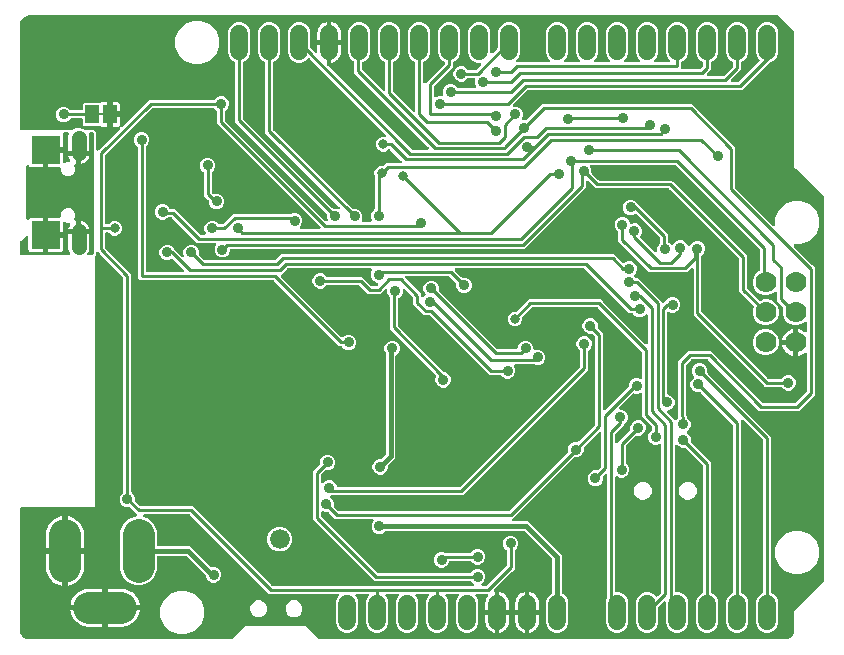
<source format=gbr>
G04 EAGLE Gerber RS-274X export*
G75*
%MOMM*%
%FSLAX34Y34*%
%LPD*%
%INBottom Copper*%
%IPPOS*%
%AMOC8*
5,1,8,0,0,1.08239X$1,22.5*%
G01*
%ADD10C,1.778000*%
%ADD11C,1.500000*%
%ADD12R,2.413000X2.413000*%
%ADD13C,1.308000*%
%ADD14R,1.168400X1.600200*%
%ADD15R,0.635000X0.203200*%
%ADD16C,1.676400*%
%ADD17C,2.700000*%
%ADD18C,0.906400*%
%ADD19C,0.254000*%
%ADD20C,0.406400*%
%ADD21C,0.800100*%

G36*
X181400Y2553D02*
X181400Y2553D01*
X181499Y2556D01*
X181557Y2573D01*
X181617Y2581D01*
X181709Y2617D01*
X181805Y2645D01*
X181857Y2675D01*
X181913Y2698D01*
X181993Y2756D01*
X182078Y2806D01*
X182154Y2872D01*
X182170Y2884D01*
X182178Y2894D01*
X182199Y2912D01*
X193258Y13971D01*
X244892Y13971D01*
X255951Y2912D01*
X256029Y2852D01*
X256101Y2784D01*
X256154Y2755D01*
X256202Y2718D01*
X256293Y2678D01*
X256380Y2630D01*
X256438Y2615D01*
X256494Y2591D01*
X256592Y2576D01*
X256687Y2551D01*
X256788Y2545D01*
X256808Y2541D01*
X256820Y2543D01*
X256848Y2541D01*
X650400Y2541D01*
X650420Y2543D01*
X650524Y2547D01*
X651732Y2666D01*
X651836Y2689D01*
X651941Y2704D01*
X652021Y2732D01*
X652042Y2736D01*
X652056Y2744D01*
X652093Y2756D01*
X654325Y3681D01*
X654333Y3685D01*
X654342Y3688D01*
X654472Y3764D01*
X654601Y3838D01*
X654608Y3845D01*
X654616Y3849D01*
X654736Y3956D01*
X656444Y5664D01*
X656450Y5671D01*
X656457Y5677D01*
X656547Y5796D01*
X656639Y5915D01*
X656643Y5923D01*
X656649Y5931D01*
X656719Y6075D01*
X657644Y8307D01*
X657672Y8409D01*
X657708Y8509D01*
X657722Y8592D01*
X657728Y8613D01*
X657728Y8629D01*
X657734Y8668D01*
X657853Y9876D01*
X657853Y9895D01*
X657859Y10000D01*
X657859Y26452D01*
X682888Y51481D01*
X682948Y51559D01*
X683016Y51631D01*
X683045Y51684D01*
X683082Y51732D01*
X683122Y51823D01*
X683170Y51910D01*
X683185Y51968D01*
X683209Y52024D01*
X683224Y52122D01*
X683249Y52217D01*
X683255Y52318D01*
X683259Y52338D01*
X683257Y52350D01*
X683259Y52378D01*
X683259Y376882D01*
X683247Y376980D01*
X683244Y377079D01*
X683227Y377137D01*
X683219Y377197D01*
X683183Y377289D01*
X683155Y377385D01*
X683125Y377437D01*
X683102Y377493D01*
X683044Y377573D01*
X682994Y377659D01*
X682928Y377734D01*
X682916Y377750D01*
X682906Y377758D01*
X682888Y377779D01*
X659719Y400948D01*
X657859Y402808D01*
X657859Y516582D01*
X657847Y516680D01*
X657844Y516779D01*
X657832Y516820D01*
X657832Y516824D01*
X657827Y516840D01*
X657819Y516897D01*
X657783Y516989D01*
X657755Y517085D01*
X657737Y517115D01*
X657734Y517126D01*
X657720Y517148D01*
X657702Y517193D01*
X657644Y517273D01*
X657594Y517359D01*
X657569Y517387D01*
X657564Y517395D01*
X657552Y517406D01*
X657528Y517434D01*
X657516Y517450D01*
X657506Y517458D01*
X657488Y517479D01*
X644479Y530488D01*
X644401Y530548D01*
X644329Y530616D01*
X644276Y530645D01*
X644228Y530682D01*
X644137Y530722D01*
X644050Y530770D01*
X643992Y530785D01*
X643936Y530809D01*
X643838Y530824D01*
X643743Y530849D01*
X643643Y530855D01*
X643622Y530859D01*
X643610Y530857D01*
X643582Y530859D01*
X10000Y530859D01*
X9980Y530857D01*
X9876Y530853D01*
X8668Y530734D01*
X8564Y530711D01*
X8459Y530696D01*
X8379Y530668D01*
X8358Y530664D01*
X8344Y530656D01*
X8307Y530644D01*
X6075Y529719D01*
X6067Y529715D01*
X6058Y529712D01*
X5928Y529636D01*
X5799Y529562D01*
X5792Y529555D01*
X5784Y529551D01*
X5664Y529444D01*
X3956Y527736D01*
X3950Y527729D01*
X3943Y527723D01*
X3865Y527620D01*
X3782Y527520D01*
X3773Y527501D01*
X3761Y527485D01*
X3757Y527477D01*
X3751Y527469D01*
X3681Y527325D01*
X2756Y525093D01*
X2728Y524991D01*
X2692Y524891D01*
X2678Y524808D01*
X2672Y524787D01*
X2672Y524771D01*
X2666Y524732D01*
X2547Y523525D01*
X2547Y523505D01*
X2541Y523400D01*
X2541Y435102D01*
X2556Y434984D01*
X2563Y434865D01*
X2576Y434827D01*
X2581Y434786D01*
X2624Y434676D01*
X2661Y434563D01*
X2683Y434528D01*
X2698Y434491D01*
X2767Y434395D01*
X2831Y434294D01*
X2861Y434266D01*
X2884Y434233D01*
X2976Y434157D01*
X3063Y434076D01*
X3098Y434056D01*
X3129Y434031D01*
X3237Y433980D01*
X3341Y433922D01*
X3381Y433912D01*
X3417Y433895D01*
X3534Y433873D01*
X3649Y433843D01*
X3709Y433839D01*
X3729Y433835D01*
X3750Y433837D01*
X3810Y433833D01*
X46283Y433833D01*
X46381Y433845D01*
X46481Y433848D01*
X46539Y433865D01*
X46599Y433873D01*
X46691Y433909D01*
X46786Y433937D01*
X46838Y433967D01*
X46895Y433990D01*
X46975Y434048D01*
X47060Y434098D01*
X47135Y434164D01*
X47152Y434176D01*
X47160Y434186D01*
X47181Y434204D01*
X47324Y434348D01*
X50475Y435653D01*
X53885Y435653D01*
X55304Y435065D01*
X55371Y435047D01*
X55435Y435019D01*
X55524Y435005D01*
X55611Y434981D01*
X55680Y434980D01*
X55749Y434969D01*
X55839Y434978D01*
X55929Y434976D01*
X55982Y434989D01*
X56020Y434929D01*
X56071Y434881D01*
X56114Y434827D01*
X56186Y434772D01*
X56251Y434711D01*
X56312Y434677D01*
X56368Y434635D01*
X56513Y434564D01*
X57036Y434348D01*
X57179Y434204D01*
X57257Y434144D01*
X57330Y434076D01*
X57383Y434047D01*
X57430Y434010D01*
X57521Y433970D01*
X57608Y433922D01*
X57667Y433907D01*
X57722Y433883D01*
X57820Y433868D01*
X57916Y433843D01*
X58016Y433837D01*
X58036Y433833D01*
X58049Y433835D01*
X58077Y433833D01*
X64868Y433833D01*
X66803Y431898D01*
X66803Y417438D01*
X66820Y417300D01*
X66833Y417161D01*
X66840Y417142D01*
X66843Y417122D01*
X66894Y416993D01*
X66941Y416862D01*
X66952Y416845D01*
X66960Y416827D01*
X67041Y416714D01*
X67119Y416599D01*
X67135Y416586D01*
X67146Y416569D01*
X67254Y416481D01*
X67358Y416388D01*
X67376Y416379D01*
X67391Y416366D01*
X67517Y416307D01*
X67641Y416244D01*
X67661Y416239D01*
X67679Y416231D01*
X67815Y416205D01*
X67951Y416174D01*
X67972Y416175D01*
X67991Y416171D01*
X68130Y416180D01*
X68269Y416184D01*
X68289Y416190D01*
X68309Y416191D01*
X68441Y416234D01*
X68575Y416272D01*
X68592Y416283D01*
X68611Y416289D01*
X68729Y416363D01*
X68849Y416434D01*
X68870Y416452D01*
X68880Y416459D01*
X68894Y416474D01*
X68969Y416540D01*
X87116Y434687D01*
X87210Y434808D01*
X87305Y434927D01*
X87307Y434933D01*
X87311Y434939D01*
X87372Y435078D01*
X87434Y435218D01*
X87435Y435224D01*
X87438Y435230D01*
X87462Y435381D01*
X87487Y435531D01*
X87487Y435538D01*
X87488Y435544D01*
X87473Y435698D01*
X87461Y435848D01*
X87458Y435854D01*
X87458Y435861D01*
X87406Y436005D01*
X87356Y436149D01*
X87352Y436154D01*
X87350Y436160D01*
X87264Y436287D01*
X87180Y436414D01*
X87175Y436418D01*
X87172Y436424D01*
X87057Y436525D01*
X86944Y436627D01*
X86938Y436630D01*
X86933Y436634D01*
X86798Y436703D01*
X86662Y436774D01*
X86656Y436776D01*
X86650Y436779D01*
X86503Y436812D01*
X86353Y436847D01*
X86346Y436847D01*
X86340Y436848D01*
X86187Y436844D01*
X86035Y436841D01*
X86028Y436839D01*
X86022Y436839D01*
X85875Y436796D01*
X85728Y436755D01*
X85720Y436751D01*
X85716Y436750D01*
X85707Y436745D01*
X85584Y436684D01*
X85563Y436671D01*
X84916Y436498D01*
X81279Y436498D01*
X81279Y444501D01*
X87123Y444501D01*
X87123Y438705D01*
X86950Y438058D01*
X86937Y438037D01*
X86878Y437897D01*
X86817Y437756D01*
X86816Y437750D01*
X86814Y437744D01*
X86792Y437593D01*
X86768Y437442D01*
X86768Y437436D01*
X86767Y437429D01*
X86783Y437279D01*
X86797Y437126D01*
X86800Y437119D01*
X86800Y437113D01*
X86854Y436969D01*
X86905Y436826D01*
X86909Y436821D01*
X86911Y436815D01*
X86997Y436690D01*
X87084Y436563D01*
X87089Y436559D01*
X87092Y436553D01*
X87208Y436454D01*
X87322Y436353D01*
X87328Y436350D01*
X87333Y436345D01*
X87470Y436277D01*
X87605Y436208D01*
X87612Y436207D01*
X87618Y436204D01*
X87767Y436172D01*
X87916Y436139D01*
X87922Y436139D01*
X87929Y436137D01*
X88081Y436144D01*
X88233Y436148D01*
X88240Y436150D01*
X88247Y436150D01*
X88394Y436195D01*
X88539Y436237D01*
X88545Y436240D01*
X88551Y436242D01*
X88682Y436321D01*
X88813Y436398D01*
X88820Y436404D01*
X88823Y436406D01*
X88831Y436414D01*
X88934Y436505D01*
X111662Y459233D01*
X166213Y459233D01*
X166311Y459245D01*
X166410Y459248D01*
X166468Y459265D01*
X166529Y459273D01*
X166621Y459309D01*
X166716Y459337D01*
X166768Y459367D01*
X166824Y459390D01*
X166904Y459448D01*
X166990Y459498D01*
X167065Y459564D01*
X167082Y459576D01*
X167089Y459586D01*
X167111Y459604D01*
X169001Y461495D01*
X171414Y462495D01*
X174026Y462495D01*
X176439Y461495D01*
X178285Y459649D01*
X179285Y457236D01*
X179285Y454624D01*
X178285Y452211D01*
X176394Y450321D01*
X176334Y450242D01*
X176266Y450170D01*
X176237Y450117D01*
X176200Y450069D01*
X176160Y449978D01*
X176112Y449892D01*
X176097Y449833D01*
X176073Y449777D01*
X176058Y449679D01*
X176033Y449584D01*
X176027Y449484D01*
X176023Y449463D01*
X176025Y449451D01*
X176023Y449423D01*
X176023Y442584D01*
X176035Y442486D01*
X176038Y442387D01*
X176055Y442328D01*
X176063Y442268D01*
X176099Y442176D01*
X176127Y442081D01*
X176157Y442029D01*
X176180Y441973D01*
X176238Y441893D01*
X176288Y441807D01*
X176354Y441732D01*
X176366Y441715D01*
X176376Y441707D01*
X176394Y441686D01*
X260970Y357111D01*
X261025Y357068D01*
X261073Y357018D01*
X261150Y356971D01*
X261221Y356916D01*
X261285Y356888D01*
X261344Y356852D01*
X261430Y356826D01*
X261513Y356790D01*
X261582Y356779D01*
X261648Y356758D01*
X261738Y356754D01*
X261827Y356740D01*
X261896Y356747D01*
X261966Y356743D01*
X262054Y356761D01*
X262143Y356770D01*
X262209Y356794D01*
X262277Y356808D01*
X262358Y356847D01*
X262443Y356877D01*
X262501Y356917D01*
X262563Y356947D01*
X262631Y357006D01*
X262706Y357056D01*
X262752Y357108D01*
X262805Y357154D01*
X262857Y357227D01*
X262916Y357295D01*
X262948Y357357D01*
X262988Y357414D01*
X263020Y357498D01*
X263061Y357578D01*
X263076Y357646D01*
X263101Y357711D01*
X263111Y357800D01*
X263131Y357888D01*
X263128Y357958D01*
X263136Y358027D01*
X263124Y358116D01*
X263121Y358206D01*
X263101Y358273D01*
X263092Y358342D01*
X263040Y358494D01*
X262675Y359374D01*
X262675Y362048D01*
X262663Y362146D01*
X262660Y362245D01*
X262643Y362304D01*
X262635Y362364D01*
X262599Y362456D01*
X262571Y362551D01*
X262541Y362603D01*
X262518Y362659D01*
X262460Y362739D01*
X262410Y362825D01*
X262344Y362900D01*
X262332Y362917D01*
X262322Y362925D01*
X262304Y362946D01*
X184657Y440592D01*
X184657Y490702D01*
X184654Y490731D01*
X184656Y490761D01*
X184634Y490888D01*
X184617Y491017D01*
X184607Y491045D01*
X184602Y491074D01*
X184548Y491192D01*
X184500Y491313D01*
X184483Y491337D01*
X184471Y491364D01*
X184390Y491465D01*
X184314Y491570D01*
X184291Y491589D01*
X184272Y491612D01*
X184169Y491690D01*
X184069Y491773D01*
X184042Y491786D01*
X184018Y491804D01*
X183874Y491874D01*
X182560Y492419D01*
X179879Y495100D01*
X178427Y498604D01*
X178427Y517396D01*
X179879Y520900D01*
X182560Y523581D01*
X186064Y525033D01*
X189856Y525033D01*
X193360Y523581D01*
X196041Y520900D01*
X197493Y517396D01*
X197493Y498604D01*
X196041Y495100D01*
X193360Y492419D01*
X192046Y491874D01*
X192021Y491860D01*
X191993Y491851D01*
X191883Y491781D01*
X191770Y491717D01*
X191749Y491696D01*
X191724Y491681D01*
X191635Y491586D01*
X191542Y491496D01*
X191526Y491470D01*
X191506Y491449D01*
X191443Y491335D01*
X191375Y491224D01*
X191367Y491196D01*
X191352Y491170D01*
X191320Y491045D01*
X191282Y490921D01*
X191280Y490891D01*
X191273Y490862D01*
X191263Y490702D01*
X191263Y443854D01*
X191275Y443756D01*
X191278Y443657D01*
X191295Y443598D01*
X191303Y443538D01*
X191339Y443446D01*
X191367Y443351D01*
X191397Y443299D01*
X191420Y443243D01*
X191478Y443163D01*
X191528Y443077D01*
X191594Y443002D01*
X191606Y442985D01*
X191616Y442977D01*
X191634Y442956D01*
X266974Y367616D01*
X267053Y367556D01*
X267125Y367488D01*
X267178Y367459D01*
X267226Y367422D01*
X267317Y367382D01*
X267403Y367334D01*
X267462Y367319D01*
X267517Y367295D01*
X267615Y367280D01*
X267711Y367255D01*
X267811Y367249D01*
X267832Y367245D01*
X267844Y367247D01*
X267872Y367245D01*
X270546Y367245D01*
X271426Y366880D01*
X271493Y366862D01*
X271557Y366834D01*
X271646Y366820D01*
X271732Y366796D01*
X271802Y366795D01*
X271871Y366784D01*
X271961Y366793D01*
X272050Y366791D01*
X272118Y366808D01*
X272188Y366814D01*
X272272Y366845D01*
X272360Y366865D01*
X272421Y366898D01*
X272487Y366922D01*
X272561Y366972D01*
X272641Y367014D01*
X272692Y367061D01*
X272750Y367100D01*
X272810Y367168D01*
X272876Y367228D01*
X272914Y367286D01*
X272961Y367339D01*
X273001Y367419D01*
X273051Y367494D01*
X273073Y367560D01*
X273105Y367622D01*
X273125Y367710D01*
X273154Y367795D01*
X273160Y367864D01*
X273175Y367932D01*
X273172Y368022D01*
X273179Y368112D01*
X273167Y368180D01*
X273165Y368250D01*
X273140Y368336D01*
X273125Y368425D01*
X273096Y368489D01*
X273077Y368556D01*
X273031Y368633D01*
X272994Y368715D01*
X272951Y368769D01*
X272915Y368830D01*
X272809Y368950D01*
X210057Y431702D01*
X210057Y490702D01*
X210054Y490731D01*
X210056Y490761D01*
X210034Y490888D01*
X210017Y491017D01*
X210007Y491045D01*
X210002Y491074D01*
X209948Y491192D01*
X209900Y491313D01*
X209883Y491337D01*
X209871Y491364D01*
X209790Y491465D01*
X209714Y491570D01*
X209691Y491589D01*
X209672Y491612D01*
X209569Y491690D01*
X209469Y491773D01*
X209442Y491786D01*
X209418Y491804D01*
X209274Y491874D01*
X207960Y492419D01*
X205279Y495100D01*
X203827Y498604D01*
X203827Y517396D01*
X205279Y520900D01*
X207960Y523581D01*
X211464Y525033D01*
X215256Y525033D01*
X218760Y523581D01*
X221441Y520900D01*
X222893Y517396D01*
X222893Y498604D01*
X221441Y495100D01*
X218760Y492419D01*
X217446Y491874D01*
X217421Y491860D01*
X217393Y491851D01*
X217283Y491781D01*
X217170Y491717D01*
X217149Y491696D01*
X217124Y491681D01*
X217035Y491586D01*
X216942Y491496D01*
X216926Y491470D01*
X216906Y491449D01*
X216843Y491335D01*
X216775Y491224D01*
X216767Y491196D01*
X216752Y491170D01*
X216720Y491045D01*
X216682Y490921D01*
X216680Y490891D01*
X216673Y490862D01*
X216663Y490702D01*
X216663Y434964D01*
X216675Y434866D01*
X216678Y434767D01*
X216695Y434708D01*
X216703Y434648D01*
X216739Y434556D01*
X216767Y434461D01*
X216797Y434409D01*
X216820Y434353D01*
X216878Y434273D01*
X216928Y434187D01*
X216994Y434112D01*
X217006Y434095D01*
X217016Y434087D01*
X217034Y434066D01*
X283484Y367616D01*
X283563Y367556D01*
X283635Y367488D01*
X283688Y367459D01*
X283736Y367422D01*
X283827Y367382D01*
X283913Y367334D01*
X283972Y367319D01*
X284027Y367295D01*
X284125Y367280D01*
X284221Y367255D01*
X284321Y367249D01*
X284342Y367245D01*
X284354Y367247D01*
X284382Y367245D01*
X287056Y367245D01*
X289469Y366245D01*
X291315Y364399D01*
X292315Y361986D01*
X292315Y359374D01*
X291706Y357904D01*
X291693Y357856D01*
X291671Y357811D01*
X291651Y357703D01*
X291622Y357597D01*
X291621Y357547D01*
X291612Y357498D01*
X291618Y357389D01*
X291617Y357279D01*
X291628Y357231D01*
X291631Y357181D01*
X291665Y357077D01*
X291691Y356970D01*
X291714Y356926D01*
X291729Y356879D01*
X291788Y356786D01*
X291840Y356689D01*
X291873Y356652D01*
X291900Y356610D01*
X291980Y356535D01*
X292053Y356453D01*
X292095Y356426D01*
X292131Y356392D01*
X292227Y356339D01*
X292319Y356279D01*
X292366Y356262D01*
X292410Y356238D01*
X292516Y356211D01*
X292620Y356175D01*
X292670Y356171D01*
X292718Y356159D01*
X292878Y356149D01*
X298942Y356149D01*
X298991Y356155D01*
X299041Y356153D01*
X299148Y356175D01*
X299257Y356189D01*
X299304Y356207D01*
X299352Y356217D01*
X299451Y356265D01*
X299553Y356306D01*
X299593Y356335D01*
X299638Y356357D01*
X299721Y356428D01*
X299810Y356492D01*
X299842Y356531D01*
X299880Y356563D01*
X299943Y356653D01*
X300013Y356737D01*
X300034Y356782D01*
X300063Y356823D01*
X300102Y356926D01*
X300149Y357025D01*
X300158Y357074D01*
X300176Y357120D01*
X300188Y357230D01*
X300208Y357337D01*
X300205Y357387D01*
X300211Y357436D01*
X300195Y357545D01*
X300189Y357655D01*
X300173Y357702D01*
X300166Y357751D01*
X300114Y357904D01*
X299505Y359374D01*
X299505Y361986D01*
X300505Y364399D01*
X302396Y366289D01*
X302456Y366368D01*
X302524Y366440D01*
X302553Y366493D01*
X302590Y366541D01*
X302630Y366632D01*
X302678Y366718D01*
X302693Y366777D01*
X302717Y366833D01*
X302732Y366931D01*
X302757Y367026D01*
X302763Y367126D01*
X302767Y367147D01*
X302765Y367159D01*
X302767Y367187D01*
X302767Y395384D01*
X302766Y395393D01*
X302767Y395402D01*
X302746Y395551D01*
X302727Y395699D01*
X302724Y395708D01*
X302723Y395717D01*
X302671Y395869D01*
X302577Y396096D01*
X302577Y398496D01*
X303495Y400714D01*
X305192Y402411D01*
X307410Y403329D01*
X309447Y403329D01*
X309545Y403342D01*
X309644Y403345D01*
X309702Y403361D01*
X309762Y403369D01*
X309854Y403406D01*
X309949Y403433D01*
X310002Y403464D01*
X310058Y403486D01*
X310138Y403544D01*
X310223Y403595D01*
X310299Y403661D01*
X310315Y403673D01*
X310323Y403682D01*
X310344Y403701D01*
X312322Y405679D01*
X324456Y405679D01*
X324594Y405696D01*
X324733Y405709D01*
X324752Y405716D01*
X324772Y405719D01*
X324901Y405770D01*
X325032Y405817D01*
X325049Y405828D01*
X325067Y405836D01*
X325180Y405917D01*
X325295Y405995D01*
X325308Y406011D01*
X325325Y406022D01*
X325413Y406130D01*
X325506Y406234D01*
X325515Y406252D01*
X325528Y406267D01*
X325587Y406393D01*
X325650Y406517D01*
X325655Y406537D01*
X325663Y406555D01*
X325689Y406691D01*
X325720Y406827D01*
X325719Y406848D01*
X325723Y406867D01*
X325714Y407006D01*
X325710Y407145D01*
X325704Y407165D01*
X325703Y407185D01*
X325660Y407317D01*
X325622Y407451D01*
X325611Y407468D01*
X325605Y407487D01*
X325531Y407605D01*
X325460Y407725D01*
X325442Y407746D01*
X325435Y407756D01*
X325420Y407770D01*
X325354Y407845D01*
X315883Y417316D01*
X315789Y417389D01*
X315700Y417468D01*
X315664Y417486D01*
X315632Y417511D01*
X315522Y417558D01*
X315417Y417612D01*
X315377Y417621D01*
X315340Y417637D01*
X315222Y417656D01*
X315106Y417682D01*
X315066Y417681D01*
X315026Y417687D01*
X314907Y417676D01*
X314788Y417672D01*
X314750Y417661D01*
X314709Y417657D01*
X314597Y417617D01*
X314483Y417584D01*
X314448Y417563D01*
X314410Y417550D01*
X314312Y417483D01*
X314209Y417422D01*
X314164Y417383D01*
X314147Y417371D01*
X314133Y417356D01*
X314088Y417316D01*
X313298Y416525D01*
X311080Y415607D01*
X308680Y415607D01*
X306462Y416525D01*
X304765Y418222D01*
X303847Y420440D01*
X303847Y422840D01*
X304765Y425058D01*
X306462Y426755D01*
X308680Y427673D01*
X311183Y427673D01*
X311185Y427672D01*
X311256Y427671D01*
X311325Y427660D01*
X311414Y427669D01*
X311503Y427667D01*
X311572Y427683D01*
X311642Y427690D01*
X311726Y427720D01*
X311813Y427741D01*
X311875Y427774D01*
X311941Y427798D01*
X312015Y427848D01*
X312094Y427890D01*
X312146Y427937D01*
X312204Y427976D01*
X312263Y428043D01*
X312329Y428103D01*
X312368Y428162D01*
X312415Y428215D01*
X312455Y428294D01*
X312504Y428369D01*
X312527Y428435D01*
X312559Y428498D01*
X312579Y428585D01*
X312608Y428670D01*
X312613Y428740D01*
X312629Y428808D01*
X312626Y428898D01*
X312633Y428987D01*
X312621Y429056D01*
X312619Y429126D01*
X312594Y429212D01*
X312579Y429300D01*
X312550Y429364D01*
X312531Y429432D01*
X312485Y429509D01*
X312449Y429590D01*
X312405Y429645D01*
X312369Y429706D01*
X312263Y429826D01*
X247813Y494276D01*
X247719Y494350D01*
X247629Y494428D01*
X247593Y494447D01*
X247561Y494471D01*
X247452Y494519D01*
X247346Y494573D01*
X247307Y494582D01*
X247270Y494598D01*
X247152Y494616D01*
X247036Y494642D01*
X246996Y494641D01*
X246956Y494648D01*
X246837Y494636D01*
X246718Y494633D01*
X246679Y494622D01*
X246639Y494618D01*
X246527Y494577D01*
X246413Y494544D01*
X246378Y494524D01*
X246340Y494510D01*
X246241Y494443D01*
X246139Y494383D01*
X246093Y494343D01*
X246077Y494332D01*
X246063Y494316D01*
X246018Y494276D01*
X244160Y492419D01*
X240656Y490967D01*
X236864Y490967D01*
X233360Y492419D01*
X230679Y495100D01*
X229227Y498604D01*
X229227Y517396D01*
X230679Y520900D01*
X233360Y523581D01*
X236864Y525033D01*
X240656Y525033D01*
X244160Y523581D01*
X246841Y520900D01*
X248293Y517396D01*
X248293Y503664D01*
X248305Y503566D01*
X248308Y503467D01*
X248325Y503408D01*
X248333Y503348D01*
X248369Y503256D01*
X248397Y503161D01*
X248427Y503109D01*
X248450Y503053D01*
X248508Y502973D01*
X248558Y502887D01*
X248624Y502812D01*
X248636Y502795D01*
X248646Y502787D01*
X248664Y502766D01*
X251953Y499478D01*
X252062Y499393D01*
X252169Y499304D01*
X252188Y499296D01*
X252204Y499283D01*
X252332Y499228D01*
X252457Y499169D01*
X252477Y499165D01*
X252496Y499157D01*
X252634Y499135D01*
X252770Y499109D01*
X252790Y499110D01*
X252810Y499107D01*
X252949Y499120D01*
X253087Y499129D01*
X253106Y499135D01*
X253126Y499137D01*
X253258Y499184D01*
X253389Y499227D01*
X253407Y499238D01*
X253426Y499245D01*
X253541Y499323D01*
X253658Y499397D01*
X253672Y499412D01*
X253689Y499423D01*
X253781Y499527D01*
X253876Y499629D01*
X253886Y499646D01*
X253899Y499662D01*
X253963Y499786D01*
X254030Y499907D01*
X254035Y499927D01*
X254044Y499945D01*
X254074Y500081D01*
X254109Y500215D01*
X254111Y500243D01*
X254114Y500255D01*
X254113Y500276D01*
X254119Y500376D01*
X254119Y506001D01*
X262161Y506001D01*
X262161Y489796D01*
X262173Y489698D01*
X262176Y489599D01*
X262193Y489540D01*
X262201Y489480D01*
X262237Y489388D01*
X262265Y489293D01*
X262295Y489241D01*
X262318Y489185D01*
X262376Y489105D01*
X262426Y489019D01*
X262492Y488944D01*
X262504Y488927D01*
X262514Y488919D01*
X262532Y488898D01*
X333990Y417440D01*
X334069Y417380D01*
X334141Y417312D01*
X334194Y417283D01*
X334242Y417246D01*
X334333Y417206D01*
X334419Y417158D01*
X334478Y417143D01*
X334533Y417119D01*
X334631Y417104D01*
X334727Y417079D01*
X334827Y417073D01*
X334848Y417069D01*
X334860Y417071D01*
X334888Y417069D01*
X347356Y417069D01*
X347494Y417086D01*
X347633Y417099D01*
X347652Y417106D01*
X347672Y417109D01*
X347801Y417160D01*
X347932Y417207D01*
X347949Y417218D01*
X347967Y417226D01*
X348080Y417307D01*
X348195Y417385D01*
X348208Y417401D01*
X348225Y417412D01*
X348313Y417520D01*
X348406Y417624D01*
X348415Y417642D01*
X348428Y417657D01*
X348487Y417783D01*
X348550Y417907D01*
X348555Y417927D01*
X348563Y417945D01*
X348589Y418081D01*
X348620Y418217D01*
X348619Y418238D01*
X348623Y418257D01*
X348614Y418396D01*
X348610Y418535D01*
X348604Y418555D01*
X348603Y418575D01*
X348560Y418707D01*
X348522Y418841D01*
X348511Y418858D01*
X348505Y418877D01*
X348431Y418995D01*
X348360Y419115D01*
X348342Y419136D01*
X348335Y419146D01*
X348320Y419160D01*
X348254Y419235D01*
X287294Y480196D01*
X284987Y482502D01*
X284987Y491228D01*
X284984Y491257D01*
X284986Y491287D01*
X284968Y491390D01*
X284965Y491439D01*
X284958Y491461D01*
X284947Y491543D01*
X284937Y491571D01*
X284931Y491600D01*
X284878Y491718D01*
X284830Y491839D01*
X284813Y491863D01*
X284801Y491890D01*
X284720Y491991D01*
X284644Y492096D01*
X284621Y492115D01*
X284602Y492138D01*
X284498Y492217D01*
X284399Y492299D01*
X284372Y492312D01*
X284348Y492330D01*
X284204Y492401D01*
X284160Y492419D01*
X281479Y495100D01*
X280027Y498604D01*
X280027Y517396D01*
X281479Y520900D01*
X284160Y523581D01*
X287664Y525033D01*
X291456Y525033D01*
X294960Y523581D01*
X297641Y520900D01*
X299093Y517396D01*
X299093Y498604D01*
X297641Y495100D01*
X294960Y492419D01*
X292376Y491348D01*
X292351Y491334D01*
X292323Y491325D01*
X292213Y491255D01*
X292100Y491191D01*
X292079Y491170D01*
X292054Y491155D01*
X291965Y491060D01*
X291872Y490970D01*
X291856Y490944D01*
X291836Y490923D01*
X291773Y490809D01*
X291705Y490698D01*
X291697Y490670D01*
X291682Y490644D01*
X291650Y490519D01*
X291612Y490395D01*
X291610Y490365D01*
X291603Y490336D01*
X291593Y490176D01*
X291593Y485764D01*
X291605Y485666D01*
X291608Y485567D01*
X291625Y485508D01*
X291633Y485448D01*
X291669Y485356D01*
X291697Y485261D01*
X291727Y485209D01*
X291750Y485153D01*
X291808Y485073D01*
X291858Y484987D01*
X291924Y484912D01*
X291936Y484895D01*
X291946Y484887D01*
X291964Y484866D01*
X309491Y467340D01*
X309600Y467255D01*
X309707Y467166D01*
X309726Y467158D01*
X309742Y467145D01*
X309870Y467090D01*
X309995Y467031D01*
X310015Y467027D01*
X310034Y467019D01*
X310172Y466997D01*
X310308Y466971D01*
X310328Y466972D01*
X310348Y466969D01*
X310487Y466982D01*
X310625Y466991D01*
X310644Y466997D01*
X310664Y466999D01*
X310796Y467046D01*
X310927Y467089D01*
X310945Y467100D01*
X310964Y467107D01*
X311079Y467185D01*
X311196Y467259D01*
X311210Y467274D01*
X311227Y467285D01*
X311319Y467389D01*
X311414Y467491D01*
X311424Y467508D01*
X311437Y467524D01*
X311500Y467647D01*
X311568Y467769D01*
X311573Y467789D01*
X311582Y467807D01*
X311612Y467943D01*
X311647Y468077D01*
X311649Y468105D01*
X311652Y468117D01*
X311651Y468138D01*
X311657Y468238D01*
X311657Y490702D01*
X311654Y490731D01*
X311656Y490761D01*
X311634Y490888D01*
X311617Y491017D01*
X311607Y491045D01*
X311602Y491074D01*
X311548Y491192D01*
X311500Y491313D01*
X311483Y491337D01*
X311471Y491364D01*
X311390Y491465D01*
X311314Y491570D01*
X311291Y491589D01*
X311272Y491612D01*
X311169Y491690D01*
X311069Y491773D01*
X311042Y491786D01*
X311018Y491804D01*
X310874Y491874D01*
X309560Y492419D01*
X306879Y495100D01*
X305427Y498604D01*
X305427Y517396D01*
X306879Y520900D01*
X309560Y523581D01*
X313064Y525033D01*
X316856Y525033D01*
X320360Y523581D01*
X323041Y520900D01*
X324493Y517396D01*
X324493Y498604D01*
X323041Y495100D01*
X320360Y492419D01*
X319046Y491874D01*
X319021Y491860D01*
X318993Y491851D01*
X318883Y491781D01*
X318770Y491717D01*
X318749Y491696D01*
X318724Y491681D01*
X318635Y491586D01*
X318542Y491496D01*
X318526Y491470D01*
X318506Y491449D01*
X318443Y491335D01*
X318375Y491224D01*
X318367Y491196D01*
X318352Y491170D01*
X318320Y491045D01*
X318282Y490921D01*
X318280Y490891D01*
X318273Y490862D01*
X318263Y490702D01*
X318263Y466714D01*
X318275Y466616D01*
X318278Y466517D01*
X318295Y466458D01*
X318303Y466398D01*
X318339Y466306D01*
X318367Y466211D01*
X318397Y466159D01*
X318420Y466103D01*
X318478Y466023D01*
X318528Y465937D01*
X318594Y465862D01*
X318606Y465845D01*
X318616Y465837D01*
X318634Y465816D01*
X334891Y449560D01*
X335000Y449475D01*
X335107Y449386D01*
X335126Y449378D01*
X335142Y449365D01*
X335270Y449310D01*
X335395Y449251D01*
X335415Y449247D01*
X335434Y449239D01*
X335572Y449217D01*
X335708Y449191D01*
X335728Y449192D01*
X335748Y449189D01*
X335887Y449202D01*
X336025Y449211D01*
X336044Y449217D01*
X336064Y449219D01*
X336196Y449266D01*
X336327Y449309D01*
X336345Y449320D01*
X336364Y449327D01*
X336479Y449405D01*
X336596Y449479D01*
X336610Y449494D01*
X336627Y449505D01*
X336719Y449609D01*
X336814Y449711D01*
X336824Y449728D01*
X336837Y449744D01*
X336901Y449867D01*
X336968Y449989D01*
X336973Y450009D01*
X336982Y450027D01*
X337012Y450163D01*
X337047Y450297D01*
X337049Y450325D01*
X337052Y450337D01*
X337051Y450358D01*
X337057Y450458D01*
X337057Y490702D01*
X337054Y490731D01*
X337056Y490761D01*
X337034Y490888D01*
X337017Y491017D01*
X337007Y491045D01*
X337002Y491074D01*
X336948Y491192D01*
X336900Y491313D01*
X336883Y491337D01*
X336871Y491364D01*
X336790Y491465D01*
X336714Y491570D01*
X336691Y491589D01*
X336672Y491612D01*
X336569Y491690D01*
X336469Y491773D01*
X336442Y491786D01*
X336418Y491804D01*
X336274Y491874D01*
X334960Y492419D01*
X332279Y495100D01*
X330827Y498604D01*
X330827Y517396D01*
X332279Y520900D01*
X334960Y523581D01*
X338464Y525033D01*
X342256Y525033D01*
X345760Y523581D01*
X348441Y520900D01*
X349893Y517396D01*
X349893Y498604D01*
X348441Y495100D01*
X345760Y492419D01*
X344446Y491874D01*
X344421Y491860D01*
X344393Y491851D01*
X344283Y491781D01*
X344170Y491717D01*
X344149Y491696D01*
X344124Y491681D01*
X344035Y491586D01*
X343942Y491496D01*
X343926Y491470D01*
X343906Y491449D01*
X343843Y491335D01*
X343775Y491224D01*
X343767Y491196D01*
X343752Y491170D01*
X343720Y491045D01*
X343682Y490921D01*
X343680Y490891D01*
X343673Y490862D01*
X343663Y490702D01*
X343663Y474588D01*
X343680Y474450D01*
X343693Y474311D01*
X343700Y474292D01*
X343703Y474272D01*
X343754Y474143D01*
X343801Y474012D01*
X343812Y473995D01*
X343820Y473977D01*
X343901Y473864D01*
X343979Y473749D01*
X343995Y473736D01*
X344006Y473719D01*
X344114Y473630D01*
X344218Y473538D01*
X344236Y473529D01*
X344251Y473516D01*
X344377Y473457D01*
X344501Y473394D01*
X344521Y473389D01*
X344539Y473381D01*
X344675Y473355D01*
X344811Y473324D01*
X344832Y473325D01*
X344851Y473321D01*
X344990Y473330D01*
X345129Y473334D01*
X345149Y473340D01*
X345169Y473341D01*
X345301Y473384D01*
X345435Y473422D01*
X345452Y473433D01*
X345471Y473439D01*
X345589Y473513D01*
X345709Y473584D01*
X345730Y473602D01*
X345740Y473609D01*
X345754Y473624D01*
X345829Y473690D01*
X361985Y489846D01*
X362016Y489885D01*
X362052Y489919D01*
X362113Y490010D01*
X362180Y490097D01*
X362200Y490143D01*
X362227Y490184D01*
X362263Y490288D01*
X362306Y490389D01*
X362314Y490438D01*
X362330Y490485D01*
X362339Y490594D01*
X362356Y490703D01*
X362352Y490753D01*
X362356Y490802D01*
X362337Y490910D01*
X362326Y491020D01*
X362310Y491067D01*
X362301Y491115D01*
X362256Y491216D01*
X362219Y491319D01*
X362191Y491360D01*
X362171Y491405D01*
X362102Y491491D01*
X362040Y491582D01*
X362003Y491615D01*
X361972Y491654D01*
X361884Y491720D01*
X361802Y491793D01*
X361758Y491815D01*
X361718Y491845D01*
X361573Y491916D01*
X360360Y492419D01*
X357679Y495100D01*
X356227Y498604D01*
X356227Y517396D01*
X357679Y520900D01*
X360360Y523581D01*
X363864Y525033D01*
X367656Y525033D01*
X371160Y523581D01*
X373841Y520900D01*
X375293Y517396D01*
X375293Y498604D01*
X373841Y495100D01*
X371160Y492419D01*
X369846Y491874D01*
X369821Y491860D01*
X369793Y491851D01*
X369683Y491781D01*
X369570Y491717D01*
X369549Y491696D01*
X369524Y491681D01*
X369435Y491586D01*
X369342Y491496D01*
X369326Y491470D01*
X369306Y491449D01*
X369243Y491335D01*
X369175Y491224D01*
X369167Y491196D01*
X369152Y491170D01*
X369120Y491045D01*
X369082Y490921D01*
X369080Y490891D01*
X369073Y490862D01*
X369063Y490702D01*
X369063Y487582D01*
X352978Y471498D01*
X352918Y471419D01*
X352850Y471347D01*
X352821Y471294D01*
X352783Y471246D01*
X352744Y471155D01*
X352696Y471069D01*
X352681Y471010D01*
X352657Y470954D01*
X352641Y470856D01*
X352617Y470761D01*
X352610Y470661D01*
X352607Y470640D01*
X352608Y470628D01*
X352607Y470600D01*
X352607Y462643D01*
X352613Y462594D01*
X352610Y462544D01*
X352633Y462437D01*
X352646Y462328D01*
X352665Y462281D01*
X352675Y462233D01*
X352723Y462134D01*
X352763Y462032D01*
X352793Y461992D01*
X352814Y461947D01*
X352886Y461863D01*
X352950Y461775D01*
X352989Y461743D01*
X353021Y461705D01*
X353111Y461642D01*
X353195Y461572D01*
X353240Y461551D01*
X353281Y461522D01*
X353384Y461483D01*
X353483Y461436D01*
X353532Y461427D01*
X353578Y461409D01*
X353688Y461397D01*
X353795Y461376D01*
X353845Y461380D01*
X353894Y461374D01*
X354003Y461389D01*
X354113Y461396D01*
X354160Y461412D01*
X354209Y461418D01*
X354362Y461471D01*
X356834Y462495D01*
X359514Y462495D01*
X359563Y462501D01*
X359613Y462499D01*
X359720Y462521D01*
X359830Y462535D01*
X359876Y462553D01*
X359924Y462563D01*
X360023Y462611D01*
X360125Y462652D01*
X360165Y462681D01*
X360210Y462703D01*
X360294Y462774D01*
X360383Y462838D01*
X360414Y462877D01*
X360452Y462909D01*
X360515Y462999D01*
X360585Y463083D01*
X360607Y463128D01*
X360635Y463169D01*
X360674Y463272D01*
X360721Y463371D01*
X360730Y463420D01*
X360748Y463466D01*
X360760Y463576D01*
X360781Y463683D01*
X360778Y463733D01*
X360783Y463782D01*
X360768Y463891D01*
X360761Y464001D01*
X360746Y464048D01*
X360739Y464097D01*
X360687Y464250D01*
X360465Y464784D01*
X360465Y467396D01*
X361465Y469809D01*
X363311Y471655D01*
X365724Y472655D01*
X368336Y472655D01*
X370749Y471655D01*
X372639Y469764D01*
X372718Y469704D01*
X372790Y469636D01*
X372843Y469607D01*
X372891Y469570D01*
X372982Y469530D01*
X373068Y469482D01*
X373127Y469467D01*
X373183Y469443D01*
X373281Y469428D01*
X373376Y469403D01*
X373476Y469397D01*
X373497Y469393D01*
X373509Y469395D01*
X373537Y469393D01*
X387153Y469393D01*
X387203Y469399D01*
X387252Y469397D01*
X387360Y469419D01*
X387469Y469433D01*
X387515Y469451D01*
X387564Y469461D01*
X387662Y469509D01*
X387764Y469550D01*
X387805Y469579D01*
X387849Y469601D01*
X387933Y469672D01*
X388022Y469736D01*
X388053Y469775D01*
X388091Y469807D01*
X388154Y469897D01*
X388225Y469981D01*
X388246Y470026D01*
X388274Y470067D01*
X388313Y470170D01*
X388360Y470269D01*
X388369Y470318D01*
X388387Y470364D01*
X388399Y470474D01*
X388420Y470581D01*
X388417Y470631D01*
X388422Y470680D01*
X388407Y470789D01*
X388400Y470899D01*
X388385Y470946D01*
X388378Y470995D01*
X388326Y471148D01*
X387611Y472872D01*
X387611Y475484D01*
X387938Y476272D01*
X387951Y476320D01*
X387972Y476365D01*
X387993Y476473D01*
X388022Y476579D01*
X388023Y476629D01*
X388032Y476678D01*
X388025Y476787D01*
X388027Y476897D01*
X388015Y476945D01*
X388012Y476995D01*
X387979Y477099D01*
X387953Y477206D01*
X387930Y477250D01*
X387914Y477297D01*
X387856Y477390D01*
X387804Y477487D01*
X387771Y477524D01*
X387744Y477566D01*
X387664Y477641D01*
X387590Y477723D01*
X387549Y477750D01*
X387513Y477784D01*
X387416Y477837D01*
X387325Y477897D01*
X387278Y477914D01*
X387234Y477938D01*
X387128Y477965D01*
X387024Y478001D01*
X386974Y478005D01*
X386926Y478017D01*
X386765Y478027D01*
X382427Y478027D01*
X382329Y478015D01*
X382230Y478012D01*
X382172Y477995D01*
X382111Y477987D01*
X382019Y477951D01*
X381924Y477923D01*
X381872Y477893D01*
X381816Y477870D01*
X381736Y477812D01*
X381650Y477762D01*
X381575Y477696D01*
X381558Y477684D01*
X381551Y477674D01*
X381529Y477656D01*
X379639Y475765D01*
X377226Y474765D01*
X374614Y474765D01*
X372201Y475765D01*
X370355Y477611D01*
X369355Y480024D01*
X369355Y482636D01*
X370355Y485049D01*
X372201Y486895D01*
X374614Y487895D01*
X377226Y487895D01*
X379639Y486895D01*
X381529Y485004D01*
X381608Y484944D01*
X381680Y484876D01*
X381733Y484847D01*
X381781Y484810D01*
X381872Y484770D01*
X381958Y484722D01*
X382017Y484707D01*
X382073Y484683D01*
X382171Y484668D01*
X382266Y484643D01*
X382366Y484637D01*
X382387Y484633D01*
X382399Y484635D01*
X382427Y484633D01*
X387996Y484633D01*
X388094Y484645D01*
X388193Y484648D01*
X388252Y484665D01*
X388312Y484673D01*
X388404Y484709D01*
X388499Y484737D01*
X388551Y484767D01*
X388607Y484790D01*
X388687Y484848D01*
X388773Y484898D01*
X388848Y484964D01*
X388865Y484976D01*
X388873Y484986D01*
X388894Y485004D01*
X392690Y488801D01*
X392775Y488910D01*
X392864Y489017D01*
X392872Y489036D01*
X392885Y489052D01*
X392940Y489180D01*
X392999Y489305D01*
X393003Y489325D01*
X393011Y489344D01*
X393033Y489482D01*
X393059Y489618D01*
X393058Y489638D01*
X393061Y489658D01*
X393048Y489797D01*
X393039Y489935D01*
X393033Y489954D01*
X393031Y489974D01*
X392984Y490106D01*
X392941Y490237D01*
X392930Y490255D01*
X392923Y490274D01*
X392845Y490389D01*
X392771Y490506D01*
X392756Y490520D01*
X392745Y490537D01*
X392641Y490629D01*
X392539Y490724D01*
X392522Y490734D01*
X392506Y490747D01*
X392382Y490811D01*
X392261Y490878D01*
X392241Y490883D01*
X392223Y490892D01*
X392087Y490922D01*
X391953Y490957D01*
X391925Y490959D01*
X391913Y490962D01*
X391892Y490961D01*
X391792Y490967D01*
X389264Y490967D01*
X385760Y492419D01*
X383079Y495100D01*
X381627Y498604D01*
X381627Y517396D01*
X383079Y520900D01*
X385760Y523581D01*
X389264Y525033D01*
X393056Y525033D01*
X396560Y523581D01*
X399241Y520900D01*
X400693Y517396D01*
X400693Y499868D01*
X400710Y499730D01*
X400723Y499591D01*
X400730Y499572D01*
X400733Y499552D01*
X400784Y499423D01*
X400831Y499292D01*
X400842Y499275D01*
X400850Y499257D01*
X400931Y499144D01*
X401009Y499029D01*
X401025Y499016D01*
X401036Y498999D01*
X401144Y498910D01*
X401248Y498818D01*
X401266Y498809D01*
X401281Y498796D01*
X401407Y498737D01*
X401531Y498674D01*
X401551Y498669D01*
X401569Y498661D01*
X401705Y498635D01*
X401841Y498604D01*
X401862Y498605D01*
X401881Y498601D01*
X402020Y498610D01*
X402159Y498614D01*
X402179Y498620D01*
X402199Y498621D01*
X402331Y498664D01*
X402465Y498702D01*
X402482Y498713D01*
X402501Y498719D01*
X402619Y498793D01*
X402739Y498864D01*
X402760Y498882D01*
X402770Y498889D01*
X402784Y498904D01*
X402859Y498970D01*
X406656Y502766D01*
X406716Y502845D01*
X406784Y502917D01*
X406813Y502970D01*
X406850Y503018D01*
X406890Y503109D01*
X406938Y503195D01*
X406953Y503254D01*
X406977Y503309D01*
X406992Y503407D01*
X407017Y503503D01*
X407023Y503603D01*
X407027Y503624D01*
X407025Y503636D01*
X407027Y503664D01*
X407027Y517396D01*
X408479Y520900D01*
X411160Y523581D01*
X414664Y525033D01*
X418456Y525033D01*
X421960Y523581D01*
X424641Y520900D01*
X426093Y517396D01*
X426093Y498604D01*
X424641Y495100D01*
X422691Y493149D01*
X422606Y493040D01*
X422517Y492933D01*
X422508Y492914D01*
X422496Y492898D01*
X422440Y492770D01*
X422381Y492645D01*
X422378Y492625D01*
X422369Y492606D01*
X422348Y492468D01*
X422322Y492332D01*
X422323Y492312D01*
X422320Y492292D01*
X422333Y492153D01*
X422341Y492015D01*
X422348Y491996D01*
X422349Y491976D01*
X422397Y491844D01*
X422439Y491713D01*
X422450Y491695D01*
X422457Y491676D01*
X422535Y491561D01*
X422610Y491444D01*
X422624Y491430D01*
X422636Y491413D01*
X422740Y491321D01*
X422841Y491226D01*
X422859Y491216D01*
X422874Y491203D01*
X422998Y491139D01*
X423120Y491072D01*
X423139Y491067D01*
X423157Y491058D01*
X423293Y491028D01*
X423428Y490993D01*
X423456Y490991D01*
X423468Y490988D01*
X423488Y490989D01*
X423588Y490983D01*
X450172Y490983D01*
X450309Y491000D01*
X450448Y491013D01*
X450467Y491020D01*
X450487Y491023D01*
X450616Y491074D01*
X450747Y491121D01*
X450764Y491132D01*
X450783Y491140D01*
X450895Y491221D01*
X451011Y491299D01*
X451024Y491315D01*
X451040Y491326D01*
X451129Y491434D01*
X451221Y491538D01*
X451230Y491556D01*
X451243Y491571D01*
X451302Y491697D01*
X451366Y491821D01*
X451370Y491841D01*
X451379Y491859D01*
X451405Y491995D01*
X451435Y492131D01*
X451435Y492152D01*
X451438Y492171D01*
X451430Y492310D01*
X451426Y492449D01*
X451420Y492469D01*
X451419Y492489D01*
X451376Y492621D01*
X451337Y492755D01*
X451327Y492772D01*
X451321Y492791D01*
X451246Y492909D01*
X451176Y493029D01*
X451157Y493050D01*
X451150Y493060D01*
X451135Y493074D01*
X451069Y493149D01*
X449119Y495100D01*
X447667Y498604D01*
X447667Y517396D01*
X449119Y520900D01*
X451800Y523581D01*
X455304Y525033D01*
X459096Y525033D01*
X462600Y523581D01*
X465281Y520900D01*
X466733Y517396D01*
X466733Y498604D01*
X465281Y495100D01*
X463331Y493149D01*
X463246Y493040D01*
X463157Y492933D01*
X463148Y492914D01*
X463136Y492898D01*
X463080Y492770D01*
X463021Y492645D01*
X463018Y492625D01*
X463009Y492606D01*
X462988Y492468D01*
X462962Y492332D01*
X462963Y492312D01*
X462960Y492292D01*
X462973Y492153D01*
X462981Y492015D01*
X462988Y491996D01*
X462989Y491976D01*
X463037Y491844D01*
X463079Y491713D01*
X463090Y491695D01*
X463097Y491676D01*
X463175Y491561D01*
X463250Y491444D01*
X463264Y491430D01*
X463276Y491413D01*
X463380Y491321D01*
X463481Y491226D01*
X463499Y491216D01*
X463514Y491203D01*
X463638Y491139D01*
X463760Y491072D01*
X463779Y491067D01*
X463797Y491058D01*
X463933Y491028D01*
X464068Y490993D01*
X464096Y490991D01*
X464108Y490988D01*
X464128Y490989D01*
X464228Y490983D01*
X475572Y490983D01*
X475709Y491000D01*
X475848Y491013D01*
X475867Y491020D01*
X475887Y491023D01*
X476016Y491074D01*
X476147Y491121D01*
X476164Y491132D01*
X476183Y491140D01*
X476295Y491221D01*
X476411Y491299D01*
X476424Y491315D01*
X476440Y491326D01*
X476529Y491434D01*
X476621Y491538D01*
X476630Y491556D01*
X476643Y491571D01*
X476702Y491697D01*
X476766Y491821D01*
X476770Y491841D01*
X476779Y491859D01*
X476805Y491995D01*
X476835Y492131D01*
X476835Y492152D01*
X476838Y492171D01*
X476830Y492310D01*
X476826Y492449D01*
X476820Y492469D01*
X476819Y492489D01*
X476776Y492621D01*
X476737Y492755D01*
X476727Y492772D01*
X476721Y492791D01*
X476646Y492909D01*
X476576Y493029D01*
X476557Y493050D01*
X476550Y493060D01*
X476535Y493074D01*
X476469Y493149D01*
X474519Y495100D01*
X473067Y498604D01*
X473067Y517396D01*
X474519Y520900D01*
X477200Y523581D01*
X480704Y525033D01*
X484496Y525033D01*
X488000Y523581D01*
X490681Y520900D01*
X492133Y517396D01*
X492133Y498604D01*
X490681Y495100D01*
X488731Y493149D01*
X488646Y493040D01*
X488557Y492933D01*
X488548Y492914D01*
X488536Y492898D01*
X488480Y492770D01*
X488421Y492645D01*
X488418Y492625D01*
X488409Y492606D01*
X488388Y492468D01*
X488362Y492332D01*
X488363Y492312D01*
X488360Y492292D01*
X488373Y492153D01*
X488381Y492015D01*
X488388Y491996D01*
X488389Y491976D01*
X488437Y491844D01*
X488479Y491713D01*
X488490Y491695D01*
X488497Y491676D01*
X488575Y491561D01*
X488650Y491444D01*
X488664Y491430D01*
X488676Y491413D01*
X488780Y491321D01*
X488881Y491226D01*
X488899Y491216D01*
X488914Y491203D01*
X489038Y491139D01*
X489160Y491072D01*
X489179Y491067D01*
X489197Y491058D01*
X489333Y491028D01*
X489468Y490993D01*
X489496Y490991D01*
X489508Y490988D01*
X489528Y490989D01*
X489628Y490983D01*
X500972Y490983D01*
X501109Y491000D01*
X501248Y491013D01*
X501267Y491020D01*
X501287Y491023D01*
X501416Y491074D01*
X501547Y491121D01*
X501564Y491132D01*
X501583Y491140D01*
X501695Y491221D01*
X501811Y491299D01*
X501824Y491315D01*
X501840Y491326D01*
X501929Y491434D01*
X502021Y491538D01*
X502030Y491556D01*
X502043Y491571D01*
X502102Y491697D01*
X502166Y491821D01*
X502170Y491841D01*
X502179Y491859D01*
X502205Y491995D01*
X502235Y492131D01*
X502235Y492152D01*
X502238Y492171D01*
X502230Y492310D01*
X502226Y492449D01*
X502220Y492469D01*
X502219Y492489D01*
X502176Y492621D01*
X502137Y492755D01*
X502127Y492772D01*
X502121Y492791D01*
X502046Y492909D01*
X501976Y493029D01*
X501957Y493050D01*
X501950Y493060D01*
X501935Y493074D01*
X501869Y493149D01*
X499919Y495100D01*
X498467Y498604D01*
X498467Y517396D01*
X499919Y520900D01*
X502600Y523581D01*
X506104Y525033D01*
X509896Y525033D01*
X513400Y523581D01*
X516081Y520900D01*
X517533Y517396D01*
X517533Y498604D01*
X516081Y495100D01*
X514131Y493149D01*
X514046Y493040D01*
X513957Y492933D01*
X513948Y492914D01*
X513936Y492898D01*
X513880Y492770D01*
X513821Y492645D01*
X513818Y492625D01*
X513809Y492606D01*
X513788Y492468D01*
X513762Y492332D01*
X513763Y492312D01*
X513760Y492292D01*
X513773Y492153D01*
X513781Y492015D01*
X513788Y491996D01*
X513789Y491976D01*
X513837Y491844D01*
X513879Y491713D01*
X513890Y491695D01*
X513897Y491676D01*
X513975Y491561D01*
X514050Y491444D01*
X514064Y491430D01*
X514076Y491413D01*
X514180Y491321D01*
X514281Y491226D01*
X514299Y491216D01*
X514314Y491203D01*
X514438Y491139D01*
X514560Y491072D01*
X514579Y491067D01*
X514597Y491058D01*
X514733Y491028D01*
X514868Y490993D01*
X514896Y490991D01*
X514908Y490988D01*
X514928Y490989D01*
X515028Y490983D01*
X526372Y490983D01*
X526509Y491000D01*
X526648Y491013D01*
X526667Y491020D01*
X526687Y491023D01*
X526816Y491074D01*
X526947Y491121D01*
X526964Y491132D01*
X526983Y491140D01*
X527095Y491221D01*
X527211Y491299D01*
X527224Y491315D01*
X527240Y491326D01*
X527329Y491434D01*
X527421Y491538D01*
X527430Y491556D01*
X527443Y491571D01*
X527502Y491697D01*
X527566Y491821D01*
X527570Y491841D01*
X527579Y491859D01*
X527605Y491995D01*
X527635Y492131D01*
X527635Y492152D01*
X527638Y492171D01*
X527630Y492310D01*
X527626Y492449D01*
X527620Y492469D01*
X527619Y492489D01*
X527576Y492621D01*
X527537Y492755D01*
X527527Y492772D01*
X527521Y492791D01*
X527446Y492909D01*
X527376Y493029D01*
X527357Y493050D01*
X527350Y493060D01*
X527335Y493074D01*
X527269Y493149D01*
X525319Y495100D01*
X523867Y498604D01*
X523867Y517396D01*
X525319Y520900D01*
X528000Y523581D01*
X531504Y525033D01*
X535296Y525033D01*
X538800Y523581D01*
X541481Y520900D01*
X542933Y517396D01*
X542933Y498604D01*
X541481Y495100D01*
X539531Y493149D01*
X539446Y493040D01*
X539357Y492933D01*
X539348Y492914D01*
X539336Y492898D01*
X539280Y492770D01*
X539221Y492645D01*
X539218Y492625D01*
X539209Y492606D01*
X539188Y492468D01*
X539162Y492332D01*
X539163Y492312D01*
X539160Y492292D01*
X539173Y492153D01*
X539181Y492015D01*
X539188Y491996D01*
X539189Y491976D01*
X539237Y491844D01*
X539279Y491713D01*
X539290Y491695D01*
X539297Y491676D01*
X539375Y491561D01*
X539450Y491444D01*
X539464Y491430D01*
X539476Y491413D01*
X539580Y491321D01*
X539681Y491226D01*
X539699Y491216D01*
X539714Y491203D01*
X539838Y491139D01*
X539960Y491072D01*
X539979Y491067D01*
X539997Y491058D01*
X540133Y491028D01*
X540268Y490993D01*
X540296Y490991D01*
X540308Y490988D01*
X540328Y490989D01*
X540428Y490983D01*
X551772Y490983D01*
X551909Y491000D01*
X552048Y491013D01*
X552067Y491020D01*
X552087Y491023D01*
X552216Y491074D01*
X552347Y491121D01*
X552364Y491132D01*
X552383Y491140D01*
X552495Y491221D01*
X552611Y491299D01*
X552624Y491315D01*
X552640Y491326D01*
X552729Y491434D01*
X552821Y491538D01*
X552830Y491556D01*
X552843Y491571D01*
X552902Y491697D01*
X552966Y491821D01*
X552970Y491841D01*
X552979Y491859D01*
X553005Y491995D01*
X553035Y492131D01*
X553035Y492152D01*
X553038Y492171D01*
X553030Y492310D01*
X553026Y492449D01*
X553020Y492469D01*
X553019Y492489D01*
X552976Y492621D01*
X552937Y492755D01*
X552927Y492772D01*
X552921Y492791D01*
X552846Y492909D01*
X552776Y493029D01*
X552757Y493050D01*
X552750Y493060D01*
X552735Y493074D01*
X552669Y493149D01*
X550719Y495100D01*
X549267Y498604D01*
X549267Y517396D01*
X550719Y520900D01*
X553400Y523581D01*
X556904Y525033D01*
X560696Y525033D01*
X564200Y523581D01*
X566881Y520900D01*
X568333Y517396D01*
X568333Y498604D01*
X566881Y495100D01*
X564200Y492419D01*
X562886Y491874D01*
X562861Y491860D01*
X562833Y491851D01*
X562723Y491781D01*
X562610Y491717D01*
X562589Y491696D01*
X562564Y491681D01*
X562475Y491586D01*
X562382Y491496D01*
X562366Y491470D01*
X562346Y491449D01*
X562283Y491335D01*
X562215Y491224D01*
X562207Y491196D01*
X562192Y491170D01*
X562160Y491045D01*
X562122Y490921D01*
X562120Y490891D01*
X562113Y490862D01*
X562103Y490702D01*
X562103Y486370D01*
X562118Y486252D01*
X562125Y486133D01*
X562138Y486095D01*
X562143Y486054D01*
X562186Y485944D01*
X562223Y485831D01*
X562245Y485796D01*
X562260Y485759D01*
X562329Y485663D01*
X562393Y485562D01*
X562423Y485534D01*
X562446Y485501D01*
X562538Y485425D01*
X562625Y485344D01*
X562660Y485324D01*
X562691Y485299D01*
X562799Y485248D01*
X562903Y485190D01*
X562943Y485180D01*
X562979Y485163D01*
X563096Y485141D01*
X563211Y485111D01*
X563271Y485107D01*
X563291Y485103D01*
X563312Y485105D01*
X563372Y485101D01*
X577694Y485101D01*
X577792Y485113D01*
X577891Y485116D01*
X577950Y485133D01*
X578010Y485141D01*
X578102Y485177D01*
X578197Y485205D01*
X578249Y485235D01*
X578305Y485258D01*
X578385Y485316D01*
X578471Y485366D01*
X578546Y485432D01*
X578563Y485444D01*
X578571Y485454D01*
X578592Y485472D01*
X580526Y487406D01*
X580586Y487485D01*
X580654Y487557D01*
X580683Y487610D01*
X580720Y487658D01*
X580760Y487749D01*
X580808Y487835D01*
X580823Y487894D01*
X580847Y487949D01*
X580862Y488047D01*
X580887Y488143D01*
X580893Y488243D01*
X580897Y488264D01*
X580895Y488276D01*
X580897Y488304D01*
X580897Y490702D01*
X580894Y490731D01*
X580896Y490761D01*
X580874Y490888D01*
X580857Y491017D01*
X580847Y491045D01*
X580842Y491074D01*
X580788Y491192D01*
X580740Y491313D01*
X580723Y491337D01*
X580711Y491364D01*
X580630Y491465D01*
X580554Y491570D01*
X580531Y491589D01*
X580512Y491612D01*
X580409Y491690D01*
X580309Y491773D01*
X580282Y491786D01*
X580258Y491804D01*
X580114Y491874D01*
X578800Y492419D01*
X576119Y495100D01*
X574667Y498604D01*
X574667Y517396D01*
X576119Y520900D01*
X578800Y523581D01*
X582304Y525033D01*
X586096Y525033D01*
X589600Y523581D01*
X592281Y520900D01*
X593733Y517396D01*
X593733Y498604D01*
X592281Y495100D01*
X589600Y492419D01*
X588286Y491874D01*
X588261Y491860D01*
X588233Y491851D01*
X588123Y491781D01*
X588010Y491717D01*
X587989Y491696D01*
X587964Y491681D01*
X587875Y491586D01*
X587782Y491496D01*
X587766Y491470D01*
X587746Y491449D01*
X587683Y491335D01*
X587615Y491224D01*
X587607Y491196D01*
X587592Y491170D01*
X587560Y491045D01*
X587522Y490921D01*
X587520Y490891D01*
X587513Y490862D01*
X587503Y490702D01*
X587503Y485042D01*
X584180Y481719D01*
X584095Y481610D01*
X584006Y481503D01*
X583998Y481484D01*
X583985Y481468D01*
X583930Y481340D01*
X583871Y481215D01*
X583867Y481195D01*
X583859Y481176D01*
X583837Y481038D01*
X583811Y480902D01*
X583812Y480882D01*
X583809Y480862D01*
X583822Y480723D01*
X583831Y480585D01*
X583837Y480566D01*
X583839Y480546D01*
X583886Y480414D01*
X583929Y480283D01*
X583940Y480265D01*
X583947Y480246D01*
X584025Y480131D01*
X584099Y480014D01*
X584114Y480000D01*
X584125Y479983D01*
X584229Y479891D01*
X584331Y479796D01*
X584348Y479786D01*
X584364Y479773D01*
X584488Y479709D01*
X584609Y479642D01*
X584629Y479637D01*
X584647Y479628D01*
X584783Y479598D01*
X584917Y479563D01*
X584945Y479561D01*
X584957Y479558D01*
X584978Y479559D01*
X585078Y479553D01*
X597546Y479553D01*
X597644Y479565D01*
X597743Y479568D01*
X597802Y479585D01*
X597862Y479593D01*
X597954Y479629D01*
X598049Y479657D01*
X598101Y479687D01*
X598157Y479710D01*
X598238Y479768D01*
X598323Y479818D01*
X598398Y479884D01*
X598415Y479896D01*
X598423Y479906D01*
X598444Y479924D01*
X605926Y487406D01*
X605986Y487485D01*
X606054Y487557D01*
X606083Y487610D01*
X606120Y487658D01*
X606160Y487749D01*
X606208Y487835D01*
X606223Y487894D01*
X606247Y487949D01*
X606262Y488047D01*
X606287Y488143D01*
X606293Y488243D01*
X606297Y488264D01*
X606295Y488276D01*
X606297Y488304D01*
X606297Y490702D01*
X606294Y490731D01*
X606296Y490761D01*
X606274Y490888D01*
X606257Y491017D01*
X606247Y491045D01*
X606242Y491074D01*
X606188Y491192D01*
X606140Y491313D01*
X606123Y491337D01*
X606111Y491364D01*
X606030Y491465D01*
X605954Y491570D01*
X605931Y491589D01*
X605912Y491612D01*
X605809Y491690D01*
X605709Y491773D01*
X605682Y491786D01*
X605658Y491804D01*
X605514Y491874D01*
X604200Y492419D01*
X601519Y495100D01*
X600067Y498604D01*
X600067Y517396D01*
X601519Y520900D01*
X604200Y523581D01*
X607704Y525033D01*
X611496Y525033D01*
X615000Y523581D01*
X617681Y520900D01*
X619133Y517396D01*
X619133Y498604D01*
X617681Y495100D01*
X615000Y492419D01*
X613686Y491874D01*
X613661Y491860D01*
X613633Y491851D01*
X613523Y491781D01*
X613410Y491717D01*
X613389Y491696D01*
X613364Y491681D01*
X613275Y491586D01*
X613182Y491496D01*
X613166Y491470D01*
X613146Y491449D01*
X613083Y491335D01*
X613015Y491224D01*
X613007Y491196D01*
X612992Y491170D01*
X612960Y491045D01*
X612922Y490921D01*
X612920Y490891D01*
X612913Y490862D01*
X612903Y490702D01*
X612903Y485042D01*
X604500Y476639D01*
X604415Y476530D01*
X604326Y476423D01*
X604318Y476404D01*
X604305Y476388D01*
X604250Y476260D01*
X604191Y476135D01*
X604187Y476115D01*
X604179Y476096D01*
X604157Y475958D01*
X604131Y475822D01*
X604132Y475802D01*
X604129Y475782D01*
X604142Y475643D01*
X604151Y475505D01*
X604157Y475486D01*
X604159Y475466D01*
X604206Y475334D01*
X604249Y475203D01*
X604260Y475185D01*
X604267Y475166D01*
X604345Y475051D01*
X604419Y474934D01*
X604434Y474920D01*
X604445Y474903D01*
X604549Y474811D01*
X604651Y474716D01*
X604668Y474706D01*
X604684Y474693D01*
X604808Y474629D01*
X604929Y474562D01*
X604949Y474557D01*
X604967Y474548D01*
X605103Y474518D01*
X605237Y474483D01*
X605265Y474481D01*
X605277Y474478D01*
X605298Y474479D01*
X605398Y474473D01*
X610246Y474473D01*
X610344Y474485D01*
X610443Y474488D01*
X610502Y474505D01*
X610562Y474513D01*
X610654Y474549D01*
X610749Y474577D01*
X610801Y474607D01*
X610857Y474630D01*
X610937Y474688D01*
X611023Y474738D01*
X611098Y474804D01*
X611115Y474816D01*
X611123Y474826D01*
X611144Y474844D01*
X628261Y491962D01*
X628335Y492056D01*
X628413Y492146D01*
X628432Y492182D01*
X628456Y492214D01*
X628504Y492323D01*
X628558Y492429D01*
X628567Y492468D01*
X628583Y492505D01*
X628601Y492623D01*
X628627Y492739D01*
X628626Y492779D01*
X628633Y492819D01*
X628621Y492938D01*
X628618Y493057D01*
X628607Y493096D01*
X628603Y493136D01*
X628563Y493248D01*
X628529Y493362D01*
X628509Y493397D01*
X628495Y493435D01*
X628428Y493534D01*
X628368Y493636D01*
X628328Y493682D01*
X628317Y493698D01*
X628301Y493712D01*
X628261Y493757D01*
X626919Y495100D01*
X625467Y498604D01*
X625467Y517396D01*
X626919Y520900D01*
X629600Y523581D01*
X633104Y525033D01*
X636896Y525033D01*
X640400Y523581D01*
X643081Y520900D01*
X644533Y517396D01*
X644533Y498604D01*
X643081Y495100D01*
X640400Y492419D01*
X636679Y490877D01*
X636631Y490863D01*
X636579Y490833D01*
X636523Y490810D01*
X636443Y490752D01*
X636357Y490702D01*
X636282Y490636D01*
X636265Y490624D01*
X636257Y490614D01*
X636236Y490596D01*
X613508Y467867D01*
X432424Y467867D01*
X432326Y467855D01*
X432227Y467852D01*
X432168Y467835D01*
X432108Y467827D01*
X432016Y467791D01*
X431921Y467763D01*
X431869Y467733D01*
X431813Y467710D01*
X431733Y467652D01*
X431647Y467602D01*
X431572Y467536D01*
X431555Y467524D01*
X431547Y467514D01*
X431526Y467496D01*
X419802Y455771D01*
X419717Y455662D01*
X419628Y455555D01*
X419620Y455536D01*
X419607Y455520D01*
X419552Y455392D01*
X419493Y455267D01*
X419489Y455247D01*
X419481Y455228D01*
X419459Y455090D01*
X419433Y454954D01*
X419434Y454934D01*
X419431Y454914D01*
X419444Y454775D01*
X419453Y454637D01*
X419459Y454618D01*
X419461Y454598D01*
X419508Y454466D01*
X419551Y454335D01*
X419562Y454317D01*
X419569Y454298D01*
X419647Y454183D01*
X419721Y454066D01*
X419736Y454052D01*
X419747Y454035D01*
X419851Y453943D01*
X419953Y453848D01*
X419970Y453838D01*
X419986Y453825D01*
X420110Y453761D01*
X420231Y453694D01*
X420251Y453689D01*
X420269Y453680D01*
X420405Y453650D01*
X420539Y453615D01*
X420567Y453613D01*
X420579Y453610D01*
X420600Y453611D01*
X420700Y453605D01*
X423160Y453605D01*
X425573Y452605D01*
X427419Y450759D01*
X428419Y448346D01*
X428419Y445734D01*
X427671Y443930D01*
X427658Y443882D01*
X427637Y443837D01*
X427616Y443729D01*
X427587Y443623D01*
X427587Y443573D01*
X427577Y443524D01*
X427584Y443415D01*
X427582Y443305D01*
X427594Y443257D01*
X427597Y443207D01*
X427631Y443103D01*
X427657Y442996D01*
X427680Y442952D01*
X427695Y442905D01*
X427754Y442812D01*
X427805Y442715D01*
X427839Y442678D01*
X427865Y442636D01*
X427945Y442561D01*
X428019Y442479D01*
X428061Y442452D01*
X428097Y442418D01*
X428193Y442365D01*
X428285Y442305D01*
X428332Y442288D01*
X428375Y442264D01*
X428482Y442237D01*
X428586Y442201D01*
X428635Y442197D01*
X428683Y442185D01*
X428844Y442175D01*
X430842Y442175D01*
X430940Y442187D01*
X431040Y442190D01*
X431098Y442207D01*
X431158Y442215D01*
X431250Y442251D01*
X431345Y442279D01*
X431397Y442309D01*
X431454Y442332D01*
X431534Y442390D01*
X431619Y442440D01*
X431694Y442506D01*
X431711Y442518D01*
X431719Y442528D01*
X431740Y442546D01*
X444616Y455423D01*
X571598Y455423D01*
X573904Y453117D01*
X573904Y453116D01*
X607823Y419198D01*
X607823Y385434D01*
X607835Y385336D01*
X607838Y385237D01*
X607855Y385178D01*
X607863Y385118D01*
X607899Y385026D01*
X607927Y384931D01*
X607957Y384879D01*
X607980Y384823D01*
X608038Y384743D01*
X608088Y384657D01*
X608154Y384582D01*
X608166Y384565D01*
X608176Y384557D01*
X608194Y384536D01*
X639818Y352913D01*
X639927Y352828D01*
X640034Y352739D01*
X640053Y352731D01*
X640069Y352718D01*
X640197Y352663D01*
X640322Y352604D01*
X640342Y352600D01*
X640361Y352592D01*
X640499Y352570D01*
X640635Y352544D01*
X640655Y352545D01*
X640675Y352542D01*
X640814Y352555D01*
X640952Y352564D01*
X640971Y352570D01*
X640991Y352572D01*
X641123Y352619D01*
X641254Y352662D01*
X641272Y352673D01*
X641291Y352680D01*
X641406Y352758D01*
X641523Y352832D01*
X641537Y352847D01*
X641554Y352858D01*
X641646Y352962D01*
X641741Y353064D01*
X641751Y353081D01*
X641764Y353097D01*
X641828Y353220D01*
X641895Y353342D01*
X641900Y353362D01*
X641909Y353380D01*
X641939Y353516D01*
X641974Y353650D01*
X641976Y353678D01*
X641979Y353690D01*
X641978Y353711D01*
X641984Y353811D01*
X641984Y359263D01*
X644788Y366032D01*
X649968Y371212D01*
X656737Y374016D01*
X664063Y374016D01*
X670832Y371212D01*
X676012Y366032D01*
X678816Y359263D01*
X678816Y351937D01*
X676012Y345168D01*
X670832Y339988D01*
X664063Y337184D01*
X658611Y337184D01*
X658473Y337167D01*
X658334Y337154D01*
X658315Y337147D01*
X658295Y337144D01*
X658166Y337093D01*
X658035Y337046D01*
X658018Y337035D01*
X658000Y337027D01*
X657887Y336946D01*
X657772Y336868D01*
X657759Y336852D01*
X657742Y336841D01*
X657654Y336733D01*
X657561Y336629D01*
X657552Y336611D01*
X657539Y336596D01*
X657480Y336470D01*
X657417Y336346D01*
X657412Y336326D01*
X657404Y336308D01*
X657378Y336172D01*
X657347Y336036D01*
X657348Y336015D01*
X657344Y335996D01*
X657353Y335857D01*
X657357Y335718D01*
X657363Y335698D01*
X657364Y335678D01*
X657407Y335546D01*
X657445Y335412D01*
X657456Y335395D01*
X657462Y335376D01*
X657536Y335258D01*
X657607Y335138D01*
X657625Y335117D01*
X657632Y335107D01*
X657647Y335093D01*
X657713Y335018D01*
X672826Y319904D01*
X675133Y317598D01*
X675133Y209452D01*
X661768Y196087D01*
X628552Y196087D01*
X585276Y239364D01*
X585197Y239424D01*
X585125Y239492D01*
X585072Y239521D01*
X585024Y239558D01*
X584933Y239598D01*
X584847Y239646D01*
X584788Y239661D01*
X584733Y239685D01*
X584635Y239700D01*
X584539Y239725D01*
X584439Y239731D01*
X584418Y239735D01*
X584406Y239733D01*
X584378Y239735D01*
X571322Y239735D01*
X571224Y239723D01*
X571125Y239720D01*
X571066Y239703D01*
X571006Y239695D01*
X570914Y239659D01*
X570819Y239631D01*
X570767Y239601D01*
X570711Y239578D01*
X570631Y239520D01*
X570545Y239470D01*
X570470Y239404D01*
X570453Y239392D01*
X570445Y239382D01*
X570424Y239364D01*
X566284Y235224D01*
X566224Y235145D01*
X566156Y235073D01*
X566127Y235020D01*
X566090Y234972D01*
X566050Y234881D01*
X566002Y234795D01*
X565987Y234736D01*
X565963Y234681D01*
X565948Y234583D01*
X565923Y234487D01*
X565917Y234387D01*
X565913Y234366D01*
X565915Y234354D01*
X565913Y234326D01*
X565913Y193664D01*
X565925Y193566D01*
X565928Y193467D01*
X565945Y193408D01*
X565953Y193348D01*
X565989Y193256D01*
X566017Y193161D01*
X566047Y193109D01*
X566070Y193053D01*
X566128Y192973D01*
X566178Y192887D01*
X566244Y192812D01*
X566256Y192795D01*
X566266Y192787D01*
X566284Y192766D01*
X567020Y192031D01*
X567020Y191038D01*
X567032Y190940D01*
X567035Y190841D01*
X567052Y190783D01*
X567060Y190723D01*
X567096Y190631D01*
X567124Y190536D01*
X567155Y190484D01*
X567177Y190427D01*
X567235Y190347D01*
X567285Y190262D01*
X567352Y190186D01*
X567364Y190170D01*
X567373Y190162D01*
X567392Y190141D01*
X569283Y188250D01*
X570282Y185837D01*
X570282Y183226D01*
X569283Y180813D01*
X567439Y178970D01*
X567366Y178875D01*
X567288Y178786D01*
X567269Y178750D01*
X567244Y178718D01*
X567197Y178609D01*
X567143Y178503D01*
X567134Y178464D01*
X567118Y178426D01*
X567099Y178309D01*
X567073Y178193D01*
X567075Y178152D01*
X567068Y178112D01*
X567079Y177994D01*
X567083Y177875D01*
X567094Y177836D01*
X567098Y177796D01*
X567138Y177684D01*
X567171Y177569D01*
X567192Y177535D01*
X567206Y177496D01*
X567273Y177398D01*
X567333Y177295D01*
X567373Y177250D01*
X567384Y177233D01*
X567399Y177220D01*
X567439Y177175D01*
X569445Y175169D01*
X570445Y172756D01*
X570445Y170082D01*
X570457Y169984D01*
X570460Y169885D01*
X570466Y169865D01*
X570467Y169845D01*
X570479Y169807D01*
X570485Y169766D01*
X570521Y169674D01*
X570549Y169579D01*
X570559Y169561D01*
X570565Y169542D01*
X570587Y169508D01*
X570602Y169471D01*
X570660Y169391D01*
X570710Y169305D01*
X570729Y169284D01*
X570735Y169274D01*
X570750Y169260D01*
X570776Y169230D01*
X570788Y169213D01*
X570798Y169205D01*
X570816Y169184D01*
X587503Y152498D01*
X587503Y42698D01*
X587506Y42669D01*
X587504Y42639D01*
X587526Y42511D01*
X587543Y42383D01*
X587553Y42355D01*
X587558Y42326D01*
X587612Y42208D01*
X587660Y42087D01*
X587677Y42063D01*
X587689Y42036D01*
X587770Y41935D01*
X587846Y41830D01*
X587869Y41811D01*
X587888Y41788D01*
X587991Y41710D01*
X588091Y41627D01*
X588118Y41614D01*
X588142Y41596D01*
X588286Y41526D01*
X589600Y40981D01*
X592281Y38300D01*
X593733Y34796D01*
X593733Y16004D01*
X592281Y12500D01*
X589600Y9819D01*
X586096Y8367D01*
X582304Y8367D01*
X578800Y9819D01*
X576119Y12500D01*
X574667Y16004D01*
X574667Y34796D01*
X576119Y38300D01*
X578800Y40981D01*
X580114Y41526D01*
X580139Y41540D01*
X580167Y41549D01*
X580277Y41619D01*
X580390Y41683D01*
X580411Y41704D01*
X580436Y41719D01*
X580525Y41814D01*
X580618Y41904D01*
X580634Y41930D01*
X580654Y41951D01*
X580717Y42065D01*
X580785Y42176D01*
X580793Y42204D01*
X580808Y42230D01*
X580840Y42355D01*
X580878Y42479D01*
X580880Y42509D01*
X580887Y42538D01*
X580897Y42698D01*
X580897Y149236D01*
X580885Y149334D01*
X580882Y149433D01*
X580865Y149492D01*
X580857Y149552D01*
X580821Y149644D01*
X580793Y149739D01*
X580763Y149791D01*
X580740Y149847D01*
X580682Y149927D01*
X580632Y150013D01*
X580566Y150088D01*
X580554Y150105D01*
X580544Y150113D01*
X580526Y150134D01*
X566146Y164514D01*
X566067Y164574D01*
X565995Y164642D01*
X565942Y164671D01*
X565894Y164708D01*
X565803Y164748D01*
X565717Y164796D01*
X565658Y164811D01*
X565603Y164835D01*
X565505Y164850D01*
X565409Y164875D01*
X565309Y164881D01*
X565288Y164885D01*
X565276Y164883D01*
X565248Y164885D01*
X562574Y164885D01*
X560161Y165885D01*
X559189Y166857D01*
X559080Y166941D01*
X558973Y167030D01*
X558954Y167039D01*
X558938Y167052D01*
X558811Y167107D01*
X558685Y167166D01*
X558665Y167170D01*
X558646Y167178D01*
X558508Y167200D01*
X558372Y167226D01*
X558352Y167225D01*
X558332Y167228D01*
X558193Y167215D01*
X558055Y167206D01*
X558036Y167200D01*
X558016Y167198D01*
X557884Y167151D01*
X557753Y167108D01*
X557735Y167097D01*
X557716Y167090D01*
X557601Y167012D01*
X557484Y166938D01*
X557470Y166923D01*
X557453Y166912D01*
X557361Y166808D01*
X557266Y166706D01*
X557256Y166688D01*
X557243Y166673D01*
X557180Y166550D01*
X557112Y166428D01*
X557107Y166408D01*
X557098Y166390D01*
X557068Y166254D01*
X557033Y166120D01*
X557031Y166092D01*
X557028Y166080D01*
X557029Y166059D01*
X557023Y165959D01*
X557023Y43702D01*
X557038Y43584D01*
X557045Y43465D01*
X557058Y43427D01*
X557063Y43386D01*
X557106Y43276D01*
X557143Y43163D01*
X557165Y43128D01*
X557180Y43091D01*
X557249Y42995D01*
X557313Y42894D01*
X557343Y42866D01*
X557366Y42833D01*
X557458Y42757D01*
X557545Y42676D01*
X557580Y42656D01*
X557611Y42631D01*
X557719Y42580D01*
X557823Y42522D01*
X557863Y42512D01*
X557899Y42495D01*
X558016Y42473D01*
X558131Y42443D01*
X558191Y42439D01*
X558211Y42435D01*
X558232Y42437D01*
X558292Y42433D01*
X560696Y42433D01*
X564200Y40981D01*
X566881Y38300D01*
X568333Y34796D01*
X568333Y16004D01*
X566881Y12500D01*
X564200Y9819D01*
X560696Y8367D01*
X556904Y8367D01*
X553400Y9819D01*
X550719Y12500D01*
X549267Y16004D01*
X549267Y33532D01*
X549250Y33670D01*
X549237Y33809D01*
X549230Y33828D01*
X549227Y33848D01*
X549176Y33977D01*
X549129Y34108D01*
X549118Y34125D01*
X549110Y34143D01*
X549029Y34256D01*
X548951Y34371D01*
X548935Y34384D01*
X548924Y34401D01*
X548816Y34490D01*
X548712Y34582D01*
X548694Y34591D01*
X548679Y34604D01*
X548553Y34663D01*
X548429Y34726D01*
X548409Y34731D01*
X548391Y34739D01*
X548255Y34765D01*
X548119Y34796D01*
X548098Y34795D01*
X548079Y34799D01*
X547940Y34790D01*
X547801Y34786D01*
X547781Y34780D01*
X547761Y34779D01*
X547629Y34736D01*
X547495Y34698D01*
X547478Y34687D01*
X547459Y34681D01*
X547341Y34607D01*
X547221Y34536D01*
X547200Y34518D01*
X547190Y34511D01*
X547176Y34496D01*
X547101Y34430D01*
X543304Y30634D01*
X543244Y30555D01*
X543176Y30483D01*
X543147Y30430D01*
X543110Y30382D01*
X543070Y30291D01*
X543022Y30205D01*
X543007Y30146D01*
X542983Y30091D01*
X542968Y29993D01*
X542943Y29897D01*
X542937Y29797D01*
X542933Y29776D01*
X542935Y29764D01*
X542933Y29736D01*
X542933Y16004D01*
X541481Y12500D01*
X538800Y9819D01*
X535296Y8367D01*
X531504Y8367D01*
X528000Y9819D01*
X525319Y12500D01*
X523867Y16004D01*
X523867Y34796D01*
X525319Y38300D01*
X528000Y40981D01*
X531504Y42433D01*
X535296Y42433D01*
X538800Y40981D01*
X540658Y39124D01*
X540752Y39050D01*
X540841Y38972D01*
X540877Y38953D01*
X540909Y38929D01*
X541019Y38881D01*
X541124Y38827D01*
X541164Y38818D01*
X541201Y38802D01*
X541319Y38784D01*
X541435Y38758D01*
X541475Y38759D01*
X541515Y38752D01*
X541634Y38764D01*
X541753Y38767D01*
X541791Y38778D01*
X541832Y38782D01*
X541944Y38823D01*
X542058Y38856D01*
X542093Y38876D01*
X542131Y38890D01*
X542230Y38957D01*
X542332Y39017D01*
X542377Y39057D01*
X542394Y39068D01*
X542408Y39084D01*
X542453Y39124D01*
X544966Y41636D01*
X545026Y41715D01*
X545094Y41787D01*
X545123Y41840D01*
X545160Y41888D01*
X545200Y41979D01*
X545248Y42065D01*
X545263Y42124D01*
X545287Y42179D01*
X545302Y42277D01*
X545327Y42373D01*
X545333Y42473D01*
X545337Y42494D01*
X545335Y42506D01*
X545337Y42534D01*
X545337Y166862D01*
X545331Y166911D01*
X545333Y166961D01*
X545311Y167068D01*
X545297Y167177D01*
X545279Y167224D01*
X545269Y167272D01*
X545221Y167371D01*
X545180Y167473D01*
X545151Y167513D01*
X545129Y167558D01*
X545058Y167641D01*
X544994Y167730D01*
X544955Y167762D01*
X544923Y167800D01*
X544833Y167863D01*
X544749Y167933D01*
X544704Y167954D01*
X544663Y167983D01*
X544560Y168022D01*
X544461Y168069D01*
X544412Y168078D01*
X544366Y168096D01*
X544256Y168108D01*
X544149Y168128D01*
X544099Y168125D01*
X544050Y168131D01*
X543941Y168115D01*
X543831Y168109D01*
X543784Y168093D01*
X543735Y168086D01*
X543582Y168034D01*
X542112Y167425D01*
X539500Y167425D01*
X537087Y168425D01*
X535241Y170271D01*
X534241Y172684D01*
X534241Y175296D01*
X535241Y177709D01*
X537132Y179599D01*
X537192Y179678D01*
X537260Y179750D01*
X537289Y179803D01*
X537326Y179851D01*
X537366Y179942D01*
X537414Y180028D01*
X537429Y180087D01*
X537453Y180143D01*
X537468Y180241D01*
X537493Y180336D01*
X537499Y180436D01*
X537503Y180457D01*
X537501Y180469D01*
X537503Y180497D01*
X537503Y182256D01*
X537491Y182354D01*
X537488Y182453D01*
X537471Y182512D01*
X537463Y182572D01*
X537427Y182664D01*
X537399Y182759D01*
X537369Y182811D01*
X537346Y182867D01*
X537288Y182947D01*
X537238Y183033D01*
X537172Y183108D01*
X537160Y183125D01*
X537150Y183133D01*
X537132Y183154D01*
X529335Y190950D01*
X529335Y210164D01*
X529329Y210213D01*
X529331Y210262D01*
X529309Y210370D01*
X529295Y210479D01*
X529277Y210525D01*
X529267Y210574D01*
X529219Y210672D01*
X529178Y210775D01*
X529149Y210815D01*
X529127Y210860D01*
X529056Y210943D01*
X528992Y211032D01*
X528953Y211064D01*
X528921Y211102D01*
X528831Y211165D01*
X528747Y211235D01*
X528702Y211256D01*
X528661Y211285D01*
X528558Y211324D01*
X528459Y211370D01*
X528410Y211380D01*
X528364Y211397D01*
X528254Y211410D01*
X528147Y211430D01*
X528097Y211427D01*
X528048Y211433D01*
X527939Y211417D01*
X527829Y211410D01*
X527782Y211395D01*
X527733Y211388D01*
X527580Y211336D01*
X525816Y210605D01*
X523204Y210605D01*
X522674Y210825D01*
X522645Y210833D01*
X522619Y210846D01*
X522492Y210875D01*
X522367Y210909D01*
X522338Y210909D01*
X522309Y210916D01*
X522179Y210912D01*
X522049Y210914D01*
X522020Y210907D01*
X521991Y210906D01*
X521866Y210870D01*
X521740Y210840D01*
X521714Y210826D01*
X521685Y210818D01*
X521573Y210752D01*
X521459Y210691D01*
X521437Y210671D01*
X521411Y210656D01*
X521291Y210550D01*
X509972Y199231D01*
X509887Y199122D01*
X509798Y199015D01*
X509790Y198996D01*
X509777Y198980D01*
X509722Y198852D01*
X509663Y198727D01*
X509659Y198707D01*
X509651Y198688D01*
X509629Y198550D01*
X509603Y198414D01*
X509604Y198394D01*
X509601Y198374D01*
X509614Y198235D01*
X509623Y198097D01*
X509629Y198078D01*
X509631Y198058D01*
X509678Y197926D01*
X509721Y197795D01*
X509732Y197777D01*
X509739Y197758D01*
X509817Y197643D01*
X509891Y197526D01*
X509906Y197512D01*
X509917Y197495D01*
X510021Y197403D01*
X510123Y197308D01*
X510140Y197298D01*
X510156Y197285D01*
X510279Y197221D01*
X510401Y197154D01*
X510421Y197149D01*
X510439Y197140D01*
X510575Y197110D01*
X510709Y197075D01*
X510737Y197073D01*
X510749Y197070D01*
X510770Y197071D01*
X510870Y197065D01*
X511846Y197065D01*
X514259Y196065D01*
X516105Y194219D01*
X517105Y191806D01*
X517105Y189194D01*
X516105Y186781D01*
X514214Y184891D01*
X514154Y184812D01*
X514086Y184740D01*
X514057Y184687D01*
X514020Y184639D01*
X513980Y184548D01*
X513932Y184462D01*
X513917Y184403D01*
X513893Y184347D01*
X513878Y184249D01*
X513853Y184154D01*
X513847Y184056D01*
X506594Y176804D01*
X506534Y176725D01*
X506466Y176653D01*
X506437Y176600D01*
X506400Y176552D01*
X506360Y176461D01*
X506312Y176375D01*
X506297Y176316D01*
X506273Y176261D01*
X506258Y176163D01*
X506233Y176067D01*
X506227Y175967D01*
X506223Y175946D01*
X506225Y175934D01*
X506223Y175906D01*
X506223Y169788D01*
X506240Y169650D01*
X506253Y169511D01*
X506260Y169492D01*
X506263Y169472D01*
X506314Y169343D01*
X506361Y169212D01*
X506372Y169195D01*
X506380Y169177D01*
X506461Y169064D01*
X506539Y168949D01*
X506555Y168936D01*
X506566Y168919D01*
X506674Y168830D01*
X506778Y168738D01*
X506796Y168729D01*
X506811Y168716D01*
X506937Y168657D01*
X507061Y168594D01*
X507081Y168589D01*
X507099Y168581D01*
X507235Y168555D01*
X507371Y168524D01*
X507392Y168525D01*
X507411Y168521D01*
X507550Y168530D01*
X507689Y168534D01*
X507709Y168540D01*
X507729Y168541D01*
X507861Y168584D01*
X507995Y168622D01*
X508012Y168633D01*
X508031Y168639D01*
X508149Y168713D01*
X508269Y168784D01*
X508290Y168802D01*
X508300Y168809D01*
X508314Y168824D01*
X508389Y168890D01*
X510814Y171314D01*
X518844Y179344D01*
X518904Y179423D01*
X518972Y179495D01*
X518994Y179534D01*
X519011Y179555D01*
X519018Y179569D01*
X519038Y179596D01*
X519078Y179687D01*
X519126Y179773D01*
X519140Y179827D01*
X519147Y179843D01*
X519148Y179848D01*
X519165Y179887D01*
X519180Y179985D01*
X519205Y180081D01*
X519211Y180181D01*
X519215Y180202D01*
X519213Y180214D01*
X519215Y180242D01*
X519215Y182916D01*
X520215Y185329D01*
X522061Y187175D01*
X524474Y188175D01*
X527086Y188175D01*
X529499Y187175D01*
X531345Y185329D01*
X532345Y182916D01*
X532345Y180304D01*
X531345Y177891D01*
X529499Y176045D01*
X527086Y175045D01*
X524412Y175045D01*
X524314Y175033D01*
X524215Y175030D01*
X524156Y175013D01*
X524096Y175005D01*
X524004Y174969D01*
X523909Y174941D01*
X523857Y174911D01*
X523801Y174888D01*
X523721Y174830D01*
X523635Y174780D01*
X523560Y174714D01*
X523543Y174702D01*
X523535Y174692D01*
X523514Y174674D01*
X515484Y166644D01*
X515424Y166565D01*
X515356Y166493D01*
X515327Y166440D01*
X515290Y166392D01*
X515250Y166301D01*
X515202Y166215D01*
X515187Y166156D01*
X515163Y166101D01*
X515148Y166003D01*
X515123Y165907D01*
X515117Y165807D01*
X515113Y165786D01*
X515115Y165774D01*
X515113Y165746D01*
X515113Y152557D01*
X515125Y152459D01*
X515128Y152360D01*
X515145Y152302D01*
X515153Y152241D01*
X515189Y152149D01*
X515217Y152054D01*
X515247Y152002D01*
X515270Y151946D01*
X515328Y151866D01*
X515378Y151780D01*
X515444Y151705D01*
X515456Y151688D01*
X515466Y151681D01*
X515484Y151659D01*
X517375Y149769D01*
X518375Y147356D01*
X518375Y144744D01*
X517375Y142331D01*
X515529Y140485D01*
X513116Y139485D01*
X510504Y139485D01*
X507978Y140532D01*
X507930Y140545D01*
X507885Y140566D01*
X507777Y140587D01*
X507671Y140616D01*
X507621Y140616D01*
X507572Y140626D01*
X507463Y140619D01*
X507353Y140621D01*
X507305Y140609D01*
X507255Y140606D01*
X507151Y140572D01*
X507044Y140547D01*
X507000Y140523D01*
X506953Y140508D01*
X506860Y140449D01*
X506763Y140398D01*
X506726Y140365D01*
X506684Y140338D01*
X506609Y140258D01*
X506527Y140184D01*
X506500Y140142D01*
X506466Y140106D01*
X506413Y140010D01*
X506353Y139918D01*
X506336Y139871D01*
X506312Y139828D01*
X506285Y139721D01*
X506249Y139617D01*
X506245Y139568D01*
X506233Y139520D01*
X506223Y139359D01*
X506223Y43702D01*
X506238Y43584D01*
X506245Y43465D01*
X506258Y43427D01*
X506263Y43386D01*
X506306Y43276D01*
X506343Y43163D01*
X506365Y43128D01*
X506380Y43091D01*
X506449Y42995D01*
X506513Y42894D01*
X506543Y42866D01*
X506566Y42833D01*
X506658Y42757D01*
X506745Y42676D01*
X506780Y42656D01*
X506811Y42631D01*
X506919Y42580D01*
X507023Y42522D01*
X507063Y42512D01*
X507099Y42495D01*
X507216Y42473D01*
X507331Y42443D01*
X507391Y42439D01*
X507411Y42435D01*
X507432Y42437D01*
X507492Y42433D01*
X509896Y42433D01*
X513400Y40981D01*
X516081Y38300D01*
X517533Y34796D01*
X517533Y16004D01*
X516081Y12500D01*
X513400Y9819D01*
X509896Y8367D01*
X506104Y8367D01*
X502600Y9819D01*
X499919Y12500D01*
X498467Y16004D01*
X498467Y34796D01*
X499521Y37339D01*
X499523Y37348D01*
X499528Y37356D01*
X499565Y37502D01*
X499605Y37646D01*
X499605Y37655D01*
X499607Y37664D01*
X499617Y37825D01*
X499617Y141362D01*
X499600Y141500D01*
X499587Y141639D01*
X499580Y141658D01*
X499577Y141678D01*
X499526Y141807D01*
X499479Y141938D01*
X499468Y141955D01*
X499460Y141973D01*
X499379Y142086D01*
X499301Y142201D01*
X499285Y142214D01*
X499274Y142231D01*
X499166Y142320D01*
X499062Y142412D01*
X499044Y142421D01*
X499029Y142434D01*
X498903Y142493D01*
X498779Y142556D01*
X498759Y142561D01*
X498741Y142569D01*
X498604Y142595D01*
X498469Y142626D01*
X498448Y142625D01*
X498429Y142629D01*
X498290Y142620D01*
X498151Y142616D01*
X498131Y142610D01*
X498111Y142609D01*
X497979Y142566D01*
X497845Y142528D01*
X497828Y142517D01*
X497809Y142511D01*
X497691Y142437D01*
X497571Y142366D01*
X497550Y142348D01*
X497540Y142341D01*
X497526Y142326D01*
X497451Y142260D01*
X496521Y141331D01*
X496461Y141253D01*
X496393Y141180D01*
X496364Y141127D01*
X496327Y141079D01*
X496287Y140989D01*
X496239Y140902D01*
X496224Y140843D01*
X496200Y140788D01*
X496185Y140690D01*
X496160Y140594D01*
X496154Y140494D01*
X496150Y140473D01*
X496152Y140461D01*
X496150Y140433D01*
X496150Y137759D01*
X495150Y135346D01*
X493304Y133500D01*
X490891Y132500D01*
X488279Y132500D01*
X485866Y133500D01*
X484020Y135346D01*
X483020Y137759D01*
X483020Y140371D01*
X484020Y142784D01*
X485866Y144630D01*
X488279Y145630D01*
X490953Y145630D01*
X491051Y145642D01*
X491150Y145645D01*
X491209Y145662D01*
X491269Y145670D01*
X491361Y145706D01*
X491456Y145734D01*
X491508Y145764D01*
X491564Y145787D01*
X491644Y145845D01*
X491730Y145895D01*
X491805Y145961D01*
X491822Y145973D01*
X491830Y145983D01*
X491851Y146001D01*
X494166Y148316D01*
X494226Y148395D01*
X494294Y148467D01*
X494323Y148520D01*
X494360Y148568D01*
X494400Y148659D01*
X494448Y148745D01*
X494463Y148804D01*
X494487Y148859D01*
X494502Y148957D01*
X494527Y149053D01*
X494533Y149153D01*
X494537Y149174D01*
X494535Y149186D01*
X494537Y149214D01*
X494537Y176922D01*
X494520Y177060D01*
X494507Y177199D01*
X494500Y177218D01*
X494497Y177238D01*
X494446Y177367D01*
X494399Y177498D01*
X494388Y177515D01*
X494380Y177533D01*
X494299Y177646D01*
X494221Y177761D01*
X494205Y177774D01*
X494194Y177791D01*
X494086Y177879D01*
X493982Y177972D01*
X493964Y177981D01*
X493949Y177994D01*
X493823Y178053D01*
X493699Y178116D01*
X493679Y178121D01*
X493661Y178129D01*
X493525Y178155D01*
X493389Y178186D01*
X493368Y178185D01*
X493349Y178189D01*
X493210Y178180D01*
X493071Y178176D01*
X493051Y178170D01*
X493031Y178169D01*
X492899Y178126D01*
X492765Y178088D01*
X492748Y178077D01*
X492729Y178071D01*
X492611Y177997D01*
X492491Y177926D01*
X492470Y177908D01*
X492460Y177901D01*
X492446Y177886D01*
X492371Y177820D01*
X480011Y165461D01*
X479951Y165382D01*
X479883Y165310D01*
X479854Y165257D01*
X479817Y165209D01*
X479777Y165118D01*
X479729Y165032D01*
X479714Y164973D01*
X479690Y164918D01*
X479675Y164820D01*
X479650Y164724D01*
X479644Y164624D01*
X479640Y164603D01*
X479642Y164591D01*
X479640Y164563D01*
X479640Y161889D01*
X478640Y159476D01*
X476794Y157630D01*
X474381Y156630D01*
X471707Y156630D01*
X471609Y156618D01*
X471510Y156615D01*
X471451Y156598D01*
X471391Y156590D01*
X471299Y156554D01*
X471204Y156526D01*
X471152Y156496D01*
X471096Y156473D01*
X471016Y156415D01*
X470930Y156365D01*
X470855Y156299D01*
X470838Y156287D01*
X470830Y156277D01*
X470809Y156259D01*
X421504Y106954D01*
X419207Y104656D01*
X419122Y104547D01*
X419033Y104440D01*
X419025Y104421D01*
X419012Y104405D01*
X418957Y104277D01*
X418898Y104152D01*
X418894Y104132D01*
X418886Y104113D01*
X418864Y103975D01*
X418838Y103839D01*
X418839Y103819D01*
X418836Y103799D01*
X418849Y103660D01*
X418858Y103522D01*
X418864Y103503D01*
X418866Y103483D01*
X418913Y103351D01*
X418956Y103220D01*
X418967Y103202D01*
X418974Y103183D01*
X419052Y103068D01*
X419126Y102951D01*
X419141Y102937D01*
X419152Y102920D01*
X419256Y102828D01*
X419358Y102733D01*
X419375Y102723D01*
X419391Y102710D01*
X419515Y102646D01*
X419636Y102579D01*
X419656Y102574D01*
X419674Y102565D01*
X419810Y102535D01*
X419944Y102500D01*
X419972Y102498D01*
X419984Y102495D01*
X420005Y102496D01*
X420105Y102490D01*
X432849Y102490D01*
X435601Y99737D01*
X461265Y74074D01*
X461265Y42383D01*
X461268Y42353D01*
X461266Y42324D01*
X461288Y42196D01*
X461305Y42067D01*
X461315Y42040D01*
X461320Y42011D01*
X461374Y41892D01*
X461422Y41771D01*
X461439Y41747D01*
X461451Y41721D01*
X461532Y41619D01*
X461608Y41514D01*
X461631Y41495D01*
X461650Y41472D01*
X461753Y41394D01*
X461853Y41311D01*
X461880Y41299D01*
X461904Y41281D01*
X462048Y41210D01*
X462600Y40981D01*
X465281Y38300D01*
X466733Y34796D01*
X466733Y16004D01*
X465281Y12500D01*
X462600Y9819D01*
X459096Y8367D01*
X455304Y8367D01*
X451800Y9819D01*
X449119Y12500D01*
X447667Y16004D01*
X447667Y34796D01*
X449119Y38300D01*
X451800Y40981D01*
X452352Y41210D01*
X452377Y41225D01*
X452405Y41234D01*
X452515Y41303D01*
X452628Y41367D01*
X452649Y41388D01*
X452674Y41404D01*
X452763Y41498D01*
X452856Y41589D01*
X452872Y41614D01*
X452892Y41635D01*
X452955Y41749D01*
X453023Y41860D01*
X453031Y41888D01*
X453046Y41914D01*
X453078Y42040D01*
X453116Y42164D01*
X453118Y42193D01*
X453125Y42222D01*
X453135Y42383D01*
X453135Y70181D01*
X453123Y70279D01*
X453120Y70378D01*
X453103Y70436D01*
X453095Y70496D01*
X453059Y70588D01*
X453031Y70683D01*
X453001Y70735D01*
X452978Y70792D01*
X452920Y70872D01*
X452870Y70957D01*
X452804Y71033D01*
X452792Y71049D01*
X452782Y71057D01*
X452764Y71078D01*
X429853Y93989D01*
X429775Y94049D01*
X429703Y94117D01*
X429650Y94146D01*
X429602Y94183D01*
X429511Y94223D01*
X429424Y94271D01*
X429366Y94286D01*
X429310Y94310D01*
X429212Y94325D01*
X429116Y94350D01*
X429016Y94356D01*
X428996Y94360D01*
X428984Y94358D01*
X428956Y94360D01*
X312450Y94360D01*
X312352Y94348D01*
X312253Y94345D01*
X312195Y94328D01*
X312134Y94320D01*
X312042Y94284D01*
X311947Y94256D01*
X311895Y94226D01*
X311839Y94203D01*
X311759Y94145D01*
X311673Y94095D01*
X311598Y94029D01*
X311581Y94017D01*
X311574Y94007D01*
X311552Y93989D01*
X310424Y92860D01*
X308011Y91860D01*
X305399Y91860D01*
X302986Y92860D01*
X301140Y94706D01*
X300140Y97119D01*
X300140Y99731D01*
X301140Y102144D01*
X301477Y102480D01*
X301562Y102590D01*
X301650Y102697D01*
X301659Y102716D01*
X301672Y102732D01*
X301727Y102860D01*
X301786Y102985D01*
X301790Y103005D01*
X301798Y103024D01*
X301820Y103162D01*
X301846Y103298D01*
X301845Y103318D01*
X301848Y103338D01*
X301835Y103477D01*
X301826Y103615D01*
X301820Y103634D01*
X301818Y103654D01*
X301771Y103785D01*
X301728Y103917D01*
X301717Y103935D01*
X301710Y103954D01*
X301632Y104068D01*
X301558Y104186D01*
X301543Y104200D01*
X301532Y104217D01*
X301428Y104309D01*
X301326Y104404D01*
X301308Y104414D01*
X301293Y104427D01*
X301170Y104490D01*
X301048Y104558D01*
X301028Y104563D01*
X301010Y104572D01*
X300874Y104602D01*
X300740Y104637D01*
X300712Y104639D01*
X300700Y104642D01*
X300679Y104641D01*
X300579Y104647D01*
X269142Y104647D01*
X263886Y109904D01*
X263807Y109964D01*
X263735Y110032D01*
X263682Y110061D01*
X263634Y110098D01*
X263543Y110138D01*
X263457Y110186D01*
X263398Y110201D01*
X263343Y110225D01*
X263245Y110240D01*
X263149Y110265D01*
X263049Y110271D01*
X263028Y110275D01*
X263016Y110273D01*
X262988Y110275D01*
X260314Y110275D01*
X258844Y110884D01*
X258796Y110897D01*
X258751Y110919D01*
X258643Y110939D01*
X258537Y110968D01*
X258487Y110969D01*
X258438Y110978D01*
X258329Y110972D01*
X258219Y110973D01*
X258171Y110962D01*
X258121Y110959D01*
X258017Y110925D01*
X257910Y110899D01*
X257866Y110876D01*
X257819Y110861D01*
X257726Y110802D01*
X257629Y110750D01*
X257592Y110717D01*
X257550Y110690D01*
X257475Y110610D01*
X257393Y110537D01*
X257366Y110495D01*
X257332Y110459D01*
X257279Y110363D01*
X257219Y110271D01*
X257202Y110224D01*
X257178Y110180D01*
X257151Y110074D01*
X257115Y109970D01*
X257111Y109920D01*
X257099Y109872D01*
X257089Y109712D01*
X257089Y107518D01*
X257101Y107420D01*
X257104Y107321D01*
X257121Y107262D01*
X257129Y107202D01*
X257165Y107110D01*
X257193Y107015D01*
X257223Y106963D01*
X257246Y106907D01*
X257304Y106827D01*
X257354Y106741D01*
X257420Y106666D01*
X257432Y106649D01*
X257442Y106641D01*
X257460Y106620D01*
X304740Y59340D01*
X304819Y59280D01*
X304891Y59212D01*
X304944Y59183D01*
X304992Y59146D01*
X305083Y59106D01*
X305169Y59058D01*
X305228Y59043D01*
X305283Y59019D01*
X305381Y59004D01*
X305477Y58979D01*
X305577Y58973D01*
X305598Y58969D01*
X305610Y58971D01*
X305638Y58969D01*
X383383Y58969D01*
X383481Y58981D01*
X383580Y58984D01*
X383638Y59001D01*
X383699Y59009D01*
X383791Y59045D01*
X383886Y59073D01*
X383938Y59103D01*
X383994Y59126D01*
X384074Y59184D01*
X384160Y59234D01*
X384235Y59300D01*
X384252Y59312D01*
X384259Y59322D01*
X384281Y59340D01*
X386171Y61231D01*
X388584Y62231D01*
X391196Y62231D01*
X393609Y61231D01*
X395455Y59385D01*
X396455Y56972D01*
X396455Y54360D01*
X395455Y51947D01*
X393463Y49955D01*
X393452Y49948D01*
X393438Y49930D01*
X393430Y49922D01*
X393409Y49895D01*
X393397Y49880D01*
X393334Y49820D01*
X393296Y49758D01*
X393250Y49703D01*
X393212Y49624D01*
X393167Y49549D01*
X393145Y49480D01*
X393114Y49415D01*
X393098Y49329D01*
X393072Y49246D01*
X393068Y49173D01*
X393054Y49102D01*
X393060Y49015D01*
X393055Y48928D01*
X393070Y48857D01*
X393074Y48785D01*
X393101Y48702D01*
X393118Y48616D01*
X393150Y48551D01*
X393172Y48483D01*
X393219Y48409D01*
X393257Y48330D01*
X393304Y48275D01*
X393342Y48214D01*
X393406Y48154D01*
X393462Y48087D01*
X393521Y48045D01*
X393574Y47996D01*
X393650Y47954D01*
X393722Y47903D01*
X393789Y47877D01*
X393852Y47842D01*
X393896Y47831D01*
X393897Y47831D01*
X393902Y47830D01*
X393937Y47821D01*
X394018Y47789D01*
X394090Y47781D01*
X394160Y47763D01*
X394321Y47753D01*
X396886Y47753D01*
X396984Y47765D01*
X397083Y47768D01*
X397142Y47785D01*
X397202Y47793D01*
X397294Y47829D01*
X397389Y47857D01*
X397441Y47887D01*
X397497Y47910D01*
X397577Y47968D01*
X397663Y48018D01*
X397738Y48084D01*
X397755Y48096D01*
X397763Y48106D01*
X397784Y48124D01*
X414156Y64496D01*
X414216Y64575D01*
X414284Y64647D01*
X414313Y64700D01*
X414350Y64748D01*
X414390Y64839D01*
X414438Y64925D01*
X414453Y64984D01*
X414477Y65039D01*
X414492Y65137D01*
X414517Y65233D01*
X414523Y65333D01*
X414527Y65354D01*
X414525Y65366D01*
X414527Y65394D01*
X414527Y77313D01*
X414515Y77411D01*
X414512Y77510D01*
X414495Y77569D01*
X414487Y77629D01*
X414451Y77721D01*
X414423Y77816D01*
X414393Y77868D01*
X414370Y77924D01*
X414312Y78004D01*
X414262Y78090D01*
X414196Y78165D01*
X414184Y78182D01*
X414174Y78189D01*
X414156Y78211D01*
X412265Y80101D01*
X411265Y82514D01*
X411265Y85126D01*
X412265Y87539D01*
X414111Y89385D01*
X416524Y90385D01*
X419136Y90385D01*
X421549Y89385D01*
X423395Y87539D01*
X424395Y85126D01*
X424395Y82514D01*
X423395Y80101D01*
X421504Y78211D01*
X421444Y78132D01*
X421376Y78060D01*
X421347Y78007D01*
X421310Y77959D01*
X421270Y77868D01*
X421222Y77782D01*
X421207Y77723D01*
X421183Y77667D01*
X421168Y77569D01*
X421143Y77474D01*
X421137Y77374D01*
X421133Y77353D01*
X421135Y77341D01*
X421133Y77313D01*
X421133Y62132D01*
X418826Y59826D01*
X404013Y45013D01*
X403964Y44950D01*
X403908Y44893D01*
X403867Y44825D01*
X403818Y44761D01*
X403787Y44688D01*
X403746Y44620D01*
X403724Y44543D01*
X403692Y44469D01*
X403680Y44391D01*
X403657Y44314D01*
X403655Y44234D01*
X403642Y44155D01*
X403650Y44076D01*
X403647Y43996D01*
X403665Y43918D01*
X403672Y43839D01*
X403699Y43764D01*
X403716Y43686D01*
X403753Y43615D01*
X403780Y43539D01*
X403824Y43474D01*
X403860Y43403D01*
X403913Y43343D01*
X403958Y43276D01*
X404018Y43224D01*
X404071Y43164D01*
X404137Y43119D01*
X404197Y43066D01*
X404268Y43030D01*
X404333Y42985D01*
X404401Y42960D01*
X404401Y27399D01*
X396359Y27399D01*
X396359Y33690D01*
X396607Y35251D01*
X397095Y36754D01*
X397812Y38162D01*
X398517Y39132D01*
X398536Y39167D01*
X398561Y39197D01*
X398612Y39306D01*
X398670Y39411D01*
X398680Y39449D01*
X398697Y39485D01*
X398719Y39603D01*
X398749Y39719D01*
X398749Y39758D01*
X398757Y39798D01*
X398749Y39917D01*
X398749Y40037D01*
X398739Y40075D01*
X398737Y40115D01*
X398700Y40228D01*
X398670Y40345D01*
X398651Y40380D01*
X398639Y40417D01*
X398575Y40519D01*
X398517Y40623D01*
X398490Y40652D01*
X398469Y40686D01*
X398381Y40768D01*
X398300Y40855D01*
X398266Y40877D01*
X398237Y40904D01*
X398132Y40962D01*
X398031Y41026D01*
X397993Y41038D01*
X397959Y41058D01*
X397843Y41087D01*
X397729Y41125D01*
X397689Y41127D01*
X397651Y41137D01*
X397490Y41147D01*
X389298Y41147D01*
X389160Y41130D01*
X389022Y41117D01*
X389003Y41110D01*
X388983Y41107D01*
X388854Y41056D01*
X388723Y41009D01*
X388706Y40998D01*
X388687Y40990D01*
X388575Y40909D01*
X388459Y40831D01*
X388446Y40815D01*
X388430Y40804D01*
X388341Y40696D01*
X388249Y40592D01*
X388240Y40574D01*
X388227Y40559D01*
X388168Y40433D01*
X388104Y40309D01*
X388100Y40289D01*
X388091Y40271D01*
X388065Y40134D01*
X388035Y39999D01*
X388035Y39978D01*
X388032Y39959D01*
X388040Y39820D01*
X388044Y39681D01*
X388050Y39661D01*
X388051Y39641D01*
X388094Y39509D01*
X388133Y39375D01*
X388143Y39358D01*
X388149Y39339D01*
X388224Y39221D01*
X388294Y39101D01*
X388313Y39080D01*
X388320Y39070D01*
X388334Y39056D01*
X388401Y38981D01*
X389081Y38300D01*
X390533Y34796D01*
X390533Y16004D01*
X389081Y12500D01*
X386400Y9819D01*
X382896Y8367D01*
X379104Y8367D01*
X375600Y9819D01*
X372919Y12500D01*
X371467Y16004D01*
X371467Y34796D01*
X372919Y38300D01*
X373599Y38981D01*
X373684Y39090D01*
X373773Y39197D01*
X373782Y39216D01*
X373794Y39232D01*
X373849Y39360D01*
X373909Y39485D01*
X373912Y39505D01*
X373921Y39524D01*
X373942Y39662D01*
X373968Y39798D01*
X373967Y39818D01*
X373970Y39838D01*
X373957Y39977D01*
X373949Y40115D01*
X373942Y40134D01*
X373941Y40154D01*
X373893Y40285D01*
X373851Y40417D01*
X373840Y40435D01*
X373833Y40454D01*
X373755Y40568D01*
X373680Y40686D01*
X373666Y40700D01*
X373654Y40717D01*
X373550Y40809D01*
X373449Y40904D01*
X373431Y40914D01*
X373416Y40927D01*
X373292Y40990D01*
X373170Y41058D01*
X373151Y41063D01*
X373133Y41072D01*
X372997Y41102D01*
X372862Y41137D01*
X372834Y41139D01*
X372822Y41142D01*
X372802Y41141D01*
X372702Y41147D01*
X363898Y41147D01*
X363760Y41130D01*
X363622Y41117D01*
X363603Y41110D01*
X363583Y41107D01*
X363454Y41056D01*
X363323Y41009D01*
X363306Y40998D01*
X363287Y40990D01*
X363175Y40909D01*
X363059Y40831D01*
X363046Y40815D01*
X363030Y40804D01*
X362941Y40696D01*
X362849Y40592D01*
X362840Y40574D01*
X362827Y40559D01*
X362768Y40433D01*
X362704Y40309D01*
X362700Y40289D01*
X362691Y40271D01*
X362665Y40134D01*
X362635Y39999D01*
X362635Y39978D01*
X362632Y39959D01*
X362640Y39820D01*
X362644Y39681D01*
X362650Y39661D01*
X362651Y39641D01*
X362694Y39509D01*
X362733Y39375D01*
X362743Y39358D01*
X362749Y39339D01*
X362824Y39221D01*
X362894Y39101D01*
X362913Y39080D01*
X362920Y39070D01*
X362934Y39056D01*
X363001Y38981D01*
X363681Y38300D01*
X365133Y34796D01*
X365133Y16004D01*
X363681Y12500D01*
X361000Y9819D01*
X357496Y8367D01*
X353704Y8367D01*
X350200Y9819D01*
X347519Y12500D01*
X346067Y16004D01*
X346067Y34796D01*
X347519Y38300D01*
X348199Y38981D01*
X348284Y39090D01*
X348373Y39197D01*
X348382Y39216D01*
X348394Y39232D01*
X348449Y39360D01*
X348509Y39485D01*
X348512Y39505D01*
X348521Y39524D01*
X348542Y39662D01*
X348568Y39798D01*
X348567Y39818D01*
X348570Y39838D01*
X348557Y39977D01*
X348549Y40115D01*
X348542Y40134D01*
X348541Y40154D01*
X348493Y40285D01*
X348451Y40417D01*
X348440Y40435D01*
X348433Y40454D01*
X348355Y40568D01*
X348280Y40686D01*
X348266Y40700D01*
X348254Y40717D01*
X348150Y40809D01*
X348049Y40904D01*
X348031Y40914D01*
X348016Y40927D01*
X347892Y40990D01*
X347770Y41058D01*
X347751Y41063D01*
X347733Y41072D01*
X347597Y41102D01*
X347462Y41137D01*
X347434Y41139D01*
X347422Y41142D01*
X347402Y41141D01*
X347302Y41147D01*
X338498Y41147D01*
X338360Y41130D01*
X338222Y41117D01*
X338203Y41110D01*
X338183Y41107D01*
X338054Y41056D01*
X337923Y41009D01*
X337906Y40998D01*
X337887Y40990D01*
X337775Y40909D01*
X337659Y40831D01*
X337646Y40815D01*
X337630Y40804D01*
X337541Y40696D01*
X337449Y40592D01*
X337440Y40574D01*
X337427Y40559D01*
X337368Y40433D01*
X337304Y40309D01*
X337300Y40289D01*
X337291Y40271D01*
X337265Y40134D01*
X337235Y39999D01*
X337235Y39978D01*
X337232Y39959D01*
X337240Y39820D01*
X337244Y39681D01*
X337250Y39661D01*
X337251Y39641D01*
X337294Y39509D01*
X337333Y39375D01*
X337343Y39358D01*
X337349Y39339D01*
X337424Y39221D01*
X337494Y39101D01*
X337513Y39080D01*
X337520Y39070D01*
X337534Y39056D01*
X337601Y38981D01*
X338281Y38300D01*
X339733Y34796D01*
X339733Y16004D01*
X338281Y12500D01*
X335600Y9819D01*
X332096Y8367D01*
X328304Y8367D01*
X324800Y9819D01*
X322119Y12500D01*
X320667Y16004D01*
X320667Y34796D01*
X322119Y38300D01*
X322799Y38981D01*
X322884Y39090D01*
X322973Y39197D01*
X322982Y39216D01*
X322994Y39232D01*
X323049Y39360D01*
X323109Y39485D01*
X323112Y39505D01*
X323121Y39524D01*
X323142Y39662D01*
X323168Y39798D01*
X323167Y39818D01*
X323170Y39838D01*
X323157Y39977D01*
X323149Y40115D01*
X323142Y40134D01*
X323141Y40154D01*
X323093Y40285D01*
X323051Y40417D01*
X323040Y40435D01*
X323033Y40454D01*
X322955Y40568D01*
X322880Y40686D01*
X322866Y40700D01*
X322854Y40717D01*
X322750Y40809D01*
X322649Y40904D01*
X322631Y40914D01*
X322616Y40927D01*
X322492Y40990D01*
X322370Y41058D01*
X322351Y41063D01*
X322333Y41072D01*
X322197Y41102D01*
X322062Y41137D01*
X322034Y41139D01*
X322022Y41142D01*
X322002Y41141D01*
X321902Y41147D01*
X313098Y41147D01*
X312960Y41130D01*
X312822Y41117D01*
X312803Y41110D01*
X312783Y41107D01*
X312654Y41056D01*
X312523Y41009D01*
X312506Y40998D01*
X312487Y40990D01*
X312375Y40909D01*
X312259Y40831D01*
X312246Y40815D01*
X312230Y40804D01*
X312141Y40696D01*
X312049Y40592D01*
X312040Y40574D01*
X312027Y40559D01*
X311968Y40433D01*
X311904Y40309D01*
X311900Y40289D01*
X311891Y40271D01*
X311865Y40134D01*
X311835Y39999D01*
X311835Y39978D01*
X311832Y39959D01*
X311840Y39820D01*
X311844Y39681D01*
X311850Y39661D01*
X311851Y39641D01*
X311894Y39509D01*
X311933Y39375D01*
X311943Y39358D01*
X311949Y39339D01*
X312024Y39221D01*
X312094Y39101D01*
X312113Y39080D01*
X312120Y39070D01*
X312134Y39056D01*
X312201Y38981D01*
X312881Y38300D01*
X314333Y34796D01*
X314333Y16004D01*
X312881Y12500D01*
X310200Y9819D01*
X306696Y8367D01*
X302904Y8367D01*
X299400Y9819D01*
X296719Y12500D01*
X295267Y16004D01*
X295267Y34796D01*
X296719Y38300D01*
X297399Y38981D01*
X297484Y39090D01*
X297573Y39197D01*
X297582Y39216D01*
X297594Y39232D01*
X297649Y39360D01*
X297709Y39485D01*
X297712Y39505D01*
X297721Y39524D01*
X297742Y39662D01*
X297768Y39798D01*
X297767Y39818D01*
X297770Y39838D01*
X297757Y39977D01*
X297749Y40115D01*
X297742Y40134D01*
X297741Y40154D01*
X297693Y40285D01*
X297651Y40417D01*
X297640Y40435D01*
X297633Y40454D01*
X297555Y40568D01*
X297480Y40686D01*
X297466Y40700D01*
X297454Y40717D01*
X297350Y40809D01*
X297249Y40904D01*
X297231Y40914D01*
X297216Y40927D01*
X297092Y40990D01*
X296970Y41058D01*
X296951Y41063D01*
X296933Y41072D01*
X296797Y41102D01*
X296662Y41137D01*
X296634Y41139D01*
X296622Y41142D01*
X296602Y41141D01*
X296502Y41147D01*
X287698Y41147D01*
X287560Y41130D01*
X287422Y41117D01*
X287403Y41110D01*
X287383Y41107D01*
X287254Y41056D01*
X287123Y41009D01*
X287106Y40998D01*
X287087Y40990D01*
X286975Y40909D01*
X286859Y40831D01*
X286846Y40815D01*
X286830Y40804D01*
X286741Y40696D01*
X286649Y40592D01*
X286640Y40574D01*
X286627Y40559D01*
X286568Y40433D01*
X286504Y40309D01*
X286500Y40289D01*
X286491Y40271D01*
X286465Y40134D01*
X286435Y39999D01*
X286435Y39978D01*
X286432Y39959D01*
X286440Y39820D01*
X286444Y39681D01*
X286450Y39661D01*
X286451Y39641D01*
X286494Y39509D01*
X286533Y39375D01*
X286543Y39358D01*
X286549Y39339D01*
X286624Y39221D01*
X286694Y39101D01*
X286713Y39080D01*
X286720Y39070D01*
X286734Y39056D01*
X286801Y38981D01*
X287481Y38300D01*
X288933Y34796D01*
X288933Y16004D01*
X287481Y12500D01*
X284800Y9819D01*
X281296Y8367D01*
X277504Y8367D01*
X274000Y9819D01*
X271319Y12500D01*
X269867Y16004D01*
X269867Y34796D01*
X271319Y38300D01*
X271999Y38981D01*
X272084Y39090D01*
X272173Y39197D01*
X272182Y39216D01*
X272194Y39232D01*
X272249Y39360D01*
X272309Y39485D01*
X272312Y39505D01*
X272321Y39524D01*
X272342Y39662D01*
X272368Y39798D01*
X272367Y39818D01*
X272370Y39838D01*
X272357Y39977D01*
X272349Y40115D01*
X272342Y40134D01*
X272341Y40154D01*
X272293Y40285D01*
X272251Y40417D01*
X272240Y40435D01*
X272233Y40454D01*
X272155Y40568D01*
X272080Y40686D01*
X272066Y40700D01*
X272054Y40717D01*
X271950Y40809D01*
X271849Y40904D01*
X271831Y40914D01*
X271816Y40927D01*
X271692Y40990D01*
X271570Y41058D01*
X271551Y41063D01*
X271533Y41072D01*
X271397Y41102D01*
X271262Y41137D01*
X271234Y41139D01*
X271222Y41142D01*
X271202Y41141D01*
X271102Y41147D01*
X213262Y41147D01*
X210956Y43453D01*
X210956Y43454D01*
X146324Y108086D01*
X146245Y108146D01*
X146173Y108214D01*
X146120Y108243D01*
X146072Y108280D01*
X145981Y108320D01*
X145895Y108368D01*
X145836Y108383D01*
X145781Y108407D01*
X145683Y108422D01*
X145587Y108447D01*
X145487Y108453D01*
X145466Y108457D01*
X145454Y108455D01*
X145426Y108457D01*
X107732Y108457D01*
X107663Y108449D01*
X107593Y108450D01*
X107505Y108429D01*
X107416Y108417D01*
X107351Y108392D01*
X107284Y108375D01*
X107204Y108333D01*
X107121Y108300D01*
X107064Y108259D01*
X107002Y108227D01*
X106936Y108166D01*
X106863Y108114D01*
X106819Y108060D01*
X106767Y108013D01*
X106718Y107938D01*
X106661Y107869D01*
X106631Y107805D01*
X106592Y107747D01*
X106563Y107662D01*
X106525Y107581D01*
X106512Y107512D01*
X106489Y107446D01*
X106482Y107357D01*
X106465Y107269D01*
X106470Y107199D01*
X106464Y107129D01*
X106479Y107041D01*
X106485Y106951D01*
X106506Y106885D01*
X106518Y106816D01*
X106555Y106734D01*
X106583Y106649D01*
X106620Y106590D01*
X106649Y106526D01*
X106705Y106456D01*
X106753Y106380D01*
X106804Y106332D01*
X106848Y106278D01*
X106919Y106223D01*
X106985Y106162D01*
X107046Y106128D01*
X107102Y106086D01*
X107246Y106015D01*
X111779Y104138D01*
X116148Y99769D01*
X118513Y94060D01*
X118513Y82804D01*
X118528Y82686D01*
X118535Y82567D01*
X118548Y82529D01*
X118553Y82488D01*
X118596Y82378D01*
X118633Y82265D01*
X118655Y82230D01*
X118670Y82193D01*
X118739Y82097D01*
X118803Y81996D01*
X118833Y81968D01*
X118856Y81935D01*
X118948Y81859D01*
X119035Y81778D01*
X119070Y81758D01*
X119101Y81733D01*
X119209Y81682D01*
X119313Y81624D01*
X119353Y81614D01*
X119389Y81597D01*
X119506Y81575D01*
X119621Y81545D01*
X119681Y81541D01*
X119701Y81537D01*
X119722Y81539D01*
X119782Y81535D01*
X146464Y81535D01*
X163913Y64086D01*
X163940Y64065D01*
X163962Y64039D01*
X164024Y63996D01*
X164065Y63958D01*
X164109Y63933D01*
X164164Y63891D01*
X164195Y63877D01*
X164224Y63858D01*
X164293Y63832D01*
X164343Y63804D01*
X164394Y63791D01*
X164456Y63765D01*
X164490Y63759D01*
X164522Y63747D01*
X164594Y63740D01*
X164651Y63725D01*
X164741Y63719D01*
X164770Y63715D01*
X164787Y63716D01*
X164812Y63715D01*
X164835Y63715D01*
X164838Y63714D01*
X164841Y63715D01*
X167676Y63715D01*
X170089Y62715D01*
X171935Y60869D01*
X172935Y58456D01*
X172935Y55844D01*
X171935Y53431D01*
X170089Y51585D01*
X167676Y50585D01*
X165064Y50585D01*
X162651Y51585D01*
X160805Y53431D01*
X159805Y55844D01*
X159805Y56171D01*
X159793Y56269D01*
X159790Y56368D01*
X159773Y56426D01*
X159765Y56486D01*
X159729Y56578D01*
X159701Y56673D01*
X159671Y56725D01*
X159648Y56782D01*
X159590Y56862D01*
X159540Y56947D01*
X159474Y57023D01*
X159462Y57039D01*
X159452Y57047D01*
X159434Y57068D01*
X143468Y73034D01*
X143390Y73094D01*
X143318Y73162D01*
X143265Y73191D01*
X143217Y73228D01*
X143126Y73268D01*
X143039Y73316D01*
X142981Y73331D01*
X142925Y73355D01*
X142827Y73370D01*
X142731Y73395D01*
X142631Y73401D01*
X142611Y73405D01*
X142599Y73403D01*
X142571Y73405D01*
X119782Y73405D01*
X119664Y73390D01*
X119545Y73383D01*
X119507Y73370D01*
X119466Y73365D01*
X119356Y73322D01*
X119243Y73285D01*
X119208Y73263D01*
X119171Y73248D01*
X119075Y73179D01*
X118974Y73115D01*
X118946Y73085D01*
X118913Y73062D01*
X118837Y72970D01*
X118756Y72883D01*
X118736Y72848D01*
X118711Y72817D01*
X118660Y72709D01*
X118602Y72605D01*
X118592Y72565D01*
X118575Y72529D01*
X118553Y72412D01*
X118523Y72297D01*
X118519Y72237D01*
X118515Y72217D01*
X118517Y72196D01*
X118513Y72136D01*
X118513Y60880D01*
X116148Y55171D01*
X111779Y50802D01*
X106070Y48437D01*
X99890Y48437D01*
X94181Y50802D01*
X89812Y55171D01*
X87447Y60880D01*
X87447Y94060D01*
X89812Y99769D01*
X94181Y104138D01*
X99890Y106503D01*
X100392Y106503D01*
X100530Y106520D01*
X100669Y106533D01*
X100688Y106540D01*
X100708Y106543D01*
X100837Y106594D01*
X100968Y106641D01*
X100985Y106652D01*
X101003Y106660D01*
X101116Y106741D01*
X101231Y106819D01*
X101244Y106835D01*
X101261Y106846D01*
X101350Y106954D01*
X101442Y107058D01*
X101451Y107076D01*
X101464Y107091D01*
X101523Y107217D01*
X101586Y107341D01*
X101591Y107361D01*
X101599Y107379D01*
X101625Y107515D01*
X101656Y107651D01*
X101655Y107672D01*
X101659Y107691D01*
X101650Y107830D01*
X101646Y107969D01*
X101640Y107989D01*
X101639Y108009D01*
X101596Y108141D01*
X101558Y108275D01*
X101547Y108292D01*
X101541Y108311D01*
X101467Y108429D01*
X101396Y108549D01*
X101378Y108570D01*
X101371Y108580D01*
X101356Y108594D01*
X101290Y108669D01*
X95611Y114349D01*
X95532Y114409D01*
X95460Y114477D01*
X95407Y114506D01*
X95359Y114543D01*
X95268Y114583D01*
X95182Y114631D01*
X95123Y114646D01*
X95068Y114670D01*
X94970Y114685D01*
X94874Y114710D01*
X94774Y114716D01*
X94753Y114720D01*
X94741Y114718D01*
X94713Y114720D01*
X92039Y114720D01*
X89626Y115720D01*
X87780Y117566D01*
X86780Y119979D01*
X86780Y122591D01*
X87780Y125004D01*
X89671Y126894D01*
X89731Y126973D01*
X89799Y127045D01*
X89828Y127098D01*
X89865Y127146D01*
X89905Y127237D01*
X89953Y127323D01*
X89968Y127382D01*
X89992Y127438D01*
X90007Y127536D01*
X90032Y127631D01*
X90038Y127731D01*
X90042Y127752D01*
X90040Y127764D01*
X90042Y127792D01*
X90042Y308621D01*
X90030Y308719D01*
X90027Y308818D01*
X90010Y308877D01*
X90002Y308937D01*
X89966Y309029D01*
X89938Y309124D01*
X89908Y309176D01*
X89885Y309232D01*
X89827Y309312D01*
X89777Y309398D01*
X89711Y309473D01*
X89699Y309490D01*
X89689Y309498D01*
X89671Y309519D01*
X70124Y329066D01*
X68969Y330220D01*
X68860Y330305D01*
X68753Y330394D01*
X68734Y330402D01*
X68718Y330415D01*
X68591Y330470D01*
X68465Y330529D01*
X68445Y330533D01*
X68426Y330541D01*
X68288Y330563D01*
X68152Y330589D01*
X68132Y330588D01*
X68112Y330591D01*
X67973Y330578D01*
X67835Y330569D01*
X67816Y330563D01*
X67796Y330561D01*
X67664Y330514D01*
X67533Y330471D01*
X67515Y330460D01*
X67496Y330453D01*
X67381Y330375D01*
X67264Y330301D01*
X67250Y330286D01*
X67233Y330275D01*
X67141Y330171D01*
X67046Y330069D01*
X67036Y330052D01*
X67023Y330036D01*
X66960Y329913D01*
X66892Y329791D01*
X66887Y329771D01*
X66878Y329753D01*
X66848Y329617D01*
X66813Y329483D01*
X66811Y329455D01*
X66808Y329443D01*
X66809Y329422D01*
X66803Y329322D01*
X66803Y327562D01*
X66413Y327172D01*
X66352Y327093D01*
X66284Y327021D01*
X66255Y326968D01*
X66218Y326920D01*
X66178Y326829D01*
X66130Y326743D01*
X66115Y326684D01*
X66091Y326629D01*
X66076Y326531D01*
X66051Y326435D01*
X66045Y326335D01*
X66041Y326315D01*
X66043Y326302D01*
X66041Y326274D01*
X66041Y114299D01*
X3810Y114299D01*
X3692Y114284D01*
X3573Y114277D01*
X3535Y114264D01*
X3494Y114259D01*
X3384Y114216D01*
X3271Y114179D01*
X3236Y114157D01*
X3199Y114142D01*
X3103Y114073D01*
X3002Y114009D01*
X2974Y113979D01*
X2941Y113956D01*
X2865Y113864D01*
X2784Y113777D01*
X2764Y113742D01*
X2739Y113711D01*
X2688Y113603D01*
X2630Y113499D01*
X2620Y113459D01*
X2603Y113423D01*
X2581Y113306D01*
X2551Y113191D01*
X2547Y113131D01*
X2543Y113111D01*
X2545Y113090D01*
X2541Y113030D01*
X2541Y10000D01*
X2543Y9980D01*
X2547Y9876D01*
X2666Y8668D01*
X2689Y8564D01*
X2704Y8459D01*
X2732Y8379D01*
X2736Y8358D01*
X2744Y8344D01*
X2756Y8307D01*
X3681Y6075D01*
X3685Y6067D01*
X3688Y6058D01*
X3764Y5928D01*
X3838Y5799D01*
X3845Y5792D01*
X3849Y5784D01*
X3956Y5664D01*
X5664Y3956D01*
X5671Y3950D01*
X5677Y3943D01*
X5796Y3853D01*
X5915Y3761D01*
X5923Y3757D01*
X5931Y3751D01*
X6075Y3681D01*
X8307Y2756D01*
X8409Y2728D01*
X8509Y2692D01*
X8592Y2678D01*
X8613Y2672D01*
X8629Y2672D01*
X8668Y2666D01*
X9876Y2547D01*
X9895Y2547D01*
X10000Y2541D01*
X181302Y2541D01*
X181400Y2553D01*
G37*
G36*
X385531Y47762D02*
X385531Y47762D01*
X385603Y47761D01*
X385688Y47782D01*
X385699Y47783D01*
X385729Y47786D01*
X385733Y47787D01*
X385774Y47793D01*
X385842Y47819D01*
X385912Y47836D01*
X385989Y47878D01*
X386070Y47910D01*
X386129Y47952D01*
X386192Y47986D01*
X386257Y48045D01*
X386328Y48096D01*
X386374Y48152D01*
X386427Y48201D01*
X386475Y48274D01*
X386530Y48341D01*
X386561Y48407D01*
X386601Y48467D01*
X386629Y48550D01*
X386666Y48629D01*
X386679Y48700D01*
X386703Y48769D01*
X386709Y48856D01*
X386726Y48941D01*
X386721Y49014D01*
X386727Y49086D01*
X386711Y49172D01*
X386706Y49259D01*
X386684Y49328D01*
X386671Y49399D01*
X386635Y49478D01*
X386608Y49561D01*
X386569Y49623D01*
X386539Y49688D01*
X386484Y49756D01*
X386461Y49793D01*
X386456Y49801D01*
X386455Y49803D01*
X386438Y49830D01*
X386398Y49867D01*
X386360Y49910D01*
X386340Y49936D01*
X386326Y49946D01*
X384281Y51992D01*
X384202Y52052D01*
X384130Y52120D01*
X384077Y52149D01*
X384029Y52186D01*
X383938Y52226D01*
X383852Y52274D01*
X383793Y52289D01*
X383737Y52313D01*
X383639Y52328D01*
X383544Y52353D01*
X383444Y52359D01*
X383423Y52363D01*
X383411Y52361D01*
X383383Y52363D01*
X302376Y52363D01*
X250483Y104256D01*
X250483Y121499D01*
X250520Y121547D01*
X250560Y121638D01*
X250608Y121724D01*
X250623Y121783D01*
X250647Y121838D01*
X250662Y121936D01*
X250687Y122032D01*
X250693Y122132D01*
X250697Y122153D01*
X250695Y122165D01*
X250697Y122193D01*
X250697Y144878D01*
X255954Y150134D01*
X256014Y150213D01*
X256082Y150285D01*
X256111Y150338D01*
X256148Y150386D01*
X256188Y150477D01*
X256236Y150563D01*
X256251Y150622D01*
X256275Y150677D01*
X256290Y150775D01*
X256315Y150871D01*
X256320Y150948D01*
X256323Y150962D01*
X256322Y150975D01*
X256325Y150992D01*
X256323Y151004D01*
X256325Y151032D01*
X256325Y153706D01*
X257325Y156119D01*
X259171Y157965D01*
X261584Y158965D01*
X264196Y158965D01*
X266609Y157965D01*
X268455Y156119D01*
X269455Y153706D01*
X269455Y151094D01*
X268455Y148681D01*
X266609Y146835D01*
X264196Y145835D01*
X261522Y145835D01*
X261424Y145823D01*
X261325Y145820D01*
X261266Y145803D01*
X261206Y145795D01*
X261114Y145759D01*
X261019Y145731D01*
X260967Y145701D01*
X260911Y145678D01*
X260831Y145620D01*
X260745Y145570D01*
X260670Y145504D01*
X260653Y145492D01*
X260645Y145482D01*
X260624Y145464D01*
X257674Y142514D01*
X257614Y142435D01*
X257546Y142363D01*
X257517Y142310D01*
X257480Y142262D01*
X257440Y142171D01*
X257392Y142085D01*
X257377Y142026D01*
X257353Y141971D01*
X257338Y141873D01*
X257313Y141777D01*
X257307Y141677D01*
X257303Y141656D01*
X257305Y141644D01*
X257303Y141616D01*
X257303Y136301D01*
X257320Y136163D01*
X257333Y136025D01*
X257340Y136006D01*
X257343Y135985D01*
X257394Y135856D01*
X257441Y135725D01*
X257452Y135708D01*
X257460Y135690D01*
X257541Y135577D01*
X257619Y135462D01*
X257635Y135449D01*
X257646Y135432D01*
X257754Y135344D01*
X257858Y135252D01*
X257876Y135242D01*
X257891Y135230D01*
X258017Y135170D01*
X258141Y135107D01*
X258161Y135103D01*
X258179Y135094D01*
X258316Y135068D01*
X258451Y135037D01*
X258472Y135038D01*
X258491Y135034D01*
X258630Y135043D01*
X258769Y135047D01*
X258789Y135053D01*
X258809Y135054D01*
X258941Y135097D01*
X259075Y135135D01*
X259092Y135146D01*
X259111Y135152D01*
X259229Y135226D01*
X259349Y135297D01*
X259370Y135316D01*
X259380Y135322D01*
X259394Y135337D01*
X259469Y135403D01*
X260441Y136375D01*
X262854Y137375D01*
X265466Y137375D01*
X267879Y136375D01*
X269725Y134529D01*
X270625Y132356D01*
X270640Y132331D01*
X270649Y132303D01*
X270718Y132193D01*
X270783Y132080D01*
X270803Y132059D01*
X270819Y132034D01*
X270913Y131945D01*
X271004Y131852D01*
X271029Y131836D01*
X271051Y131816D01*
X271164Y131753D01*
X271275Y131685D01*
X271303Y131677D01*
X271329Y131662D01*
X271455Y131630D01*
X271579Y131592D01*
X271608Y131590D01*
X271637Y131583D01*
X271798Y131573D01*
X374026Y131573D01*
X374124Y131585D01*
X374223Y131588D01*
X374282Y131605D01*
X374342Y131613D01*
X374434Y131649D01*
X374529Y131677D01*
X374581Y131707D01*
X374637Y131730D01*
X374717Y131788D01*
X374803Y131838D01*
X374878Y131904D01*
X374895Y131916D01*
X374903Y131926D01*
X374924Y131944D01*
X476386Y233406D01*
X476446Y233485D01*
X476514Y233557D01*
X476543Y233610D01*
X476580Y233658D01*
X476620Y233749D01*
X476668Y233835D01*
X476683Y233894D01*
X476707Y233949D01*
X476722Y234047D01*
X476747Y234143D01*
X476753Y234243D01*
X476757Y234264D01*
X476755Y234276D01*
X476757Y234304D01*
X476757Y246223D01*
X476745Y246321D01*
X476742Y246420D01*
X476725Y246479D01*
X476717Y246539D01*
X476681Y246631D01*
X476653Y246726D01*
X476623Y246778D01*
X476600Y246834D01*
X476542Y246914D01*
X476492Y247000D01*
X476455Y247041D01*
X476453Y247045D01*
X476448Y247050D01*
X476426Y247075D01*
X476414Y247092D01*
X476404Y247099D01*
X476386Y247121D01*
X474495Y249011D01*
X473495Y251424D01*
X473495Y254036D01*
X474495Y256449D01*
X476341Y258295D01*
X478754Y259295D01*
X481366Y259295D01*
X483779Y258295D01*
X485625Y256449D01*
X486625Y254036D01*
X486625Y251424D01*
X485625Y249011D01*
X483734Y247121D01*
X483674Y247042D01*
X483606Y246970D01*
X483582Y246926D01*
X483574Y246917D01*
X483570Y246909D01*
X483540Y246869D01*
X483500Y246778D01*
X483452Y246692D01*
X483437Y246633D01*
X483413Y246577D01*
X483398Y246479D01*
X483373Y246384D01*
X483367Y246284D01*
X483363Y246263D01*
X483365Y246251D01*
X483363Y246223D01*
X483363Y231042D01*
X377288Y124967D01*
X267461Y124967D01*
X267452Y124966D01*
X267443Y124967D01*
X267294Y124946D01*
X267146Y124927D01*
X267137Y124924D01*
X267128Y124923D01*
X266976Y124871D01*
X265830Y124396D01*
X265787Y124371D01*
X265740Y124355D01*
X265649Y124293D01*
X265554Y124239D01*
X265518Y124204D01*
X265477Y124176D01*
X265404Y124094D01*
X265325Y124017D01*
X265299Y123975D01*
X265266Y123938D01*
X265216Y123840D01*
X265159Y123746D01*
X265144Y123699D01*
X265122Y123654D01*
X265098Y123547D01*
X265065Y123442D01*
X265063Y123393D01*
X265052Y123344D01*
X265055Y123234D01*
X265050Y123125D01*
X265060Y123076D01*
X265062Y123026D01*
X265092Y122921D01*
X265114Y122813D01*
X265136Y122768D01*
X265150Y122721D01*
X265206Y122626D01*
X265254Y122527D01*
X265286Y122490D01*
X265312Y122447D01*
X265418Y122326D01*
X267185Y120559D01*
X268185Y118146D01*
X268185Y115472D01*
X268197Y115374D01*
X268200Y115275D01*
X268217Y115216D01*
X268225Y115156D01*
X268261Y115064D01*
X268289Y114969D01*
X268319Y114917D01*
X268342Y114861D01*
X268400Y114781D01*
X268450Y114695D01*
X268516Y114620D01*
X268528Y114603D01*
X268538Y114595D01*
X268556Y114574D01*
X271506Y111624D01*
X271585Y111564D01*
X271657Y111496D01*
X271710Y111467D01*
X271758Y111430D01*
X271849Y111390D01*
X271935Y111342D01*
X271994Y111327D01*
X272049Y111303D01*
X272147Y111288D01*
X272243Y111263D01*
X272343Y111257D01*
X272364Y111253D01*
X272376Y111255D01*
X272404Y111253D01*
X415936Y111253D01*
X416034Y111265D01*
X416133Y111268D01*
X416192Y111285D01*
X416252Y111293D01*
X416344Y111329D01*
X416439Y111357D01*
X416491Y111387D01*
X416547Y111410D01*
X416627Y111468D01*
X416713Y111518D01*
X416788Y111584D01*
X416805Y111596D01*
X416813Y111606D01*
X416834Y111624D01*
X466139Y160929D01*
X466199Y161008D01*
X466267Y161080D01*
X466296Y161133D01*
X466333Y161181D01*
X466373Y161272D01*
X466421Y161358D01*
X466436Y161417D01*
X466460Y161472D01*
X466475Y161570D01*
X466500Y161666D01*
X466506Y161766D01*
X466510Y161787D01*
X466508Y161799D01*
X466510Y161827D01*
X466510Y164501D01*
X467510Y166914D01*
X469356Y168760D01*
X471769Y169760D01*
X474443Y169760D01*
X474541Y169772D01*
X474640Y169775D01*
X474699Y169792D01*
X474759Y169800D01*
X474851Y169836D01*
X474946Y169864D01*
X474998Y169894D01*
X475054Y169917D01*
X475134Y169975D01*
X475220Y170025D01*
X475295Y170091D01*
X475312Y170103D01*
X475320Y170113D01*
X475341Y170131D01*
X489086Y183876D01*
X489146Y183955D01*
X489214Y184027D01*
X489243Y184080D01*
X489280Y184128D01*
X489320Y184219D01*
X489368Y184305D01*
X489383Y184364D01*
X489407Y184419D01*
X489422Y184517D01*
X489447Y184613D01*
X489453Y184713D01*
X489457Y184734D01*
X489455Y184746D01*
X489457Y184774D01*
X489457Y258456D01*
X489445Y258554D01*
X489442Y258653D01*
X489425Y258712D01*
X489417Y258772D01*
X489381Y258864D01*
X489353Y258959D01*
X489323Y259011D01*
X489300Y259067D01*
X489242Y259147D01*
X489192Y259233D01*
X489126Y259308D01*
X489114Y259325D01*
X489104Y259333D01*
X489086Y259354D01*
X487406Y261034D01*
X487327Y261094D01*
X487255Y261162D01*
X487202Y261191D01*
X487154Y261228D01*
X487063Y261268D01*
X486977Y261316D01*
X486918Y261331D01*
X486863Y261355D01*
X486765Y261370D01*
X486669Y261395D01*
X486569Y261401D01*
X486548Y261405D01*
X486536Y261403D01*
X486508Y261405D01*
X483834Y261405D01*
X481421Y262405D01*
X479575Y264251D01*
X478575Y266664D01*
X478575Y269276D01*
X479575Y271689D01*
X481421Y273535D01*
X483834Y274535D01*
X486446Y274535D01*
X488859Y273535D01*
X490705Y271689D01*
X491705Y269276D01*
X491705Y266602D01*
X491717Y266504D01*
X491720Y266405D01*
X491737Y266346D01*
X491745Y266286D01*
X491781Y266194D01*
X491809Y266099D01*
X491839Y266047D01*
X491862Y265991D01*
X491920Y265911D01*
X491970Y265825D01*
X492036Y265750D01*
X492048Y265733D01*
X492058Y265725D01*
X492076Y265704D01*
X496063Y261718D01*
X496063Y197728D01*
X496080Y197590D01*
X496093Y197451D01*
X496100Y197432D01*
X496103Y197412D01*
X496154Y197283D01*
X496201Y197152D01*
X496212Y197135D01*
X496220Y197117D01*
X496301Y197004D01*
X496379Y196889D01*
X496395Y196876D01*
X496406Y196859D01*
X496514Y196771D01*
X496618Y196678D01*
X496636Y196669D01*
X496651Y196656D01*
X496777Y196597D01*
X496901Y196534D01*
X496921Y196529D01*
X496939Y196521D01*
X497075Y196495D01*
X497211Y196464D01*
X497232Y196465D01*
X497251Y196461D01*
X497390Y196470D01*
X497529Y196474D01*
X497549Y196480D01*
X497569Y196481D01*
X497701Y196524D01*
X497835Y196562D01*
X497852Y196573D01*
X497871Y196579D01*
X497989Y196653D01*
X498109Y196724D01*
X498130Y196742D01*
X498140Y196749D01*
X498154Y196764D01*
X498229Y196830D01*
X517574Y216174D01*
X517634Y216253D01*
X517702Y216325D01*
X517731Y216378D01*
X517768Y216426D01*
X517808Y216517D01*
X517856Y216603D01*
X517871Y216662D01*
X517895Y216717D01*
X517910Y216815D01*
X517935Y216911D01*
X517941Y217011D01*
X517945Y217032D01*
X517943Y217044D01*
X517945Y217072D01*
X517945Y218476D01*
X518945Y220889D01*
X520791Y222735D01*
X523204Y223735D01*
X525816Y223735D01*
X527580Y223004D01*
X527628Y222991D01*
X527673Y222970D01*
X527781Y222949D01*
X527887Y222920D01*
X527937Y222919D01*
X527986Y222910D01*
X528095Y222917D01*
X528205Y222915D01*
X528253Y222926D01*
X528303Y222930D01*
X528407Y222963D01*
X528514Y222989D01*
X528558Y223012D01*
X528605Y223028D01*
X528698Y223086D01*
X528795Y223138D01*
X528832Y223171D01*
X528874Y223198D01*
X528949Y223278D01*
X529031Y223352D01*
X529058Y223393D01*
X529092Y223429D01*
X529145Y223526D01*
X529205Y223617D01*
X529222Y223664D01*
X529246Y223708D01*
X529273Y223814D01*
X529309Y223918D01*
X529313Y223968D01*
X529325Y224016D01*
X529335Y224176D01*
X529335Y245248D01*
X529323Y245346D01*
X529320Y245445D01*
X529303Y245504D01*
X529295Y245564D01*
X529259Y245656D01*
X529231Y245751D01*
X529201Y245803D01*
X529178Y245859D01*
X529120Y245939D01*
X529070Y246025D01*
X529004Y246100D01*
X528992Y246117D01*
X528982Y246125D01*
X528964Y246146D01*
X491764Y283346D01*
X491685Y283406D01*
X491613Y283474D01*
X491560Y283503D01*
X491512Y283540D01*
X491421Y283580D01*
X491335Y283628D01*
X491276Y283643D01*
X491221Y283667D01*
X491123Y283682D01*
X491027Y283707D01*
X490927Y283713D01*
X490907Y283717D01*
X490894Y283715D01*
X490866Y283717D01*
X436318Y283717D01*
X436220Y283705D01*
X436121Y283702D01*
X436063Y283685D01*
X436003Y283677D01*
X435910Y283641D01*
X435815Y283613D01*
X435763Y283583D01*
X435707Y283560D01*
X435627Y283502D01*
X435541Y283452D01*
X435466Y283386D01*
X435450Y283374D01*
X435442Y283364D01*
X435421Y283346D01*
X427728Y275652D01*
X427667Y275574D01*
X427599Y275502D01*
X427570Y275449D01*
X427533Y275401D01*
X427493Y275310D01*
X427445Y275224D01*
X427430Y275165D01*
X427406Y275109D01*
X427391Y275011D01*
X427366Y274916D01*
X427360Y274816D01*
X427356Y274795D01*
X427358Y274783D01*
X427356Y274755D01*
X427356Y272718D01*
X426437Y270501D01*
X424740Y268803D01*
X422523Y267885D01*
X420122Y267885D01*
X417905Y268803D01*
X416208Y270501D01*
X415289Y272718D01*
X415289Y275118D01*
X416208Y277336D01*
X417905Y279033D01*
X420122Y279951D01*
X422159Y279951D01*
X422257Y279964D01*
X422356Y279967D01*
X422415Y279984D01*
X422475Y279991D01*
X422567Y280028D01*
X422662Y280055D01*
X422714Y280086D01*
X422770Y280108D01*
X422850Y280166D01*
X422936Y280217D01*
X423011Y280283D01*
X423028Y280295D01*
X423036Y280305D01*
X423057Y280323D01*
X433056Y290323D01*
X494128Y290323D01*
X496434Y288017D01*
X496434Y288016D01*
X531741Y252710D01*
X531850Y252625D01*
X531957Y252536D01*
X531976Y252528D01*
X531992Y252515D01*
X532120Y252460D01*
X532245Y252401D01*
X532265Y252397D01*
X532284Y252389D01*
X532422Y252367D01*
X532558Y252341D01*
X532578Y252342D01*
X532598Y252339D01*
X532737Y252352D01*
X532875Y252361D01*
X532894Y252367D01*
X532914Y252369D01*
X533046Y252416D01*
X533177Y252459D01*
X533195Y252470D01*
X533214Y252477D01*
X533329Y252555D01*
X533446Y252629D01*
X533460Y252644D01*
X533477Y252655D01*
X533569Y252759D01*
X533664Y252861D01*
X533674Y252878D01*
X533687Y252894D01*
X533751Y253017D01*
X533818Y253139D01*
X533823Y253159D01*
X533832Y253177D01*
X533862Y253313D01*
X533897Y253447D01*
X533899Y253475D01*
X533902Y253487D01*
X533901Y253508D01*
X533907Y253608D01*
X533907Y276449D01*
X533890Y276587D01*
X533877Y276725D01*
X533870Y276744D01*
X533867Y276765D01*
X533816Y276894D01*
X533769Y277025D01*
X533758Y277042D01*
X533750Y277060D01*
X533669Y277173D01*
X533591Y277288D01*
X533575Y277301D01*
X533564Y277318D01*
X533456Y277406D01*
X533352Y277498D01*
X533334Y277508D01*
X533319Y277520D01*
X533193Y277580D01*
X533069Y277643D01*
X533049Y277647D01*
X533031Y277656D01*
X532894Y277682D01*
X532759Y277713D01*
X532738Y277712D01*
X532719Y277716D01*
X532580Y277707D01*
X532441Y277703D01*
X532421Y277697D01*
X532401Y277696D01*
X532269Y277653D01*
X532135Y277615D01*
X532118Y277604D01*
X532099Y277598D01*
X531981Y277524D01*
X531861Y277453D01*
X531840Y277434D01*
X531830Y277428D01*
X531816Y277413D01*
X531741Y277347D01*
X530769Y276375D01*
X528356Y275375D01*
X525744Y275375D01*
X523331Y276375D01*
X521441Y278266D01*
X521362Y278326D01*
X521290Y278394D01*
X521237Y278423D01*
X521189Y278460D01*
X521098Y278500D01*
X521012Y278548D01*
X520953Y278563D01*
X520897Y278587D01*
X520799Y278602D01*
X520704Y278627D01*
X520604Y278633D01*
X520583Y278637D01*
X520571Y278635D01*
X520543Y278637D01*
X518062Y278637D01*
X480334Y316366D01*
X480255Y316426D01*
X480183Y316494D01*
X480130Y316523D01*
X480082Y316560D01*
X479991Y316600D01*
X479905Y316648D01*
X479846Y316663D01*
X479791Y316687D01*
X479693Y316702D01*
X479597Y316727D01*
X479497Y316733D01*
X479476Y316737D01*
X479464Y316735D01*
X479436Y316737D01*
X371718Y316737D01*
X371580Y316720D01*
X371441Y316707D01*
X371422Y316700D01*
X371402Y316697D01*
X371273Y316646D01*
X371142Y316599D01*
X371125Y316588D01*
X371107Y316580D01*
X370994Y316499D01*
X370879Y316421D01*
X370866Y316405D01*
X370849Y316394D01*
X370760Y316286D01*
X370668Y316182D01*
X370659Y316164D01*
X370646Y316149D01*
X370587Y316023D01*
X370524Y315899D01*
X370519Y315879D01*
X370511Y315861D01*
X370485Y315725D01*
X370454Y315589D01*
X370455Y315568D01*
X370451Y315549D01*
X370460Y315410D01*
X370464Y315271D01*
X370470Y315251D01*
X370471Y315231D01*
X370514Y315099D01*
X370552Y314965D01*
X370563Y314948D01*
X370569Y314929D01*
X370643Y314811D01*
X370714Y314691D01*
X370732Y314670D01*
X370739Y314660D01*
X370754Y314646D01*
X370820Y314571D01*
X376194Y309196D01*
X376273Y309136D01*
X376345Y309068D01*
X376398Y309039D01*
X376446Y309002D01*
X376537Y308962D01*
X376623Y308914D01*
X376682Y308899D01*
X376737Y308875D01*
X376835Y308860D01*
X376931Y308835D01*
X377031Y308829D01*
X377052Y308825D01*
X377064Y308827D01*
X377092Y308825D01*
X379766Y308825D01*
X382179Y307825D01*
X384025Y305979D01*
X385025Y303566D01*
X385025Y300954D01*
X384025Y298541D01*
X382179Y296695D01*
X379766Y295695D01*
X377154Y295695D01*
X374741Y296695D01*
X372895Y298541D01*
X371895Y300954D01*
X371895Y303628D01*
X371883Y303726D01*
X371880Y303825D01*
X371863Y303884D01*
X371855Y303944D01*
X371819Y304036D01*
X371791Y304131D01*
X371761Y304183D01*
X371738Y304239D01*
X371680Y304319D01*
X371630Y304405D01*
X371564Y304480D01*
X371552Y304497D01*
X371542Y304505D01*
X371524Y304526D01*
X366034Y310016D01*
X365955Y310076D01*
X365883Y310144D01*
X365830Y310173D01*
X365782Y310210D01*
X365691Y310250D01*
X365605Y310298D01*
X365546Y310313D01*
X365491Y310337D01*
X365393Y310352D01*
X365297Y310377D01*
X365197Y310383D01*
X365176Y310387D01*
X365164Y310385D01*
X365136Y310387D01*
X329808Y310387D01*
X329670Y310370D01*
X329531Y310357D01*
X329512Y310350D01*
X329492Y310347D01*
X329363Y310296D01*
X329232Y310249D01*
X329215Y310238D01*
X329197Y310230D01*
X329084Y310149D01*
X328969Y310071D01*
X328956Y310055D01*
X328939Y310044D01*
X328850Y309936D01*
X328758Y309832D01*
X328749Y309814D01*
X328736Y309799D01*
X328677Y309673D01*
X328614Y309549D01*
X328609Y309529D01*
X328601Y309511D01*
X328575Y309375D01*
X328544Y309239D01*
X328545Y309218D01*
X328541Y309199D01*
X328550Y309060D01*
X328554Y308921D01*
X328560Y308901D01*
X328561Y308881D01*
X328604Y308749D01*
X328642Y308615D01*
X328653Y308598D01*
X328659Y308579D01*
X328733Y308461D01*
X328804Y308341D01*
X328822Y308320D01*
X328829Y308310D01*
X328844Y308296D01*
X328910Y308221D01*
X342179Y294952D01*
X342179Y293567D01*
X342196Y293429D01*
X342209Y293291D01*
X342216Y293271D01*
X342219Y293251D01*
X342270Y293122D01*
X342317Y292991D01*
X342328Y292974D01*
X342336Y292956D01*
X342417Y292843D01*
X342495Y292728D01*
X342511Y292715D01*
X342522Y292698D01*
X342630Y292609D01*
X342734Y292518D01*
X342752Y292508D01*
X342767Y292496D01*
X342893Y292436D01*
X343017Y292373D01*
X343037Y292369D01*
X343055Y292360D01*
X343191Y292334D01*
X343327Y292303D01*
X343348Y292304D01*
X343367Y292300D01*
X343506Y292309D01*
X343645Y292313D01*
X343665Y292319D01*
X343685Y292320D01*
X343817Y292363D01*
X343951Y292401D01*
X343968Y292412D01*
X343987Y292418D01*
X344105Y292492D01*
X344225Y292563D01*
X344246Y292582D01*
X344256Y292588D01*
X344270Y292603D01*
X344345Y292669D01*
X345419Y293742D01*
X345492Y293837D01*
X345570Y293926D01*
X345589Y293962D01*
X345614Y293994D01*
X345661Y294103D01*
X345715Y294209D01*
X345724Y294248D01*
X345740Y294286D01*
X345759Y294403D01*
X345785Y294519D01*
X345783Y294560D01*
X345790Y294600D01*
X345779Y294718D01*
X345775Y294837D01*
X345764Y294876D01*
X345760Y294916D01*
X345720Y295029D01*
X345687Y295143D01*
X345666Y295177D01*
X345652Y295216D01*
X345585Y295314D01*
X345525Y295417D01*
X345485Y295462D01*
X345474Y295479D01*
X345458Y295492D01*
X345419Y295537D01*
X344955Y296001D01*
X343955Y298414D01*
X343955Y301026D01*
X344955Y303439D01*
X346801Y305285D01*
X349214Y306285D01*
X351826Y306285D01*
X354239Y305285D01*
X356085Y303439D01*
X357085Y301026D01*
X357085Y298352D01*
X357097Y298254D01*
X357100Y298155D01*
X357117Y298096D01*
X357125Y298036D01*
X357161Y297944D01*
X357189Y297849D01*
X357219Y297797D01*
X357242Y297741D01*
X357300Y297661D01*
X357350Y297575D01*
X357416Y297500D01*
X357428Y297483D01*
X357438Y297475D01*
X357456Y297454D01*
X406126Y248784D01*
X406205Y248724D01*
X406277Y248656D01*
X406330Y248627D01*
X406378Y248590D01*
X406469Y248550D01*
X406555Y248502D01*
X406614Y248487D01*
X406669Y248463D01*
X406767Y248448D01*
X406863Y248423D01*
X406963Y248417D01*
X406984Y248413D01*
X406996Y248415D01*
X407024Y248413D01*
X422696Y248413D01*
X422814Y248428D01*
X422933Y248435D01*
X422971Y248448D01*
X423012Y248453D01*
X423122Y248496D01*
X423235Y248533D01*
X423270Y248555D01*
X423307Y248570D01*
X423403Y248639D01*
X423504Y248703D01*
X423532Y248733D01*
X423565Y248756D01*
X423641Y248848D01*
X423722Y248935D01*
X423742Y248970D01*
X423767Y249001D01*
X423818Y249109D01*
X423876Y249213D01*
X423886Y249253D01*
X423903Y249289D01*
X423925Y249406D01*
X423955Y249521D01*
X423959Y249581D01*
X423963Y249601D01*
X423961Y249622D01*
X423965Y249682D01*
X423965Y250226D01*
X424965Y252639D01*
X426811Y254485D01*
X429224Y255485D01*
X431836Y255485D01*
X434249Y254485D01*
X436095Y252639D01*
X437095Y250226D01*
X437095Y248816D01*
X437101Y248767D01*
X437099Y248717D01*
X437121Y248610D01*
X437135Y248500D01*
X437153Y248454D01*
X437163Y248406D01*
X437211Y248307D01*
X437252Y248205D01*
X437281Y248165D01*
X437303Y248120D01*
X437374Y248036D01*
X437438Y247947D01*
X437477Y247916D01*
X437509Y247878D01*
X437599Y247815D01*
X437683Y247745D01*
X437728Y247723D01*
X437769Y247695D01*
X437872Y247656D01*
X437971Y247609D01*
X438020Y247600D01*
X438066Y247582D01*
X438176Y247570D01*
X438283Y247549D01*
X438333Y247552D01*
X438382Y247547D01*
X438491Y247562D01*
X438601Y247569D01*
X438648Y247584D01*
X438697Y247591D01*
X438850Y247643D01*
X439384Y247865D01*
X441996Y247865D01*
X444409Y246865D01*
X446255Y245019D01*
X447255Y242606D01*
X447255Y239994D01*
X446255Y237581D01*
X444409Y235735D01*
X441996Y234735D01*
X439384Y234735D01*
X437874Y235361D01*
X437865Y235363D01*
X437857Y235368D01*
X437712Y235405D01*
X437568Y235445D01*
X437558Y235445D01*
X437549Y235447D01*
X437389Y235457D01*
X421981Y235457D01*
X421931Y235451D01*
X421882Y235453D01*
X421775Y235431D01*
X421665Y235417D01*
X421619Y235399D01*
X421570Y235389D01*
X421472Y235341D01*
X421370Y235300D01*
X421330Y235271D01*
X421285Y235249D01*
X421201Y235178D01*
X421112Y235114D01*
X421081Y235075D01*
X421043Y235043D01*
X420980Y234953D01*
X420909Y234869D01*
X420888Y234824D01*
X420860Y234783D01*
X420821Y234680D01*
X420774Y234581D01*
X420765Y234532D01*
X420747Y234486D01*
X420735Y234376D01*
X420714Y234269D01*
X420717Y234219D01*
X420712Y234170D01*
X420727Y234061D01*
X420734Y233951D01*
X420749Y233904D01*
X420756Y233855D01*
X420808Y233702D01*
X421855Y231176D01*
X421855Y228564D01*
X420855Y226151D01*
X419009Y224305D01*
X416596Y223305D01*
X413984Y223305D01*
X411571Y224305D01*
X409681Y226196D01*
X409602Y226256D01*
X409530Y226324D01*
X409477Y226353D01*
X409429Y226390D01*
X409338Y226430D01*
X409252Y226478D01*
X409193Y226493D01*
X409137Y226517D01*
X409039Y226532D01*
X408944Y226557D01*
X408844Y226563D01*
X408823Y226567D01*
X408811Y226565D01*
X408783Y226567D01*
X399952Y226567D01*
X349738Y276782D01*
X349659Y276842D01*
X349587Y276910D01*
X349534Y276939D01*
X349486Y276976D01*
X349395Y277016D01*
X349309Y277064D01*
X349250Y277079D01*
X349195Y277103D01*
X349097Y277118D01*
X349001Y277143D01*
X348901Y277149D01*
X348880Y277153D01*
X348868Y277151D01*
X348840Y277153D01*
X344637Y277153D01*
X335573Y286217D01*
X335573Y291690D01*
X335561Y291788D01*
X335558Y291887D01*
X335541Y291946D01*
X335533Y292006D01*
X335497Y292098D01*
X335469Y292193D01*
X335439Y292245D01*
X335416Y292301D01*
X335358Y292381D01*
X335308Y292467D01*
X335242Y292542D01*
X335230Y292559D01*
X335220Y292567D01*
X335202Y292588D01*
X328771Y299018D01*
X328662Y299103D01*
X328555Y299192D01*
X328536Y299200D01*
X328520Y299213D01*
X328392Y299268D01*
X328267Y299327D01*
X328247Y299331D01*
X328228Y299339D01*
X328090Y299361D01*
X327954Y299387D01*
X327934Y299386D01*
X327914Y299389D01*
X327775Y299376D01*
X327637Y299367D01*
X327618Y299361D01*
X327598Y299359D01*
X327466Y299312D01*
X327335Y299269D01*
X327317Y299258D01*
X327298Y299251D01*
X327183Y299173D01*
X327066Y299099D01*
X327052Y299084D01*
X327035Y299073D01*
X326943Y298969D01*
X326848Y298867D01*
X326838Y298850D01*
X326825Y298834D01*
X326761Y298710D01*
X326694Y298589D01*
X326689Y298569D01*
X326680Y298551D01*
X326650Y298415D01*
X326615Y298281D01*
X326613Y298253D01*
X326610Y298241D01*
X326611Y298220D01*
X326605Y298120D01*
X326605Y295874D01*
X325605Y293461D01*
X323759Y291615D01*
X322856Y291241D01*
X322831Y291226D01*
X322803Y291217D01*
X322693Y291148D01*
X322580Y291083D01*
X322559Y291063D01*
X322534Y291047D01*
X322445Y290952D01*
X322352Y290862D01*
X322336Y290837D01*
X322316Y290815D01*
X322253Y290702D01*
X322185Y290591D01*
X322177Y290563D01*
X322162Y290537D01*
X322130Y290411D01*
X322092Y290287D01*
X322090Y290258D01*
X322083Y290229D01*
X322073Y290068D01*
X322073Y268594D01*
X322085Y268496D01*
X322088Y268397D01*
X322105Y268338D01*
X322113Y268278D01*
X322149Y268186D01*
X322177Y268091D01*
X322207Y268039D01*
X322230Y267983D01*
X322288Y267903D01*
X322338Y267817D01*
X322404Y267742D01*
X322416Y267725D01*
X322426Y267717D01*
X322444Y267696D01*
X360954Y229186D01*
X361033Y229126D01*
X361105Y229058D01*
X361158Y229029D01*
X361206Y228992D01*
X361297Y228952D01*
X361383Y228904D01*
X361442Y228889D01*
X361497Y228865D01*
X361595Y228850D01*
X361691Y228825D01*
X361791Y228819D01*
X361811Y228815D01*
X361824Y228817D01*
X361852Y228815D01*
X361986Y228815D01*
X364399Y227815D01*
X366245Y225969D01*
X367245Y223556D01*
X367245Y220944D01*
X366245Y218531D01*
X364399Y216685D01*
X361986Y215685D01*
X359374Y215685D01*
X356961Y216685D01*
X355115Y218531D01*
X354115Y220944D01*
X354115Y223556D01*
X354707Y224984D01*
X354715Y225013D01*
X354728Y225039D01*
X354757Y225166D01*
X354791Y225291D01*
X354791Y225320D01*
X354798Y225349D01*
X354794Y225479D01*
X354796Y225609D01*
X354789Y225638D01*
X354788Y225667D01*
X354752Y225792D01*
X354722Y225918D01*
X354708Y225944D01*
X354700Y225973D01*
X354634Y226084D01*
X354573Y226199D01*
X354553Y226221D01*
X354538Y226247D01*
X354432Y226367D01*
X315467Y265332D01*
X315467Y291943D01*
X315455Y292041D01*
X315452Y292140D01*
X315445Y292163D01*
X315445Y292167D01*
X315438Y292188D01*
X315435Y292198D01*
X315427Y292259D01*
X315391Y292351D01*
X315363Y292446D01*
X315333Y292498D01*
X315310Y292554D01*
X315252Y292634D01*
X315202Y292720D01*
X315136Y292795D01*
X315124Y292812D01*
X315114Y292819D01*
X315096Y292841D01*
X314475Y293461D01*
X313475Y295874D01*
X313475Y298120D01*
X313458Y298258D01*
X313445Y298397D01*
X313438Y298416D01*
X313435Y298436D01*
X313384Y298565D01*
X313337Y298696D01*
X313326Y298713D01*
X313318Y298731D01*
X313237Y298844D01*
X313159Y298959D01*
X313143Y298972D01*
X313132Y298989D01*
X313024Y299078D01*
X312920Y299170D01*
X312902Y299179D01*
X312887Y299192D01*
X312761Y299251D01*
X312637Y299314D01*
X312617Y299319D01*
X312599Y299327D01*
X312462Y299353D01*
X312327Y299384D01*
X312306Y299383D01*
X312287Y299387D01*
X312148Y299378D01*
X312009Y299374D01*
X311989Y299368D01*
X311969Y299367D01*
X311837Y299324D01*
X311703Y299286D01*
X311686Y299275D01*
X311667Y299269D01*
X311549Y299195D01*
X311429Y299124D01*
X311408Y299106D01*
X311398Y299099D01*
X311384Y299084D01*
X311309Y299018D01*
X309744Y297454D01*
X307438Y295147D01*
X297082Y295147D01*
X289834Y302396D01*
X289755Y302456D01*
X289683Y302524D01*
X289630Y302553D01*
X289582Y302590D01*
X289491Y302630D01*
X289405Y302678D01*
X289346Y302693D01*
X289291Y302717D01*
X289193Y302732D01*
X289097Y302757D01*
X288997Y302763D01*
X288976Y302767D01*
X288964Y302765D01*
X288936Y302767D01*
X263047Y302767D01*
X262949Y302755D01*
X262850Y302752D01*
X262792Y302735D01*
X262731Y302727D01*
X262639Y302691D01*
X262544Y302663D01*
X262492Y302633D01*
X262436Y302610D01*
X262356Y302552D01*
X262270Y302502D01*
X262195Y302436D01*
X262178Y302424D01*
X262171Y302414D01*
X262149Y302396D01*
X260259Y300505D01*
X257846Y299505D01*
X255234Y299505D01*
X252821Y300505D01*
X250975Y302351D01*
X249975Y304764D01*
X249975Y307376D01*
X250975Y309789D01*
X252821Y311635D01*
X255234Y312635D01*
X257846Y312635D01*
X260259Y311635D01*
X262149Y309744D01*
X262228Y309684D01*
X262300Y309616D01*
X262353Y309587D01*
X262401Y309550D01*
X262492Y309510D01*
X262578Y309462D01*
X262637Y309447D01*
X262693Y309423D01*
X262791Y309408D01*
X262886Y309383D01*
X262986Y309377D01*
X263007Y309373D01*
X263019Y309375D01*
X263047Y309373D01*
X292198Y309373D01*
X299446Y302124D01*
X299525Y302064D01*
X299597Y301996D01*
X299650Y301967D01*
X299698Y301930D01*
X299789Y301890D01*
X299875Y301842D01*
X299934Y301827D01*
X299989Y301803D01*
X300087Y301788D01*
X300183Y301763D01*
X300283Y301757D01*
X300304Y301753D01*
X300316Y301755D01*
X300344Y301753D01*
X304176Y301753D01*
X304274Y301765D01*
X304373Y301768D01*
X304432Y301785D01*
X304492Y301793D01*
X304584Y301829D01*
X304679Y301857D01*
X304731Y301887D01*
X304787Y301910D01*
X304867Y301968D01*
X304953Y302018D01*
X305028Y302084D01*
X305045Y302096D01*
X305053Y302106D01*
X305074Y302124D01*
X305380Y302431D01*
X305410Y302470D01*
X305447Y302503D01*
X305507Y302595D01*
X305575Y302682D01*
X305595Y302728D01*
X305622Y302769D01*
X305658Y302873D01*
X305701Y302974D01*
X305709Y303023D01*
X305725Y303070D01*
X305734Y303179D01*
X305751Y303288D01*
X305746Y303337D01*
X305750Y303387D01*
X305732Y303495D01*
X305721Y303605D01*
X305704Y303651D01*
X305696Y303700D01*
X305651Y303800D01*
X305614Y303904D01*
X305586Y303945D01*
X305565Y303990D01*
X305497Y304076D01*
X305435Y304167D01*
X305398Y304200D01*
X305367Y304239D01*
X305279Y304305D01*
X305197Y304377D01*
X305152Y304400D01*
X305113Y304430D01*
X304968Y304501D01*
X302351Y305585D01*
X300505Y307431D01*
X299505Y309844D01*
X299505Y312456D01*
X300552Y314982D01*
X300565Y315030D01*
X300586Y315075D01*
X300607Y315183D01*
X300636Y315289D01*
X300636Y315339D01*
X300646Y315388D01*
X300639Y315497D01*
X300641Y315607D01*
X300629Y315655D01*
X300626Y315705D01*
X300592Y315809D01*
X300567Y315916D01*
X300543Y315960D01*
X300528Y316007D01*
X300469Y316100D01*
X300418Y316197D01*
X300385Y316234D01*
X300358Y316276D01*
X300278Y316351D01*
X300204Y316433D01*
X300162Y316460D01*
X300126Y316494D01*
X300030Y316547D01*
X299938Y316607D01*
X299891Y316624D01*
X299848Y316648D01*
X299741Y316675D01*
X299637Y316711D01*
X299588Y316715D01*
X299540Y316727D01*
X299379Y316737D01*
X229224Y316737D01*
X229126Y316725D01*
X229027Y316722D01*
X228968Y316705D01*
X228908Y316697D01*
X228816Y316661D01*
X228721Y316633D01*
X228669Y316603D01*
X228613Y316580D01*
X228533Y316522D01*
X228447Y316472D01*
X228372Y316406D01*
X228355Y316394D01*
X228347Y316384D01*
X228326Y316366D01*
X223373Y311412D01*
X223300Y311318D01*
X223222Y311229D01*
X223203Y311193D01*
X223178Y311161D01*
X223131Y311052D01*
X223077Y310946D01*
X223068Y310907D01*
X223052Y310869D01*
X223033Y310752D01*
X223007Y310636D01*
X223008Y310595D01*
X223002Y310555D01*
X223013Y310437D01*
X223017Y310318D01*
X223028Y310279D01*
X223032Y310239D01*
X223072Y310126D01*
X223105Y310012D01*
X223126Y309977D01*
X223140Y309939D01*
X223206Y309841D01*
X223267Y309738D01*
X223307Y309693D01*
X223318Y309676D01*
X223333Y309663D01*
X223373Y309617D01*
X274291Y258700D01*
X274385Y258627D01*
X274474Y258548D01*
X274510Y258530D01*
X274542Y258505D01*
X274652Y258458D01*
X274757Y258403D01*
X274797Y258395D01*
X274834Y258379D01*
X274952Y258360D01*
X275068Y258334D01*
X275108Y258335D01*
X275148Y258329D01*
X275267Y258340D01*
X275386Y258343D01*
X275425Y258355D01*
X275465Y258359D01*
X275577Y258399D01*
X275691Y258432D01*
X275726Y258452D01*
X275764Y258466D01*
X275863Y258533D01*
X275965Y258593D01*
X276010Y258633D01*
X276027Y258645D01*
X276041Y258660D01*
X276086Y258700D01*
X276951Y259565D01*
X279364Y260565D01*
X281976Y260565D01*
X284389Y259565D01*
X286235Y257719D01*
X287235Y255306D01*
X287235Y252694D01*
X286235Y250281D01*
X284389Y248435D01*
X281976Y247435D01*
X279364Y247435D01*
X276951Y248435D01*
X275061Y250326D01*
X274982Y250386D01*
X274910Y250454D01*
X274857Y250483D01*
X274809Y250520D01*
X274718Y250560D01*
X274632Y250608D01*
X274573Y250623D01*
X274517Y250647D01*
X274419Y250662D01*
X274324Y250687D01*
X274224Y250693D01*
X274203Y250697D01*
X274191Y250695D01*
X274163Y250697D01*
X272952Y250697D01*
X217444Y306206D01*
X217365Y306266D01*
X217293Y306334D01*
X217240Y306363D01*
X217192Y306400D01*
X217101Y306440D01*
X217015Y306488D01*
X216956Y306503D01*
X216901Y306527D01*
X216803Y306542D01*
X216707Y306567D01*
X216607Y306573D01*
X216586Y306577D01*
X216574Y306575D01*
X216546Y306577D01*
X104042Y306577D01*
X102107Y308512D01*
X102107Y418943D01*
X102095Y419041D01*
X102092Y419140D01*
X102075Y419198D01*
X102067Y419259D01*
X102031Y419351D01*
X102003Y419446D01*
X101973Y419498D01*
X101950Y419554D01*
X101892Y419634D01*
X101842Y419720D01*
X101776Y419795D01*
X101764Y419812D01*
X101754Y419819D01*
X101736Y419841D01*
X99845Y421731D01*
X98845Y424144D01*
X98845Y426756D01*
X99845Y429169D01*
X101691Y431015D01*
X104104Y432015D01*
X106716Y432015D01*
X109129Y431015D01*
X110975Y429169D01*
X111975Y426756D01*
X111975Y424144D01*
X110975Y421731D01*
X109084Y419841D01*
X109024Y419762D01*
X108956Y419690D01*
X108927Y419637D01*
X108890Y419589D01*
X108850Y419498D01*
X108802Y419412D01*
X108787Y419353D01*
X108763Y419297D01*
X108748Y419199D01*
X108723Y419104D01*
X108717Y419004D01*
X108713Y418983D01*
X108715Y418971D01*
X108713Y418943D01*
X108713Y314452D01*
X108728Y314334D01*
X108735Y314215D01*
X108748Y314177D01*
X108753Y314136D01*
X108796Y314026D01*
X108833Y313913D01*
X108855Y313878D01*
X108870Y313841D01*
X108939Y313745D01*
X109003Y313644D01*
X109033Y313616D01*
X109056Y313583D01*
X109148Y313507D01*
X109235Y313426D01*
X109270Y313406D01*
X109301Y313381D01*
X109409Y313330D01*
X109513Y313272D01*
X109553Y313262D01*
X109589Y313245D01*
X109706Y313223D01*
X109821Y313193D01*
X109881Y313189D01*
X109901Y313185D01*
X109922Y313187D01*
X109982Y313183D01*
X140092Y313183D01*
X140230Y313200D01*
X140369Y313213D01*
X140388Y313220D01*
X140408Y313223D01*
X140537Y313274D01*
X140668Y313321D01*
X140685Y313332D01*
X140703Y313340D01*
X140816Y313421D01*
X140931Y313499D01*
X140944Y313515D01*
X140961Y313526D01*
X141049Y313634D01*
X141142Y313738D01*
X141151Y313756D01*
X141164Y313771D01*
X141223Y313897D01*
X141286Y314021D01*
X141291Y314041D01*
X141299Y314059D01*
X141325Y314195D01*
X141356Y314331D01*
X141355Y314352D01*
X141359Y314371D01*
X141350Y314510D01*
X141346Y314649D01*
X141340Y314669D01*
X141339Y314689D01*
X141296Y314821D01*
X141258Y314955D01*
X141247Y314972D01*
X141241Y314991D01*
X141167Y315109D01*
X141096Y315229D01*
X141078Y315250D01*
X141071Y315260D01*
X141056Y315274D01*
X140990Y315349D01*
X132015Y324324D01*
X131992Y324342D01*
X131973Y324364D01*
X131867Y324439D01*
X131764Y324519D01*
X131737Y324530D01*
X131713Y324547D01*
X131592Y324593D01*
X131472Y324645D01*
X131443Y324650D01*
X131416Y324660D01*
X131287Y324675D01*
X131158Y324695D01*
X131129Y324692D01*
X131099Y324695D01*
X130971Y324677D01*
X130842Y324665D01*
X130814Y324655D01*
X130785Y324651D01*
X130632Y324599D01*
X128306Y323635D01*
X125694Y323635D01*
X123281Y324635D01*
X121435Y326481D01*
X120435Y328894D01*
X120435Y331506D01*
X121435Y333919D01*
X123281Y335765D01*
X125694Y336765D01*
X128306Y336765D01*
X130719Y335765D01*
X132565Y333919D01*
X133037Y332781D01*
X133041Y332773D01*
X133044Y332764D01*
X133120Y332635D01*
X133194Y332505D01*
X133201Y332498D01*
X133205Y332490D01*
X133312Y332369D01*
X139050Y326631D01*
X139105Y326588D01*
X139153Y326538D01*
X139230Y326491D01*
X139301Y326436D01*
X139365Y326408D01*
X139424Y326372D01*
X139510Y326346D01*
X139593Y326310D01*
X139662Y326299D01*
X139728Y326278D01*
X139818Y326274D01*
X139907Y326260D01*
X139976Y326267D01*
X140046Y326263D01*
X140134Y326281D01*
X140223Y326290D01*
X140289Y326314D01*
X140357Y326328D01*
X140438Y326367D01*
X140523Y326397D01*
X140581Y326437D01*
X140643Y326467D01*
X140711Y326526D01*
X140786Y326576D01*
X140832Y326628D01*
X140885Y326674D01*
X140937Y326747D01*
X140996Y326815D01*
X141028Y326877D01*
X141068Y326934D01*
X141100Y327018D01*
X141141Y327098D01*
X141156Y327166D01*
X141181Y327231D01*
X141191Y327320D01*
X141211Y327408D01*
X141208Y327478D01*
X141216Y327547D01*
X141204Y327636D01*
X141201Y327726D01*
X141181Y327793D01*
X141172Y327862D01*
X141120Y328014D01*
X140755Y328894D01*
X140755Y331506D01*
X141755Y333919D01*
X143601Y335765D01*
X146014Y336765D01*
X148626Y336765D01*
X151039Y335765D01*
X152885Y333919D01*
X153885Y331506D01*
X153885Y328832D01*
X153897Y328734D01*
X153900Y328635D01*
X153917Y328576D01*
X153925Y328516D01*
X153961Y328424D01*
X153989Y328329D01*
X154019Y328277D01*
X154042Y328221D01*
X154100Y328141D01*
X154150Y328055D01*
X154216Y327980D01*
X154228Y327963D01*
X154238Y327955D01*
X154256Y327934D01*
X158476Y323714D01*
X158555Y323654D01*
X158627Y323586D01*
X158680Y323557D01*
X158728Y323520D01*
X158819Y323480D01*
X158905Y323432D01*
X158964Y323417D01*
X159019Y323393D01*
X159117Y323378D01*
X159213Y323353D01*
X159313Y323347D01*
X159334Y323343D01*
X159346Y323345D01*
X159374Y323343D01*
X217816Y323343D01*
X217914Y323355D01*
X218013Y323358D01*
X218072Y323375D01*
X218132Y323383D01*
X218224Y323419D01*
X218319Y323447D01*
X218371Y323477D01*
X218427Y323500D01*
X218507Y323558D01*
X218593Y323608D01*
X218668Y323674D01*
X218685Y323686D01*
X218693Y323696D01*
X218714Y323714D01*
X223422Y328423D01*
X505558Y328423D01*
X507864Y326116D01*
X512416Y321565D01*
X512510Y321492D01*
X512599Y321413D01*
X512635Y321395D01*
X512667Y321370D01*
X512776Y321323D01*
X512883Y321268D01*
X512922Y321260D01*
X512959Y321244D01*
X513077Y321225D01*
X513193Y321199D01*
X513233Y321200D01*
X513273Y321194D01*
X513392Y321205D01*
X513511Y321209D01*
X513549Y321220D01*
X513590Y321224D01*
X513702Y321264D01*
X513816Y321297D01*
X513851Y321317D01*
X513889Y321331D01*
X513987Y321398D01*
X514090Y321458D01*
X514135Y321498D01*
X514152Y321510D01*
X514166Y321525D01*
X514211Y321565D01*
X514441Y321795D01*
X516854Y322795D01*
X519466Y322795D01*
X521879Y321795D01*
X523725Y319949D01*
X524725Y317536D01*
X524725Y314924D01*
X523725Y312511D01*
X522626Y311413D01*
X522554Y311319D01*
X522475Y311229D01*
X522456Y311193D01*
X522432Y311161D01*
X522384Y311052D01*
X522330Y310946D01*
X522321Y310907D01*
X522305Y310869D01*
X522286Y310752D01*
X522260Y310636D01*
X522262Y310595D01*
X522255Y310555D01*
X522266Y310437D01*
X522270Y310318D01*
X522281Y310279D01*
X522285Y310239D01*
X522325Y310126D01*
X522358Y310012D01*
X522379Y309978D01*
X522393Y309939D01*
X522460Y309841D01*
X522520Y309738D01*
X522560Y309693D01*
X522571Y309676D01*
X522587Y309663D01*
X522626Y309618D01*
X523769Y308474D01*
X523848Y308414D01*
X523920Y308346D01*
X523973Y308317D01*
X524021Y308280D01*
X524112Y308240D01*
X524198Y308192D01*
X524257Y308177D01*
X524313Y308153D01*
X524411Y308138D01*
X524506Y308113D01*
X524606Y308107D01*
X524627Y308103D01*
X524639Y308105D01*
X524667Y308103D01*
X525878Y308103D01*
X543286Y290694D01*
X545907Y288074D01*
X546001Y288001D01*
X546090Y287922D01*
X546126Y287904D01*
X546158Y287879D01*
X546267Y287832D01*
X546373Y287778D01*
X546413Y287769D01*
X546450Y287753D01*
X546567Y287734D01*
X546683Y287708D01*
X546724Y287709D01*
X546764Y287703D01*
X546882Y287714D01*
X547001Y287718D01*
X547040Y287729D01*
X547080Y287733D01*
X547193Y287773D01*
X547307Y287806D01*
X547342Y287827D01*
X547380Y287840D01*
X547478Y287907D01*
X547581Y287968D01*
X547626Y288008D01*
X547643Y288019D01*
X547656Y288034D01*
X547702Y288074D01*
X548702Y289074D01*
X548738Y289085D01*
X548799Y289093D01*
X548891Y289129D01*
X548986Y289157D01*
X549038Y289187D01*
X549094Y289210D01*
X549174Y289268D01*
X549260Y289318D01*
X549335Y289384D01*
X549352Y289396D01*
X549359Y289406D01*
X549381Y289424D01*
X551271Y291315D01*
X553684Y292315D01*
X556296Y292315D01*
X558709Y291315D01*
X560555Y289469D01*
X561555Y287056D01*
X561555Y284444D01*
X560555Y282031D01*
X558709Y280185D01*
X556296Y279185D01*
X553684Y279185D01*
X551920Y279916D01*
X551872Y279929D01*
X551827Y279950D01*
X551719Y279971D01*
X551613Y280000D01*
X551563Y280001D01*
X551514Y280010D01*
X551405Y280003D01*
X551295Y280005D01*
X551247Y279994D01*
X551197Y279990D01*
X551093Y279957D01*
X550986Y279931D01*
X550942Y279908D01*
X550895Y279892D01*
X550802Y279834D01*
X550705Y279782D01*
X550668Y279749D01*
X550626Y279722D01*
X550551Y279642D01*
X550469Y279568D01*
X550442Y279527D01*
X550408Y279491D01*
X550355Y279394D01*
X550295Y279303D01*
X550278Y279256D01*
X550254Y279212D01*
X550227Y279106D01*
X550191Y279002D01*
X550187Y278952D01*
X550175Y278904D01*
X550165Y278744D01*
X550165Y211034D01*
X550180Y210916D01*
X550187Y210797D01*
X550200Y210759D01*
X550205Y210718D01*
X550248Y210608D01*
X550285Y210495D01*
X550307Y210460D01*
X550322Y210423D01*
X550391Y210327D01*
X550455Y210226D01*
X550485Y210198D01*
X550508Y210165D01*
X550600Y210089D01*
X550687Y210008D01*
X550722Y209988D01*
X550753Y209963D01*
X550861Y209912D01*
X550965Y209854D01*
X551005Y209844D01*
X551041Y209827D01*
X551158Y209805D01*
X551273Y209775D01*
X551333Y209771D01*
X551353Y209767D01*
X551374Y209769D01*
X551429Y209765D01*
X553843Y208765D01*
X555689Y206919D01*
X556689Y204506D01*
X556689Y201894D01*
X555689Y199481D01*
X553843Y197635D01*
X551395Y196621D01*
X551372Y196618D01*
X551233Y196605D01*
X551214Y196598D01*
X551194Y196595D01*
X551065Y196544D01*
X550934Y196497D01*
X550917Y196486D01*
X550899Y196478D01*
X550786Y196397D01*
X550671Y196319D01*
X550658Y196303D01*
X550641Y196292D01*
X550552Y196184D01*
X550460Y196080D01*
X550451Y196062D01*
X550438Y196047D01*
X550379Y195921D01*
X550316Y195797D01*
X550311Y195777D01*
X550303Y195759D01*
X550277Y195623D01*
X550246Y195487D01*
X550247Y195466D01*
X550243Y195447D01*
X550252Y195308D01*
X550256Y195169D01*
X550262Y195149D01*
X550263Y195129D01*
X550306Y194997D01*
X550344Y194863D01*
X550355Y194846D01*
X550361Y194827D01*
X550435Y194709D01*
X550506Y194589D01*
X550524Y194568D01*
X550531Y194558D01*
X550546Y194544D01*
X550612Y194469D01*
X556594Y188487D01*
X556688Y188414D01*
X556777Y188335D01*
X556813Y188317D01*
X556845Y188292D01*
X556955Y188245D01*
X557060Y188191D01*
X557100Y188182D01*
X557137Y188166D01*
X557255Y188147D01*
X557371Y188121D01*
X557411Y188122D01*
X557451Y188116D01*
X557570Y188127D01*
X557689Y188131D01*
X557727Y188142D01*
X557768Y188146D01*
X557880Y188186D01*
X557994Y188219D01*
X558029Y188240D01*
X558067Y188253D01*
X558165Y188320D01*
X558268Y188381D01*
X558313Y188420D01*
X558330Y188432D01*
X558344Y188447D01*
X558389Y188487D01*
X558936Y189034D01*
X558996Y189112D01*
X559064Y189184D01*
X559093Y189237D01*
X559130Y189285D01*
X559170Y189376D01*
X559218Y189463D01*
X559233Y189521D01*
X559257Y189577D01*
X559272Y189675D01*
X559297Y189770D01*
X559303Y189871D01*
X559307Y189891D01*
X559305Y189903D01*
X559307Y189931D01*
X559307Y237588D01*
X568060Y246341D01*
X587640Y246341D01*
X630916Y203064D01*
X630995Y203004D01*
X631067Y202936D01*
X631120Y202907D01*
X631168Y202870D01*
X631259Y202830D01*
X631345Y202782D01*
X631404Y202767D01*
X631459Y202743D01*
X631557Y202728D01*
X631653Y202703D01*
X631753Y202697D01*
X631774Y202693D01*
X631786Y202695D01*
X631814Y202693D01*
X658506Y202693D01*
X658604Y202705D01*
X658703Y202708D01*
X658762Y202725D01*
X658822Y202733D01*
X658914Y202769D01*
X659009Y202797D01*
X659061Y202827D01*
X659117Y202850D01*
X659197Y202908D01*
X659283Y202958D01*
X659358Y203024D01*
X659375Y203036D01*
X659383Y203046D01*
X659404Y203064D01*
X668156Y211816D01*
X668216Y211895D01*
X668284Y211967D01*
X668313Y212020D01*
X668350Y212068D01*
X668390Y212159D01*
X668438Y212245D01*
X668453Y212304D01*
X668477Y212359D01*
X668492Y212457D01*
X668517Y212553D01*
X668523Y212653D01*
X668527Y212674D01*
X668525Y212686D01*
X668527Y212714D01*
X668527Y244207D01*
X668522Y244247D01*
X668525Y244287D01*
X668502Y244404D01*
X668487Y244523D01*
X668473Y244560D01*
X668465Y244599D01*
X668414Y244707D01*
X668370Y244819D01*
X668347Y244851D01*
X668330Y244887D01*
X668254Y244979D01*
X668184Y245076D01*
X668153Y245101D01*
X668128Y245132D01*
X668031Y245202D01*
X667939Y245279D01*
X667903Y245296D01*
X667870Y245319D01*
X667759Y245363D01*
X667651Y245414D01*
X667612Y245422D01*
X667575Y245436D01*
X667456Y245452D01*
X667339Y245474D01*
X667299Y245472D01*
X667259Y245477D01*
X667141Y245462D01*
X667021Y245454D01*
X666983Y245442D01*
X666944Y245437D01*
X666832Y245393D01*
X666719Y245356D01*
X666685Y245335D01*
X666648Y245320D01*
X666512Y245234D01*
X665121Y244224D01*
X663518Y243407D01*
X661807Y242851D01*
X661379Y242783D01*
X661379Y253020D01*
X661364Y253138D01*
X661357Y253257D01*
X661344Y253295D01*
X661339Y253335D01*
X661296Y253446D01*
X661259Y253559D01*
X661237Y253593D01*
X661222Y253631D01*
X661153Y253727D01*
X661089Y253828D01*
X661059Y253856D01*
X661036Y253888D01*
X660944Y253964D01*
X660910Y253996D01*
X660918Y254001D01*
X660946Y254031D01*
X660979Y254055D01*
X661055Y254146D01*
X661136Y254233D01*
X661156Y254268D01*
X661181Y254300D01*
X661232Y254407D01*
X661290Y254512D01*
X661300Y254551D01*
X661317Y254587D01*
X661339Y254704D01*
X661369Y254820D01*
X661373Y254880D01*
X661377Y254900D01*
X661375Y254920D01*
X661379Y254980D01*
X661379Y265217D01*
X661807Y265149D01*
X663518Y264593D01*
X665121Y263776D01*
X666512Y262766D01*
X666547Y262747D01*
X666577Y262721D01*
X666686Y262670D01*
X666791Y262613D01*
X666829Y262603D01*
X666865Y262586D01*
X666982Y262563D01*
X667099Y262533D01*
X667139Y262533D01*
X667178Y262526D01*
X667297Y262533D01*
X667417Y262533D01*
X667455Y262543D01*
X667495Y262546D01*
X667609Y262583D01*
X667725Y262612D01*
X667760Y262631D01*
X667797Y262644D01*
X667899Y262708D01*
X668003Y262765D01*
X668032Y262793D01*
X668066Y262814D01*
X668148Y262901D01*
X668235Y262983D01*
X668257Y263017D01*
X668284Y263046D01*
X668342Y263150D01*
X668406Y263251D01*
X668418Y263289D01*
X668438Y263324D01*
X668467Y263440D01*
X668505Y263554D01*
X668507Y263593D01*
X668517Y263632D01*
X668527Y263793D01*
X668527Y270286D01*
X668510Y270424D01*
X668497Y270562D01*
X668490Y270581D01*
X668487Y270602D01*
X668436Y270731D01*
X668389Y270862D01*
X668378Y270878D01*
X668370Y270897D01*
X668289Y271009D01*
X668211Y271125D01*
X668195Y271138D01*
X668184Y271155D01*
X668076Y271243D01*
X667972Y271335D01*
X667954Y271344D01*
X667939Y271357D01*
X667813Y271417D01*
X667689Y271480D01*
X667669Y271484D01*
X667651Y271493D01*
X667514Y271519D01*
X667379Y271549D01*
X667358Y271549D01*
X667339Y271553D01*
X667200Y271544D01*
X667061Y271540D01*
X667041Y271534D01*
X667021Y271533D01*
X666889Y271490D01*
X666755Y271451D01*
X666738Y271441D01*
X666719Y271435D01*
X666601Y271360D01*
X666481Y271290D01*
X666460Y271271D01*
X666450Y271265D01*
X666436Y271250D01*
X666361Y271183D01*
X665317Y270140D01*
X661303Y268477D01*
X656957Y268477D01*
X652943Y270140D01*
X649870Y273213D01*
X648207Y277227D01*
X648207Y281573D01*
X648706Y282776D01*
X648713Y282804D01*
X648727Y282830D01*
X648755Y282957D01*
X648789Y283082D01*
X648790Y283112D01*
X648796Y283141D01*
X648792Y283270D01*
X648795Y283400D01*
X648788Y283429D01*
X648787Y283459D01*
X648751Y283583D01*
X648720Y283710D01*
X648707Y283736D01*
X648698Y283764D01*
X648633Y283876D01*
X648572Y283991D01*
X648552Y284013D01*
X648537Y284038D01*
X648430Y284159D01*
X643127Y289462D01*
X643127Y295686D01*
X643110Y295824D01*
X643097Y295962D01*
X643090Y295981D01*
X643087Y296002D01*
X643036Y296131D01*
X642989Y296262D01*
X642978Y296278D01*
X642970Y296297D01*
X642889Y296409D01*
X642811Y296525D01*
X642795Y296538D01*
X642784Y296555D01*
X642676Y296643D01*
X642572Y296735D01*
X642554Y296744D01*
X642539Y296757D01*
X642413Y296817D01*
X642289Y296880D01*
X642269Y296884D01*
X642251Y296893D01*
X642114Y296919D01*
X641979Y296949D01*
X641958Y296949D01*
X641939Y296953D01*
X641800Y296944D01*
X641661Y296940D01*
X641641Y296934D01*
X641621Y296933D01*
X641489Y296890D01*
X641355Y296851D01*
X641338Y296841D01*
X641319Y296835D01*
X641201Y296760D01*
X641081Y296690D01*
X641060Y296671D01*
X641050Y296665D01*
X641036Y296650D01*
X640961Y296583D01*
X639917Y295540D01*
X635903Y293877D01*
X631557Y293877D01*
X627543Y295540D01*
X624470Y298613D01*
X622807Y302627D01*
X622807Y306973D01*
X624470Y310987D01*
X627543Y314060D01*
X628374Y314404D01*
X628399Y314419D01*
X628427Y314428D01*
X628537Y314497D01*
X628650Y314562D01*
X628671Y314582D01*
X628696Y314598D01*
X628785Y314692D01*
X628878Y314783D01*
X628894Y314808D01*
X628914Y314830D01*
X628977Y314943D01*
X629045Y315054D01*
X629053Y315082D01*
X629068Y315108D01*
X629100Y315234D01*
X629138Y315358D01*
X629140Y315387D01*
X629147Y315416D01*
X629157Y315577D01*
X629157Y332116D01*
X629145Y332214D01*
X629142Y332313D01*
X629125Y332372D01*
X629117Y332432D01*
X629081Y332524D01*
X629053Y332619D01*
X629023Y332671D01*
X629000Y332727D01*
X628942Y332807D01*
X628892Y332893D01*
X628826Y332968D01*
X628814Y332985D01*
X628804Y332993D01*
X628786Y333014D01*
X557804Y403996D01*
X557725Y404056D01*
X557653Y404124D01*
X557600Y404153D01*
X557552Y404190D01*
X557461Y404230D01*
X557375Y404278D01*
X557316Y404293D01*
X557261Y404317D01*
X557163Y404332D01*
X557067Y404357D01*
X556967Y404363D01*
X556946Y404367D01*
X556934Y404365D01*
X556906Y404367D01*
X486511Y404367D01*
X486462Y404361D01*
X486412Y404363D01*
X486305Y404341D01*
X486196Y404327D01*
X486149Y404309D01*
X486101Y404299D01*
X486002Y404251D01*
X485900Y404210D01*
X485860Y404181D01*
X485815Y404159D01*
X485732Y404088D01*
X485643Y404024D01*
X485611Y403985D01*
X485573Y403953D01*
X485510Y403863D01*
X485440Y403779D01*
X485419Y403734D01*
X485390Y403693D01*
X485351Y403590D01*
X485304Y403491D01*
X485295Y403442D01*
X485277Y403396D01*
X485265Y403286D01*
X485245Y403179D01*
X485248Y403129D01*
X485242Y403080D01*
X485258Y402971D01*
X485264Y402861D01*
X485280Y402814D01*
X485287Y402765D01*
X485339Y402612D01*
X486216Y400495D01*
X486216Y397821D01*
X486228Y397723D01*
X486231Y397624D01*
X486248Y397565D01*
X486256Y397505D01*
X486292Y397413D01*
X486320Y397318D01*
X486350Y397266D01*
X486373Y397210D01*
X486431Y397129D01*
X486481Y397044D01*
X486548Y396969D01*
X486560Y396952D01*
X486569Y396944D01*
X486588Y396923D01*
X492077Y391433D01*
X492156Y391373D01*
X492228Y391305D01*
X492281Y391276D01*
X492329Y391238D01*
X492420Y391199D01*
X492506Y391151D01*
X492565Y391136D01*
X492620Y391112D01*
X492718Y391097D01*
X492814Y391072D01*
X492914Y391066D01*
X492935Y391062D01*
X492947Y391063D01*
X492975Y391062D01*
X554563Y391062D01*
X617983Y327642D01*
X617983Y300344D01*
X617995Y300246D01*
X617998Y300147D01*
X618015Y300088D01*
X618023Y300028D01*
X618059Y299936D01*
X618087Y299841D01*
X618117Y299789D01*
X618140Y299733D01*
X618198Y299653D01*
X618248Y299567D01*
X618314Y299492D01*
X618326Y299475D01*
X618336Y299467D01*
X618354Y299446D01*
X628073Y289728D01*
X628097Y289709D01*
X628116Y289687D01*
X628182Y289641D01*
X628188Y289634D01*
X628198Y289629D01*
X628222Y289612D01*
X628324Y289533D01*
X628352Y289521D01*
X628376Y289504D01*
X628497Y289458D01*
X628616Y289406D01*
X628645Y289402D01*
X628673Y289391D01*
X628802Y289377D01*
X628930Y289356D01*
X628960Y289359D01*
X628989Y289356D01*
X629118Y289374D01*
X629247Y289386D01*
X629275Y289396D01*
X629304Y289400D01*
X629456Y289452D01*
X631557Y290323D01*
X635903Y290323D01*
X639917Y288660D01*
X642990Y285587D01*
X644653Y281573D01*
X644653Y277227D01*
X642990Y273213D01*
X639917Y270140D01*
X635903Y268477D01*
X631557Y268477D01*
X627543Y270140D01*
X624470Y273213D01*
X622807Y277227D01*
X622807Y281573D01*
X623678Y283674D01*
X623685Y283702D01*
X623699Y283728D01*
X623727Y283855D01*
X623761Y283980D01*
X623762Y284010D01*
X623768Y284039D01*
X623764Y284168D01*
X623767Y284298D01*
X623760Y284327D01*
X623759Y284357D01*
X623723Y284481D01*
X623692Y284608D01*
X623679Y284634D01*
X623670Y284662D01*
X623605Y284774D01*
X623544Y284889D01*
X623524Y284911D01*
X623509Y284936D01*
X623402Y285057D01*
X613684Y294776D01*
X611377Y297082D01*
X611377Y324380D01*
X611365Y324479D01*
X611362Y324578D01*
X611345Y324636D01*
X611337Y324696D01*
X611301Y324788D01*
X611273Y324883D01*
X611243Y324935D01*
X611220Y324992D01*
X611162Y325072D01*
X611112Y325157D01*
X611046Y325232D01*
X611034Y325249D01*
X611024Y325257D01*
X611006Y325278D01*
X552199Y384084D01*
X552121Y384145D01*
X552049Y384213D01*
X551996Y384242D01*
X551948Y384279D01*
X551857Y384319D01*
X551770Y384367D01*
X551712Y384382D01*
X551656Y384406D01*
X551558Y384421D01*
X551462Y384446D01*
X551362Y384452D01*
X551342Y384456D01*
X551329Y384454D01*
X551301Y384456D01*
X489713Y384456D01*
X483851Y390319D01*
X483741Y390404D01*
X483634Y390493D01*
X483615Y390501D01*
X483599Y390514D01*
X483471Y390569D01*
X483346Y390628D01*
X483326Y390632D01*
X483307Y390640D01*
X483169Y390662D01*
X483034Y390688D01*
X483013Y390687D01*
X482993Y390690D01*
X482854Y390677D01*
X482716Y390668D01*
X482697Y390662D01*
X482677Y390660D01*
X482545Y390613D01*
X482414Y390570D01*
X482397Y390559D01*
X482377Y390552D01*
X482262Y390474D01*
X482145Y390400D01*
X482131Y390385D01*
X482114Y390374D01*
X482022Y390270D01*
X481927Y390168D01*
X481917Y390151D01*
X481904Y390135D01*
X481840Y390011D01*
X481773Y389890D01*
X481768Y389870D01*
X481759Y389852D01*
X481729Y389716D01*
X481694Y389582D01*
X481692Y389554D01*
X481690Y389542D01*
X481690Y389521D01*
X481684Y389421D01*
X481684Y385457D01*
X429474Y333247D01*
X181705Y333247D01*
X181587Y333232D01*
X181468Y333225D01*
X181430Y333212D01*
X181389Y333207D01*
X181279Y333164D01*
X181166Y333127D01*
X181131Y333105D01*
X181094Y333090D01*
X180998Y333021D01*
X180897Y332957D01*
X180869Y332927D01*
X180836Y332904D01*
X180760Y332812D01*
X180679Y332725D01*
X180659Y332690D01*
X180634Y332659D01*
X180583Y332551D01*
X180525Y332447D01*
X180515Y332407D01*
X180498Y332371D01*
X180476Y332254D01*
X180446Y332139D01*
X180442Y332079D01*
X180438Y332059D01*
X180440Y332038D01*
X180436Y331978D01*
X180436Y331220D01*
X179436Y328807D01*
X177590Y326961D01*
X175177Y325961D01*
X172565Y325961D01*
X170152Y326961D01*
X168306Y328807D01*
X167306Y331220D01*
X167306Y333832D01*
X168326Y336293D01*
X168395Y336377D01*
X168404Y336396D01*
X168416Y336412D01*
X168472Y336539D01*
X168531Y336665D01*
X168535Y336685D01*
X168543Y336703D01*
X168565Y336841D01*
X168591Y336978D01*
X168590Y336998D01*
X168593Y337018D01*
X168580Y337156D01*
X168571Y337295D01*
X168565Y337314D01*
X168563Y337334D01*
X168516Y337465D01*
X168473Y337597D01*
X168462Y337614D01*
X168455Y337633D01*
X168377Y337748D01*
X168303Y337866D01*
X168288Y337880D01*
X168277Y337897D01*
X168173Y337989D01*
X168071Y338084D01*
X168054Y338094D01*
X168038Y338107D01*
X167915Y338170D01*
X167793Y338238D01*
X167773Y338243D01*
X167755Y338252D01*
X167619Y338282D01*
X167485Y338317D01*
X167457Y338319D01*
X167445Y338321D01*
X167425Y338321D01*
X167324Y338327D01*
X152302Y338327D01*
X131084Y359546D01*
X131005Y359606D01*
X130933Y359674D01*
X130880Y359703D01*
X130832Y359740D01*
X130741Y359780D01*
X130655Y359828D01*
X130596Y359843D01*
X130541Y359867D01*
X130443Y359882D01*
X130347Y359907D01*
X130247Y359913D01*
X130226Y359917D01*
X130214Y359915D01*
X130186Y359917D01*
X128427Y359917D01*
X128329Y359905D01*
X128230Y359902D01*
X128172Y359885D01*
X128111Y359877D01*
X128019Y359841D01*
X127924Y359813D01*
X127872Y359783D01*
X127816Y359760D01*
X127736Y359702D01*
X127650Y359652D01*
X127575Y359586D01*
X127558Y359574D01*
X127551Y359564D01*
X127529Y359546D01*
X126909Y358925D01*
X124496Y357925D01*
X121884Y357925D01*
X119471Y358925D01*
X117625Y360771D01*
X116625Y363184D01*
X116625Y365796D01*
X117625Y368209D01*
X119471Y370055D01*
X121884Y371055D01*
X124496Y371055D01*
X126909Y370055D01*
X128755Y368209D01*
X129129Y367306D01*
X129144Y367281D01*
X129153Y367253D01*
X129222Y367143D01*
X129287Y367030D01*
X129307Y367009D01*
X129323Y366984D01*
X129418Y366895D01*
X129508Y366802D01*
X129533Y366786D01*
X129555Y366766D01*
X129668Y366703D01*
X129779Y366635D01*
X129807Y366627D01*
X129833Y366612D01*
X129959Y366580D01*
X130083Y366542D01*
X130112Y366540D01*
X130141Y366533D01*
X130302Y366523D01*
X133448Y366523D01*
X154666Y345304D01*
X154745Y345244D01*
X154817Y345176D01*
X154870Y345147D01*
X154918Y345110D01*
X155009Y345070D01*
X155095Y345022D01*
X155154Y345007D01*
X155209Y344983D01*
X155307Y344968D01*
X155403Y344943D01*
X155503Y344937D01*
X155524Y344933D01*
X155536Y344935D01*
X155564Y344933D01*
X158409Y344933D01*
X158459Y344939D01*
X158508Y344937D01*
X158615Y344959D01*
X158725Y344973D01*
X158771Y344991D01*
X158820Y345001D01*
X158918Y345049D01*
X159020Y345090D01*
X159060Y345119D01*
X159105Y345141D01*
X159189Y345212D01*
X159278Y345276D01*
X159309Y345315D01*
X159347Y345347D01*
X159410Y345437D01*
X159481Y345521D01*
X159502Y345566D01*
X159530Y345607D01*
X159569Y345710D01*
X159616Y345809D01*
X159625Y345858D01*
X159643Y345904D01*
X159655Y346014D01*
X159676Y346121D01*
X159673Y346171D01*
X159678Y346220D01*
X159663Y346329D01*
X159656Y346439D01*
X159641Y346486D01*
X159634Y346535D01*
X159582Y346688D01*
X158535Y349214D01*
X158535Y351826D01*
X159535Y354239D01*
X161381Y356085D01*
X163794Y357085D01*
X166406Y357085D01*
X168819Y356085D01*
X170709Y354194D01*
X170788Y354134D01*
X170860Y354066D01*
X170913Y354037D01*
X170961Y354000D01*
X171052Y353960D01*
X171138Y353912D01*
X171197Y353897D01*
X171253Y353873D01*
X171351Y353858D01*
X171446Y353833D01*
X171546Y353827D01*
X171567Y353823D01*
X171579Y353825D01*
X171607Y353823D01*
X173366Y353823D01*
X173464Y353835D01*
X173563Y353838D01*
X173622Y353855D01*
X173682Y353863D01*
X173774Y353899D01*
X173869Y353927D01*
X173921Y353957D01*
X173977Y353980D01*
X174057Y354038D01*
X174143Y354088D01*
X174218Y354154D01*
X174235Y354166D01*
X174243Y354176D01*
X174264Y354194D01*
X182782Y362713D01*
X231649Y362713D01*
X231658Y362714D01*
X231667Y362713D01*
X231816Y362734D01*
X231964Y362753D01*
X231973Y362756D01*
X231982Y362757D01*
X232134Y362809D01*
X233644Y363435D01*
X236256Y363435D01*
X238669Y362435D01*
X240515Y360589D01*
X241515Y358176D01*
X241515Y355564D01*
X240515Y353151D01*
X239543Y352179D01*
X239459Y352070D01*
X239370Y351963D01*
X239361Y351944D01*
X239348Y351928D01*
X239293Y351801D01*
X239234Y351675D01*
X239230Y351655D01*
X239222Y351636D01*
X239200Y351498D01*
X239174Y351362D01*
X239175Y351342D01*
X239172Y351322D01*
X239185Y351183D01*
X239194Y351045D01*
X239200Y351026D01*
X239202Y351006D01*
X239249Y350874D01*
X239292Y350743D01*
X239303Y350725D01*
X239310Y350706D01*
X239388Y350591D01*
X239462Y350474D01*
X239477Y350460D01*
X239488Y350443D01*
X239592Y350351D01*
X239694Y350256D01*
X239712Y350246D01*
X239727Y350233D01*
X239850Y350170D01*
X239972Y350102D01*
X239992Y350097D01*
X240010Y350088D01*
X240146Y350058D01*
X240280Y350023D01*
X240308Y350021D01*
X240320Y350018D01*
X240341Y350019D01*
X240441Y350013D01*
X255662Y350013D01*
X255800Y350030D01*
X255939Y350043D01*
X255958Y350050D01*
X255978Y350053D01*
X256107Y350104D01*
X256238Y350151D01*
X256255Y350162D01*
X256273Y350170D01*
X256386Y350251D01*
X256501Y350329D01*
X256514Y350345D01*
X256531Y350356D01*
X256620Y350464D01*
X256712Y350568D01*
X256721Y350586D01*
X256734Y350601D01*
X256793Y350727D01*
X256856Y350851D01*
X256861Y350871D01*
X256869Y350889D01*
X256895Y351025D01*
X256926Y351161D01*
X256925Y351182D01*
X256929Y351201D01*
X256920Y351340D01*
X256916Y351479D01*
X256910Y351499D01*
X256909Y351519D01*
X256866Y351651D01*
X256828Y351785D01*
X256817Y351802D01*
X256811Y351821D01*
X256737Y351939D01*
X256666Y352059D01*
X256648Y352080D01*
X256641Y352090D01*
X256626Y352104D01*
X256560Y352179D01*
X171724Y437016D01*
X169417Y439322D01*
X169417Y449423D01*
X169405Y449521D01*
X169402Y449620D01*
X169385Y449678D01*
X169377Y449739D01*
X169341Y449831D01*
X169313Y449926D01*
X169283Y449978D01*
X169260Y450034D01*
X169202Y450114D01*
X169152Y450200D01*
X169086Y450275D01*
X169074Y450292D01*
X169064Y450299D01*
X169046Y450321D01*
X167111Y452256D01*
X167032Y452316D01*
X166960Y452384D01*
X166907Y452413D01*
X166859Y452450D01*
X166768Y452490D01*
X166682Y452538D01*
X166623Y452553D01*
X166567Y452577D01*
X166469Y452592D01*
X166374Y452617D01*
X166274Y452623D01*
X166253Y452627D01*
X166241Y452625D01*
X166213Y452627D01*
X114924Y452627D01*
X114826Y452615D01*
X114727Y452612D01*
X114668Y452595D01*
X114608Y452587D01*
X114516Y452551D01*
X114421Y452523D01*
X114369Y452493D01*
X114313Y452470D01*
X114232Y452412D01*
X114147Y452362D01*
X114072Y452296D01*
X114055Y452284D01*
X114047Y452274D01*
X114026Y452256D01*
X74794Y413024D01*
X74734Y412945D01*
X74666Y412873D01*
X74637Y412820D01*
X74600Y412772D01*
X74560Y412681D01*
X74512Y412595D01*
X74497Y412536D01*
X74473Y412481D01*
X74458Y412383D01*
X74433Y412287D01*
X74427Y412187D01*
X74423Y412166D01*
X74425Y412154D01*
X74423Y412126D01*
X74423Y355092D01*
X74438Y354974D01*
X74445Y354855D01*
X74458Y354817D01*
X74463Y354776D01*
X74506Y354666D01*
X74543Y354553D01*
X74565Y354518D01*
X74580Y354481D01*
X74649Y354385D01*
X74713Y354284D01*
X74743Y354256D01*
X74766Y354223D01*
X74858Y354147D01*
X74945Y354066D01*
X74980Y354046D01*
X75011Y354021D01*
X75119Y353970D01*
X75223Y353912D01*
X75263Y353902D01*
X75299Y353885D01*
X75416Y353863D01*
X75531Y353833D01*
X75591Y353829D01*
X75611Y353825D01*
X75632Y353827D01*
X75692Y353823D01*
X76795Y353823D01*
X76893Y353835D01*
X76992Y353838D01*
X77050Y353855D01*
X77110Y353863D01*
X77202Y353899D01*
X77297Y353927D01*
X77350Y353957D01*
X77406Y353980D01*
X77486Y354038D01*
X77571Y354088D01*
X77647Y354154D01*
X77663Y354166D01*
X77671Y354176D01*
X77692Y354194D01*
X79132Y355635D01*
X81350Y356553D01*
X83750Y356553D01*
X85968Y355635D01*
X87665Y353938D01*
X88583Y351720D01*
X88583Y349320D01*
X87665Y347102D01*
X85968Y345405D01*
X83750Y344487D01*
X81350Y344487D01*
X79132Y345405D01*
X77692Y346846D01*
X77614Y346906D01*
X77542Y346974D01*
X77489Y347003D01*
X77441Y347040D01*
X77350Y347080D01*
X77263Y347128D01*
X77205Y347143D01*
X77149Y347167D01*
X77051Y347182D01*
X76955Y347207D01*
X76855Y347213D01*
X76835Y347217D01*
X76823Y347215D01*
X76795Y347217D01*
X75692Y347217D01*
X75574Y347202D01*
X75455Y347195D01*
X75417Y347182D01*
X75376Y347177D01*
X75266Y347134D01*
X75153Y347097D01*
X75118Y347075D01*
X75081Y347060D01*
X74985Y346991D01*
X74884Y346927D01*
X74856Y346897D01*
X74823Y346874D01*
X74747Y346782D01*
X74666Y346695D01*
X74646Y346660D01*
X74621Y346629D01*
X74570Y346521D01*
X74512Y346417D01*
X74502Y346377D01*
X74485Y346341D01*
X74463Y346224D01*
X74433Y346109D01*
X74429Y346049D01*
X74425Y346029D01*
X74427Y346008D01*
X74423Y345948D01*
X74423Y334634D01*
X74435Y334536D01*
X74438Y334437D01*
X74455Y334378D01*
X74463Y334318D01*
X74499Y334226D01*
X74527Y334131D01*
X74557Y334079D01*
X74580Y334023D01*
X74638Y333943D01*
X74688Y333857D01*
X74754Y333782D01*
X74766Y333765D01*
X74776Y333757D01*
X74794Y333736D01*
X96648Y311883D01*
X96648Y127792D01*
X96660Y127694D01*
X96663Y127595D01*
X96680Y127536D01*
X96688Y127476D01*
X96724Y127384D01*
X96752Y127289D01*
X96782Y127237D01*
X96805Y127181D01*
X96863Y127101D01*
X96913Y127015D01*
X96979Y126940D01*
X96991Y126923D01*
X97001Y126916D01*
X97019Y126894D01*
X98910Y125004D01*
X99910Y122591D01*
X99910Y119917D01*
X99922Y119819D01*
X99925Y119720D01*
X99942Y119661D01*
X99950Y119601D01*
X99986Y119509D01*
X100014Y119414D01*
X100044Y119362D01*
X100067Y119306D01*
X100125Y119226D01*
X100175Y119140D01*
X100241Y119065D01*
X100253Y119048D01*
X100263Y119040D01*
X100281Y119019D01*
X103866Y115434D01*
X103945Y115374D01*
X104017Y115306D01*
X104070Y115277D01*
X104118Y115240D01*
X104209Y115200D01*
X104295Y115152D01*
X104354Y115137D01*
X104409Y115113D01*
X104507Y115098D01*
X104603Y115073D01*
X104703Y115067D01*
X104724Y115063D01*
X104736Y115065D01*
X104764Y115063D01*
X148688Y115063D01*
X215626Y48124D01*
X215705Y48064D01*
X215777Y47996D01*
X215830Y47967D01*
X215878Y47930D01*
X215969Y47890D01*
X216055Y47842D01*
X216114Y47827D01*
X216169Y47803D01*
X216267Y47788D01*
X216363Y47763D01*
X216463Y47757D01*
X216483Y47753D01*
X216496Y47755D01*
X216524Y47753D01*
X385459Y47753D01*
X385531Y47762D01*
G37*
G36*
X43778Y327666D02*
X43778Y327666D01*
X43818Y327663D01*
X43936Y327686D01*
X44054Y327701D01*
X44091Y327715D01*
X44130Y327723D01*
X44239Y327774D01*
X44350Y327818D01*
X44382Y327841D01*
X44418Y327858D01*
X44511Y327934D01*
X44607Y328004D01*
X44633Y328035D01*
X44663Y328061D01*
X44734Y328157D01*
X44810Y328249D01*
X44827Y328285D01*
X44851Y328318D01*
X44895Y328429D01*
X44946Y328537D01*
X44953Y328576D01*
X44968Y328613D01*
X44983Y328732D01*
X45005Y328850D01*
X45003Y328889D01*
X45008Y328929D01*
X44993Y329048D01*
X44986Y329167D01*
X44973Y329205D01*
X44968Y329244D01*
X44924Y329356D01*
X44888Y329469D01*
X44866Y329503D01*
X44852Y329540D01*
X44766Y329676D01*
X44413Y330161D01*
X43765Y331434D01*
X43323Y332794D01*
X43099Y334205D01*
X43099Y346001D01*
X51450Y346001D01*
X51568Y346016D01*
X51687Y346023D01*
X51725Y346035D01*
X51765Y346041D01*
X51876Y346084D01*
X51989Y346121D01*
X52023Y346143D01*
X52061Y346158D01*
X52157Y346227D01*
X52174Y346238D01*
X52198Y346224D01*
X52230Y346199D01*
X52337Y346148D01*
X52442Y346090D01*
X52481Y346080D01*
X52517Y346063D01*
X52634Y346041D01*
X52750Y346011D01*
X52810Y346007D01*
X52830Y346003D01*
X52850Y346005D01*
X52910Y346001D01*
X61261Y346001D01*
X61261Y334205D01*
X61037Y332794D01*
X60595Y331434D01*
X59947Y330161D01*
X59594Y329676D01*
X59575Y329641D01*
X59550Y329611D01*
X59499Y329502D01*
X59441Y329397D01*
X59431Y329359D01*
X59414Y329323D01*
X59392Y329205D01*
X59362Y329089D01*
X59362Y329050D01*
X59355Y329011D01*
X59362Y328891D01*
X59362Y328771D01*
X59372Y328733D01*
X59374Y328693D01*
X59411Y328579D01*
X59441Y328463D01*
X59460Y328428D01*
X59472Y328391D01*
X59536Y328289D01*
X59594Y328185D01*
X59621Y328156D01*
X59643Y328122D01*
X59730Y328040D01*
X59812Y327953D01*
X59845Y327931D01*
X59874Y327904D01*
X59979Y327846D01*
X60080Y327782D01*
X60118Y327770D01*
X60153Y327750D01*
X60268Y327721D01*
X60382Y327683D01*
X60422Y327681D01*
X60461Y327671D01*
X60621Y327661D01*
X63500Y327661D01*
X63618Y327676D01*
X63737Y327683D01*
X63775Y327696D01*
X63816Y327701D01*
X63926Y327744D01*
X64039Y327781D01*
X64074Y327803D01*
X64111Y327818D01*
X64207Y327888D01*
X64308Y327951D01*
X64336Y327981D01*
X64369Y328004D01*
X64445Y328096D01*
X64526Y328183D01*
X64546Y328218D01*
X64571Y328249D01*
X64622Y328357D01*
X64680Y328461D01*
X64690Y328501D01*
X64707Y328537D01*
X64729Y328654D01*
X64759Y328769D01*
X64763Y328830D01*
X64767Y328850D01*
X64765Y328870D01*
X64769Y328930D01*
X64769Y430530D01*
X64754Y430648D01*
X64747Y430767D01*
X64734Y430805D01*
X64729Y430846D01*
X64686Y430956D01*
X64649Y431069D01*
X64627Y431104D01*
X64612Y431141D01*
X64543Y431237D01*
X64479Y431338D01*
X64449Y431366D01*
X64426Y431399D01*
X64334Y431475D01*
X64247Y431556D01*
X64212Y431576D01*
X64181Y431601D01*
X64073Y431652D01*
X63969Y431710D01*
X63929Y431720D01*
X63893Y431737D01*
X63776Y431759D01*
X63661Y431789D01*
X63601Y431793D01*
X63581Y431797D01*
X63560Y431795D01*
X63500Y431799D01*
X61942Y431799D01*
X61775Y431778D01*
X61627Y431760D01*
X61626Y431759D01*
X61468Y431697D01*
X61331Y431643D01*
X61330Y431642D01*
X61203Y431550D01*
X61074Y431456D01*
X61073Y431456D01*
X60967Y431327D01*
X60871Y431211D01*
X60870Y431211D01*
X60805Y431072D01*
X60735Y430924D01*
X60735Y430923D01*
X60706Y430774D01*
X60675Y430611D01*
X60685Y430450D01*
X60695Y430294D01*
X60695Y430293D01*
X60695Y430292D01*
X60735Y430138D01*
X61037Y429206D01*
X61261Y427795D01*
X61261Y415999D01*
X52910Y415999D01*
X52792Y415984D01*
X52673Y415977D01*
X52635Y415964D01*
X52595Y415959D01*
X52484Y415916D01*
X52371Y415879D01*
X52337Y415857D01*
X52299Y415842D01*
X52203Y415773D01*
X52186Y415762D01*
X52162Y415776D01*
X52130Y415801D01*
X52023Y415852D01*
X51918Y415910D01*
X51879Y415920D01*
X51843Y415937D01*
X51726Y415959D01*
X51610Y415989D01*
X51550Y415993D01*
X51530Y415997D01*
X51510Y415995D01*
X51450Y415999D01*
X43099Y415999D01*
X43099Y427795D01*
X43323Y429206D01*
X43625Y430138D01*
X43662Y430329D01*
X43685Y430450D01*
X43675Y430611D01*
X43665Y430767D01*
X43665Y430768D01*
X43616Y430918D01*
X43567Y431069D01*
X43567Y431070D01*
X43492Y431188D01*
X43397Y431338D01*
X43397Y431339D01*
X43301Y431429D01*
X43165Y431556D01*
X43035Y431628D01*
X42887Y431710D01*
X42886Y431710D01*
X42720Y431753D01*
X42579Y431789D01*
X42578Y431789D01*
X42418Y431799D01*
X39797Y431799D01*
X39672Y431784D01*
X39547Y431774D01*
X39515Y431764D01*
X39481Y431759D01*
X39364Y431713D01*
X39245Y431673D01*
X39217Y431655D01*
X39186Y431642D01*
X39084Y431569D01*
X38978Y431500D01*
X38956Y431475D01*
X38928Y431456D01*
X38848Y431359D01*
X38763Y431266D01*
X38747Y431237D01*
X38725Y431211D01*
X38672Y431097D01*
X38612Y430986D01*
X38604Y430953D01*
X38590Y430923D01*
X38566Y430799D01*
X38536Y430677D01*
X38536Y430644D01*
X38530Y430611D01*
X38538Y430485D01*
X38539Y430359D01*
X38549Y430311D01*
X38550Y430293D01*
X38557Y430273D01*
X38571Y430201D01*
X38786Y429399D01*
X38786Y419249D01*
X25160Y419249D01*
X25042Y419234D01*
X24923Y419227D01*
X24885Y419214D01*
X24845Y419209D01*
X24734Y419166D01*
X24621Y419129D01*
X24587Y419107D01*
X24549Y419092D01*
X24453Y419023D01*
X24352Y418959D01*
X24324Y418929D01*
X24292Y418906D01*
X24216Y418814D01*
X24134Y418727D01*
X24115Y418692D01*
X24089Y418661D01*
X24038Y418553D01*
X23981Y418449D01*
X23971Y418409D01*
X23953Y418373D01*
X23931Y418256D01*
X23901Y418141D01*
X23897Y418081D01*
X23894Y418061D01*
X23895Y418040D01*
X23891Y417980D01*
X23891Y417289D01*
X23200Y417289D01*
X23082Y417274D01*
X22963Y417267D01*
X22925Y417254D01*
X22884Y417249D01*
X22774Y417205D01*
X22661Y417169D01*
X22626Y417147D01*
X22589Y417132D01*
X22492Y417062D01*
X22392Y416999D01*
X22364Y416969D01*
X22331Y416945D01*
X22255Y416854D01*
X22174Y416767D01*
X22154Y416732D01*
X22129Y416700D01*
X22078Y416593D01*
X22020Y416488D01*
X22010Y416449D01*
X21993Y416413D01*
X21971Y416296D01*
X21941Y416180D01*
X21937Y416120D01*
X21933Y416100D01*
X21935Y416080D01*
X21931Y416020D01*
X21931Y402394D01*
X11781Y402394D01*
X11134Y402567D01*
X10555Y402902D01*
X10082Y403375D01*
X9989Y403536D01*
X9901Y403652D01*
X9816Y403770D01*
X9805Y403778D01*
X9797Y403789D01*
X9683Y403880D01*
X9571Y403972D01*
X9558Y403978D01*
X9548Y403986D01*
X9414Y404046D01*
X9283Y404108D01*
X9270Y404110D01*
X9257Y404116D01*
X9113Y404140D01*
X8970Y404168D01*
X8957Y404167D01*
X8944Y404169D01*
X8798Y404157D01*
X8653Y404148D01*
X8640Y404144D01*
X8627Y404143D01*
X8489Y404095D01*
X8351Y404050D01*
X8339Y404043D01*
X8326Y404038D01*
X8204Y403957D01*
X8082Y403880D01*
X8073Y403870D01*
X8061Y403862D01*
X7963Y403754D01*
X7864Y403648D01*
X7857Y403636D01*
X7848Y403626D01*
X7781Y403497D01*
X7710Y403370D01*
X7707Y403357D01*
X7701Y403345D01*
X7667Y403202D01*
X7631Y403062D01*
X7630Y403043D01*
X7628Y403035D01*
X7628Y403018D01*
X7621Y402901D01*
X7621Y359099D01*
X7639Y358954D01*
X7654Y358809D01*
X7659Y358797D01*
X7661Y358783D01*
X7714Y358648D01*
X7765Y358511D01*
X7773Y358500D01*
X7778Y358488D01*
X7863Y358370D01*
X7946Y358250D01*
X7956Y358241D01*
X7964Y358230D01*
X8077Y358137D01*
X8187Y358042D01*
X8199Y358036D01*
X8209Y358028D01*
X8341Y357966D01*
X8472Y357901D01*
X8485Y357898D01*
X8497Y357892D01*
X8640Y357865D01*
X8783Y357834D01*
X8796Y357835D01*
X8809Y357832D01*
X8955Y357841D01*
X9101Y357847D01*
X9113Y357851D01*
X9127Y357852D01*
X9265Y357897D01*
X9405Y357939D01*
X9417Y357946D01*
X9429Y357950D01*
X9553Y358028D01*
X9677Y358103D01*
X9687Y358113D01*
X9698Y358120D01*
X9798Y358227D01*
X9900Y358330D01*
X9910Y358346D01*
X9916Y358352D01*
X9924Y358367D01*
X9989Y358464D01*
X10082Y358625D01*
X10555Y359098D01*
X11134Y359433D01*
X11781Y359606D01*
X21931Y359606D01*
X21931Y345980D01*
X21946Y345862D01*
X21953Y345743D01*
X21965Y345705D01*
X21971Y345665D01*
X22014Y345554D01*
X22051Y345441D01*
X22073Y345407D01*
X22088Y345369D01*
X22157Y345273D01*
X22221Y345172D01*
X22251Y345144D01*
X22274Y345112D01*
X22366Y345036D01*
X22400Y345004D01*
X22392Y344999D01*
X22364Y344969D01*
X22331Y344945D01*
X22255Y344854D01*
X22174Y344767D01*
X22154Y344732D01*
X22129Y344700D01*
X22078Y344593D01*
X22020Y344488D01*
X22010Y344449D01*
X21993Y344413D01*
X21971Y344296D01*
X21941Y344180D01*
X21937Y344120D01*
X21933Y344100D01*
X21935Y344080D01*
X21931Y344020D01*
X21931Y330394D01*
X11781Y330394D01*
X11134Y330567D01*
X10555Y330902D01*
X10082Y331375D01*
X9747Y331954D01*
X9574Y332601D01*
X9574Y343277D01*
X9557Y343415D01*
X9544Y343553D01*
X9537Y343572D01*
X9534Y343592D01*
X9483Y343722D01*
X9436Y343853D01*
X9425Y343869D01*
X9417Y343888D01*
X9336Y344001D01*
X9258Y344116D01*
X9242Y344129D01*
X9231Y344145D01*
X9123Y344234D01*
X9019Y344326D01*
X9001Y344335D01*
X8986Y344348D01*
X8860Y344408D01*
X8736Y344471D01*
X8716Y344475D01*
X8698Y344484D01*
X8561Y344510D01*
X8426Y344540D01*
X8405Y344540D01*
X8386Y344544D01*
X8247Y344535D01*
X8108Y344531D01*
X8088Y344525D01*
X8068Y344524D01*
X7936Y344481D01*
X7802Y344442D01*
X7785Y344432D01*
X7766Y344426D01*
X7648Y344351D01*
X7528Y344281D01*
X7507Y344262D01*
X7497Y344256D01*
X7483Y344241D01*
X7408Y344174D01*
X5761Y342528D01*
X2912Y339679D01*
X2852Y339601D01*
X2784Y339529D01*
X2755Y339476D01*
X2718Y339428D01*
X2678Y339337D01*
X2630Y339250D01*
X2615Y339192D01*
X2591Y339136D01*
X2576Y339038D01*
X2551Y338943D01*
X2545Y338842D01*
X2541Y338822D01*
X2543Y338810D01*
X2541Y338782D01*
X2541Y328930D01*
X2556Y328812D01*
X2563Y328693D01*
X2576Y328655D01*
X2581Y328614D01*
X2624Y328504D01*
X2661Y328391D01*
X2683Y328356D01*
X2698Y328319D01*
X2767Y328223D01*
X2831Y328122D01*
X2861Y328094D01*
X2884Y328061D01*
X2976Y327986D01*
X3063Y327904D01*
X3098Y327884D01*
X3129Y327859D01*
X3237Y327808D01*
X3341Y327750D01*
X3381Y327740D01*
X3417Y327723D01*
X3534Y327701D01*
X3649Y327671D01*
X3709Y327667D01*
X3729Y327663D01*
X3750Y327665D01*
X3810Y327661D01*
X43739Y327661D01*
X43778Y327666D01*
G37*
%LPC*%
G36*
X607704Y8367D02*
X607704Y8367D01*
X604200Y9819D01*
X601519Y12500D01*
X600067Y16004D01*
X600067Y34796D01*
X601519Y38300D01*
X604200Y40981D01*
X605514Y41526D01*
X605539Y41540D01*
X605567Y41549D01*
X605677Y41619D01*
X605790Y41683D01*
X605811Y41704D01*
X605836Y41719D01*
X605925Y41814D01*
X606018Y41904D01*
X606034Y41930D01*
X606054Y41951D01*
X606117Y42065D01*
X606185Y42176D01*
X606193Y42204D01*
X606208Y42230D01*
X606240Y42355D01*
X606278Y42479D01*
X606280Y42509D01*
X606287Y42538D01*
X606297Y42698D01*
X606297Y183526D01*
X606285Y183624D01*
X606282Y183723D01*
X606265Y183782D01*
X606257Y183842D01*
X606221Y183934D01*
X606193Y184029D01*
X606163Y184081D01*
X606140Y184137D01*
X606082Y184217D01*
X606032Y184303D01*
X605966Y184378D01*
X605954Y184395D01*
X605944Y184403D01*
X605926Y184424D01*
X578846Y211504D01*
X578767Y211564D01*
X578695Y211632D01*
X578642Y211661D01*
X578594Y211698D01*
X578503Y211738D01*
X578417Y211786D01*
X578358Y211801D01*
X578303Y211825D01*
X578205Y211840D01*
X578109Y211865D01*
X578009Y211871D01*
X577988Y211875D01*
X577976Y211873D01*
X577948Y211875D01*
X575274Y211875D01*
X572861Y212875D01*
X571015Y214721D01*
X570015Y217134D01*
X570015Y219746D01*
X571015Y222159D01*
X572749Y223893D01*
X572822Y223987D01*
X572900Y224076D01*
X572919Y224112D01*
X572944Y224144D01*
X572991Y224253D01*
X573045Y224359D01*
X573054Y224398D01*
X573070Y224436D01*
X573089Y224553D01*
X573115Y224669D01*
X573113Y224710D01*
X573120Y224750D01*
X573109Y224869D01*
X573105Y224987D01*
X573094Y225026D01*
X573090Y225066D01*
X573050Y225179D01*
X573017Y225293D01*
X572996Y225328D01*
X572982Y225366D01*
X572915Y225464D01*
X572855Y225567D01*
X572815Y225612D01*
X572804Y225629D01*
X572788Y225642D01*
X572749Y225688D01*
X572285Y226151D01*
X571285Y228564D01*
X571285Y231176D01*
X572285Y233589D01*
X574131Y235435D01*
X576544Y236435D01*
X579156Y236435D01*
X581569Y235435D01*
X583415Y233589D01*
X584415Y231176D01*
X584415Y228502D01*
X584427Y228404D01*
X584430Y228305D01*
X584447Y228246D01*
X584455Y228186D01*
X584491Y228094D01*
X584519Y227999D01*
X584549Y227947D01*
X584572Y227891D01*
X584630Y227811D01*
X584680Y227725D01*
X584746Y227650D01*
X584758Y227633D01*
X584768Y227625D01*
X584786Y227604D01*
X638303Y174088D01*
X638303Y42698D01*
X638306Y42669D01*
X638304Y42639D01*
X638326Y42511D01*
X638343Y42383D01*
X638353Y42355D01*
X638358Y42326D01*
X638412Y42208D01*
X638460Y42087D01*
X638477Y42063D01*
X638489Y42036D01*
X638570Y41935D01*
X638646Y41830D01*
X638669Y41811D01*
X638688Y41788D01*
X638791Y41710D01*
X638891Y41627D01*
X638918Y41614D01*
X638942Y41596D01*
X639086Y41526D01*
X640400Y40981D01*
X643081Y38300D01*
X644533Y34796D01*
X644533Y16004D01*
X643081Y12500D01*
X640400Y9819D01*
X636896Y8367D01*
X633104Y8367D01*
X629600Y9819D01*
X626919Y12500D01*
X625467Y16004D01*
X625467Y34796D01*
X626919Y38300D01*
X629600Y40981D01*
X630914Y41526D01*
X630939Y41540D01*
X630967Y41549D01*
X631077Y41619D01*
X631190Y41683D01*
X631211Y41704D01*
X631236Y41719D01*
X631325Y41814D01*
X631418Y41904D01*
X631434Y41930D01*
X631454Y41951D01*
X631517Y42065D01*
X631585Y42176D01*
X631593Y42204D01*
X631608Y42230D01*
X631640Y42355D01*
X631678Y42479D01*
X631680Y42509D01*
X631687Y42538D01*
X631697Y42698D01*
X631697Y170826D01*
X631685Y170924D01*
X631682Y171023D01*
X631665Y171082D01*
X631657Y171142D01*
X631621Y171234D01*
X631593Y171329D01*
X631563Y171381D01*
X631540Y171437D01*
X631482Y171517D01*
X631432Y171603D01*
X631366Y171678D01*
X631354Y171695D01*
X631344Y171703D01*
X631326Y171724D01*
X615069Y187980D01*
X614960Y188065D01*
X614853Y188154D01*
X614834Y188162D01*
X614818Y188175D01*
X614690Y188230D01*
X614565Y188289D01*
X614545Y188293D01*
X614526Y188301D01*
X614388Y188323D01*
X614252Y188349D01*
X614232Y188348D01*
X614212Y188351D01*
X614073Y188338D01*
X613935Y188329D01*
X613916Y188323D01*
X613896Y188321D01*
X613764Y188274D01*
X613633Y188231D01*
X613615Y188220D01*
X613596Y188213D01*
X613481Y188135D01*
X613364Y188061D01*
X613350Y188046D01*
X613333Y188035D01*
X613241Y187931D01*
X613146Y187829D01*
X613136Y187812D01*
X613123Y187796D01*
X613059Y187673D01*
X612992Y187551D01*
X612987Y187531D01*
X612978Y187513D01*
X612948Y187377D01*
X612913Y187243D01*
X612911Y187215D01*
X612908Y187203D01*
X612909Y187182D01*
X612903Y187082D01*
X612903Y42698D01*
X612906Y42669D01*
X612904Y42639D01*
X612926Y42511D01*
X612943Y42383D01*
X612953Y42355D01*
X612958Y42326D01*
X613012Y42208D01*
X613060Y42087D01*
X613077Y42063D01*
X613089Y42036D01*
X613170Y41935D01*
X613246Y41830D01*
X613269Y41811D01*
X613288Y41788D01*
X613391Y41710D01*
X613491Y41627D01*
X613518Y41614D01*
X613542Y41596D01*
X613686Y41526D01*
X615000Y40981D01*
X617681Y38300D01*
X619133Y34796D01*
X619133Y16004D01*
X617681Y12500D01*
X615000Y9819D01*
X611496Y8367D01*
X607704Y8367D01*
G37*
%LPD*%
%LPC*%
G36*
X651474Y213145D02*
X651474Y213145D01*
X649061Y214145D01*
X647171Y216036D01*
X647092Y216096D01*
X647020Y216164D01*
X646967Y216193D01*
X646919Y216230D01*
X646828Y216270D01*
X646742Y216318D01*
X646683Y216333D01*
X646627Y216357D01*
X646529Y216372D01*
X646434Y216397D01*
X646334Y216403D01*
X646313Y216407D01*
X646301Y216405D01*
X646273Y216407D01*
X633632Y216407D01*
X572701Y277338D01*
X572701Y316046D01*
X572686Y316165D01*
X572679Y316282D01*
X572673Y316301D01*
X572671Y316323D01*
X572664Y316342D01*
X572661Y316362D01*
X572616Y316476D01*
X572581Y316585D01*
X572571Y316601D01*
X572563Y316622D01*
X572552Y316639D01*
X572544Y316657D01*
X572471Y316759D01*
X572411Y316854D01*
X572397Y316866D01*
X572385Y316885D01*
X572369Y316898D01*
X572358Y316915D01*
X572259Y316996D01*
X572179Y317072D01*
X572164Y317080D01*
X572146Y317096D01*
X572128Y317105D01*
X572113Y317118D01*
X571995Y317173D01*
X571901Y317225D01*
X571884Y317229D01*
X571863Y317240D01*
X571843Y317245D01*
X571825Y317253D01*
X571696Y317278D01*
X571593Y317305D01*
X571569Y317306D01*
X571553Y317310D01*
X571532Y317309D01*
X571513Y317313D01*
X571486Y317311D01*
X571432Y317315D01*
X571431Y317315D01*
X571341Y317303D01*
X571235Y317300D01*
X571215Y317294D01*
X571195Y317293D01*
X571153Y317280D01*
X571116Y317275D01*
X571029Y317241D01*
X570929Y317212D01*
X570912Y317201D01*
X570893Y317195D01*
X570856Y317172D01*
X570820Y317158D01*
X570742Y317101D01*
X570655Y317050D01*
X570634Y317032D01*
X570624Y317025D01*
X570610Y317010D01*
X570579Y316983D01*
X570563Y316971D01*
X570555Y316962D01*
X570535Y316944D01*
X567026Y313435D01*
X535334Y313435D01*
X509092Y339678D01*
X509092Y347239D01*
X509079Y347337D01*
X509076Y347436D01*
X509059Y347494D01*
X509052Y347554D01*
X509015Y347646D01*
X508988Y347741D01*
X508957Y347794D01*
X508935Y347850D01*
X508877Y347930D01*
X508826Y348015D01*
X508760Y348091D01*
X508748Y348107D01*
X508739Y348115D01*
X508720Y348136D01*
X506829Y350027D01*
X505830Y352440D01*
X505830Y355051D01*
X506829Y357464D01*
X508676Y359311D01*
X511089Y360310D01*
X513700Y360310D01*
X516113Y359311D01*
X517960Y357464D01*
X518909Y355172D01*
X518968Y355068D01*
X519021Y354961D01*
X519047Y354931D01*
X519067Y354895D01*
X519150Y354810D01*
X519227Y354719D01*
X519260Y354696D01*
X519288Y354667D01*
X519390Y354605D01*
X519487Y354536D01*
X519525Y354522D01*
X519559Y354501D01*
X519673Y354466D01*
X519784Y354424D01*
X519825Y354419D01*
X519863Y354407D01*
X519982Y354401D01*
X520100Y354388D01*
X520141Y354394D01*
X520181Y354392D01*
X520297Y354416D01*
X520415Y354433D01*
X520472Y354452D01*
X520492Y354456D01*
X520511Y354465D01*
X520568Y354485D01*
X521229Y354759D01*
X523841Y354759D01*
X526254Y353759D01*
X528100Y351913D01*
X529100Y349500D01*
X529100Y346888D01*
X528100Y344475D01*
X527870Y344245D01*
X527797Y344151D01*
X527718Y344062D01*
X527700Y344026D01*
X527675Y343994D01*
X527628Y343885D01*
X527574Y343778D01*
X527565Y343739D01*
X527549Y343702D01*
X527530Y343584D01*
X527504Y343468D01*
X527505Y343428D01*
X527499Y343388D01*
X527510Y343269D01*
X527514Y343150D01*
X527525Y343111D01*
X527529Y343071D01*
X527569Y342959D01*
X527602Y342845D01*
X527622Y342810D01*
X527636Y342772D01*
X527703Y342673D01*
X527763Y342571D01*
X527803Y342526D01*
X527815Y342509D01*
X527830Y342495D01*
X527870Y342450D01*
X539909Y330411D01*
X540018Y330326D01*
X540125Y330237D01*
X540144Y330229D01*
X540160Y330216D01*
X540288Y330161D01*
X540413Y330102D01*
X540433Y330098D01*
X540452Y330090D01*
X540590Y330068D01*
X540726Y330042D01*
X540746Y330043D01*
X540766Y330040D01*
X540905Y330053D01*
X541043Y330062D01*
X541062Y330068D01*
X541082Y330070D01*
X541214Y330117D01*
X541345Y330160D01*
X541363Y330171D01*
X541382Y330178D01*
X541497Y330256D01*
X541614Y330330D01*
X541628Y330345D01*
X541645Y330356D01*
X541737Y330460D01*
X541832Y330562D01*
X541842Y330579D01*
X541855Y330595D01*
X541919Y330719D01*
X541986Y330840D01*
X541991Y330860D01*
X542000Y330878D01*
X542030Y331014D01*
X542065Y331148D01*
X542067Y331176D01*
X542070Y331188D01*
X542069Y331209D01*
X542075Y331309D01*
X542075Y334046D01*
X543075Y336459D01*
X543696Y337079D01*
X543756Y337158D01*
X543824Y337230D01*
X543853Y337283D01*
X543890Y337331D01*
X543930Y337422D01*
X543978Y337508D01*
X543993Y337567D01*
X544017Y337623D01*
X544032Y337721D01*
X544057Y337816D01*
X544063Y337916D01*
X544067Y337937D01*
X544065Y337949D01*
X544067Y337977D01*
X544067Y342276D01*
X544055Y342374D01*
X544052Y342473D01*
X544035Y342532D01*
X544027Y342592D01*
X543991Y342684D01*
X543963Y342779D01*
X543933Y342831D01*
X543910Y342887D01*
X543852Y342967D01*
X543802Y343053D01*
X543736Y343128D01*
X543724Y343145D01*
X543714Y343153D01*
X543696Y343174D01*
X524445Y362424D01*
X524422Y362442D01*
X524403Y362464D01*
X524297Y362539D01*
X524194Y362619D01*
X524167Y362630D01*
X524143Y362647D01*
X524022Y362693D01*
X523902Y362745D01*
X523873Y362750D01*
X523846Y362760D01*
X523717Y362775D01*
X523588Y362795D01*
X523559Y362792D01*
X523529Y362795D01*
X523401Y362777D01*
X523272Y362765D01*
X523244Y362755D01*
X523215Y362751D01*
X523062Y362699D01*
X520736Y361735D01*
X518124Y361735D01*
X515711Y362735D01*
X513865Y364581D01*
X512865Y366994D01*
X512865Y369606D01*
X513865Y372019D01*
X515711Y373865D01*
X518124Y374865D01*
X520736Y374865D01*
X523149Y373865D01*
X524995Y372019D01*
X525467Y370881D01*
X525471Y370873D01*
X525474Y370864D01*
X525550Y370735D01*
X525624Y370605D01*
X525631Y370598D01*
X525635Y370590D01*
X525742Y370469D01*
X550673Y345538D01*
X550673Y339852D01*
X550676Y339822D01*
X550674Y339793D01*
X550696Y339665D01*
X550713Y339536D01*
X550723Y339509D01*
X550728Y339480D01*
X550782Y339361D01*
X550830Y339240D01*
X550847Y339217D01*
X550859Y339190D01*
X550940Y339088D01*
X551016Y338983D01*
X551039Y338964D01*
X551058Y338941D01*
X551161Y338863D01*
X551261Y338780D01*
X551288Y338768D01*
X551312Y338750D01*
X551456Y338679D01*
X552359Y338305D01*
X553600Y337064D01*
X553639Y337034D01*
X553673Y336997D01*
X553764Y336936D01*
X553851Y336869D01*
X553897Y336849D01*
X553938Y336822D01*
X554042Y336786D01*
X554143Y336743D01*
X554192Y336735D01*
X554239Y336719D01*
X554348Y336710D01*
X554457Y336693D01*
X554507Y336698D01*
X554556Y336694D01*
X554664Y336712D01*
X554774Y336723D01*
X554821Y336740D01*
X554869Y336748D01*
X554969Y336793D01*
X555073Y336830D01*
X555114Y336858D01*
X555159Y336879D01*
X555245Y336947D01*
X555336Y337009D01*
X555369Y337046D01*
X555408Y337077D01*
X555474Y337165D01*
X555547Y337247D01*
X555569Y337292D01*
X555599Y337331D01*
X555670Y337476D01*
X555775Y337729D01*
X557621Y339575D01*
X560034Y340575D01*
X562646Y340575D01*
X565059Y339575D01*
X566905Y337729D01*
X567643Y335947D01*
X567712Y335827D01*
X567777Y335704D01*
X567791Y335689D01*
X567801Y335671D01*
X567898Y335571D01*
X567991Y335468D01*
X568008Y335457D01*
X568022Y335443D01*
X568141Y335370D01*
X568257Y335294D01*
X568276Y335287D01*
X568293Y335277D01*
X568426Y335236D01*
X568557Y335190D01*
X568578Y335189D01*
X568597Y335183D01*
X568735Y335176D01*
X568874Y335165D01*
X568895Y335169D01*
X568915Y335168D01*
X569050Y335196D01*
X569188Y335220D01*
X569206Y335228D01*
X569226Y335232D01*
X569351Y335293D01*
X569478Y335350D01*
X569494Y335363D01*
X569512Y335372D01*
X569618Y335462D01*
X569726Y335549D01*
X569738Y335565D01*
X569754Y335578D01*
X569834Y335692D01*
X569917Y335803D01*
X569930Y335828D01*
X569937Y335838D01*
X569944Y335857D01*
X569988Y335947D01*
X570439Y337035D01*
X572285Y338881D01*
X574698Y339881D01*
X577310Y339881D01*
X579723Y338881D01*
X581569Y337035D01*
X582569Y334622D01*
X582569Y332010D01*
X581569Y329597D01*
X579678Y327707D01*
X579618Y327628D01*
X579550Y327556D01*
X579521Y327503D01*
X579484Y327455D01*
X579444Y327364D01*
X579396Y327278D01*
X579381Y327219D01*
X579357Y327163D01*
X579342Y327065D01*
X579317Y326970D01*
X579311Y326870D01*
X579307Y326849D01*
X579309Y326837D01*
X579307Y326809D01*
X579307Y280600D01*
X579319Y280502D01*
X579322Y280403D01*
X579339Y280344D01*
X579347Y280284D01*
X579383Y280192D01*
X579411Y280097D01*
X579441Y280045D01*
X579464Y279989D01*
X579522Y279909D01*
X579572Y279823D01*
X579638Y279748D01*
X579650Y279731D01*
X579660Y279723D01*
X579678Y279702D01*
X635996Y223384D01*
X636075Y223324D01*
X636147Y223256D01*
X636200Y223227D01*
X636248Y223190D01*
X636339Y223150D01*
X636425Y223102D01*
X636484Y223087D01*
X636539Y223063D01*
X636637Y223048D01*
X636733Y223023D01*
X636833Y223017D01*
X636854Y223013D01*
X636866Y223015D01*
X636894Y223013D01*
X646273Y223013D01*
X646371Y223025D01*
X646470Y223028D01*
X646528Y223045D01*
X646589Y223053D01*
X646681Y223089D01*
X646776Y223117D01*
X646828Y223147D01*
X646884Y223170D01*
X646964Y223228D01*
X647050Y223278D01*
X647125Y223344D01*
X647142Y223356D01*
X647149Y223366D01*
X647171Y223384D01*
X649061Y225275D01*
X651474Y226275D01*
X654086Y226275D01*
X656499Y225275D01*
X658345Y223429D01*
X659345Y221016D01*
X659345Y218404D01*
X658345Y215991D01*
X656499Y214145D01*
X654086Y213145D01*
X651474Y213145D01*
G37*
%LPD*%
%LPC*%
G36*
X148737Y489584D02*
X148737Y489584D01*
X141968Y492388D01*
X136788Y497568D01*
X133984Y504337D01*
X133984Y511663D01*
X136788Y518432D01*
X141968Y523612D01*
X148737Y526416D01*
X156063Y526416D01*
X162832Y523612D01*
X168012Y518432D01*
X170816Y511663D01*
X170816Y504337D01*
X168012Y497568D01*
X162832Y492388D01*
X156063Y489584D01*
X148737Y489584D01*
G37*
%LPD*%
%LPC*%
G36*
X136037Y6984D02*
X136037Y6984D01*
X129268Y9788D01*
X124088Y14968D01*
X121284Y21737D01*
X121284Y29063D01*
X124088Y35832D01*
X129268Y41012D01*
X136037Y43816D01*
X143363Y43816D01*
X150132Y41012D01*
X155312Y35832D01*
X158116Y29063D01*
X158116Y21737D01*
X155312Y14968D01*
X150132Y9788D01*
X143363Y6984D01*
X136037Y6984D01*
G37*
%LPD*%
%LPC*%
G36*
X656737Y57784D02*
X656737Y57784D01*
X649968Y60588D01*
X644788Y65768D01*
X641984Y72537D01*
X641984Y79863D01*
X644788Y86632D01*
X649968Y91812D01*
X656737Y94616D01*
X664063Y94616D01*
X670832Y91812D01*
X676012Y86632D01*
X678816Y79863D01*
X678816Y72537D01*
X676012Y65768D01*
X670832Y60588D01*
X664063Y57784D01*
X656737Y57784D01*
G37*
%LPD*%
%LPC*%
G36*
X306034Y142025D02*
X306034Y142025D01*
X303621Y143025D01*
X301775Y144871D01*
X300775Y147284D01*
X300775Y149896D01*
X301775Y152309D01*
X303621Y154155D01*
X306034Y155155D01*
X307631Y155155D01*
X307729Y155167D01*
X307828Y155170D01*
X307886Y155187D01*
X307946Y155195D01*
X308038Y155231D01*
X308133Y155259D01*
X308185Y155289D01*
X308242Y155312D01*
X308322Y155370D01*
X308407Y155420D01*
X308483Y155486D01*
X308499Y155498D01*
X308507Y155508D01*
X308528Y155526D01*
X311794Y158792D01*
X311854Y158870D01*
X311922Y158942D01*
X311951Y158995D01*
X311988Y159043D01*
X312028Y159134D01*
X312076Y159221D01*
X312091Y159279D01*
X312115Y159335D01*
X312130Y159433D01*
X312155Y159529D01*
X312161Y159629D01*
X312165Y159649D01*
X312163Y159661D01*
X312165Y159689D01*
X312165Y244445D01*
X312153Y244543D01*
X312150Y244642D01*
X312133Y244700D01*
X312125Y244761D01*
X312089Y244853D01*
X312061Y244948D01*
X312031Y245000D01*
X312008Y245056D01*
X311977Y245100D01*
X310935Y247614D01*
X310935Y250226D01*
X311935Y252639D01*
X313781Y254485D01*
X316194Y255485D01*
X318806Y255485D01*
X321219Y254485D01*
X323065Y252639D01*
X324065Y250226D01*
X324065Y247614D01*
X323065Y245201D01*
X321219Y243355D01*
X321078Y243297D01*
X321053Y243282D01*
X321025Y243273D01*
X320915Y243203D01*
X320802Y243139D01*
X320781Y243119D01*
X320756Y243103D01*
X320667Y243008D01*
X320574Y242918D01*
X320558Y242893D01*
X320538Y242871D01*
X320475Y242757D01*
X320407Y242647D01*
X320399Y242618D01*
X320384Y242593D01*
X320352Y242467D01*
X320314Y242343D01*
X320312Y242313D01*
X320305Y242285D01*
X320295Y242124D01*
X320295Y155796D01*
X314276Y149778D01*
X314216Y149700D01*
X314148Y149628D01*
X314119Y149575D01*
X314082Y149527D01*
X314042Y149436D01*
X313994Y149349D01*
X313979Y149291D01*
X313955Y149235D01*
X313940Y149137D01*
X313915Y149041D01*
X313909Y148941D01*
X313905Y148921D01*
X313907Y148909D01*
X313905Y148881D01*
X313905Y147284D01*
X312905Y144871D01*
X311059Y143025D01*
X308646Y142025D01*
X306034Y142025D01*
G37*
%LPD*%
%LPC*%
G36*
X72564Y436498D02*
X72564Y436498D01*
X71917Y436671D01*
X71450Y436941D01*
X71346Y436985D01*
X71246Y437036D01*
X71200Y437046D01*
X71156Y437065D01*
X71045Y437081D01*
X70936Y437106D01*
X70889Y437104D01*
X70842Y437111D01*
X70730Y437100D01*
X70618Y437096D01*
X70572Y437083D01*
X70526Y437078D01*
X70420Y437039D01*
X70312Y437008D01*
X70310Y437006D01*
X56998Y437006D01*
X56929Y436998D01*
X56859Y436999D01*
X56810Y436987D01*
X56793Y437014D01*
X56687Y437135D01*
X55625Y438197D01*
X55625Y442468D01*
X55610Y442586D01*
X55603Y442705D01*
X55590Y442743D01*
X55585Y442784D01*
X55542Y442894D01*
X55505Y443007D01*
X55483Y443042D01*
X55468Y443079D01*
X55399Y443175D01*
X55335Y443276D01*
X55305Y443304D01*
X55282Y443337D01*
X55190Y443413D01*
X55103Y443494D01*
X55068Y443514D01*
X55037Y443539D01*
X54929Y443590D01*
X54825Y443648D01*
X54785Y443658D01*
X54749Y443675D01*
X54632Y443697D01*
X54517Y443727D01*
X54457Y443731D01*
X54437Y443735D01*
X54416Y443733D01*
X54356Y443737D01*
X45877Y443737D01*
X45779Y443725D01*
X45680Y443722D01*
X45622Y443705D01*
X45561Y443697D01*
X45469Y443661D01*
X45374Y443633D01*
X45322Y443603D01*
X45266Y443580D01*
X45186Y443522D01*
X45100Y443472D01*
X45025Y443406D01*
X45008Y443394D01*
X45001Y443384D01*
X44979Y443366D01*
X43089Y441475D01*
X40676Y440475D01*
X38064Y440475D01*
X35651Y441475D01*
X33805Y443321D01*
X32805Y445734D01*
X32805Y448346D01*
X33805Y450759D01*
X35651Y452605D01*
X38064Y453605D01*
X40676Y453605D01*
X43089Y452605D01*
X44979Y450714D01*
X45058Y450654D01*
X45130Y450586D01*
X45183Y450557D01*
X45231Y450520D01*
X45322Y450480D01*
X45408Y450432D01*
X45467Y450417D01*
X45523Y450393D01*
X45621Y450378D01*
X45716Y450353D01*
X45816Y450347D01*
X45837Y450343D01*
X45849Y450345D01*
X45877Y450343D01*
X54356Y450343D01*
X54474Y450358D01*
X54593Y450365D01*
X54631Y450378D01*
X54672Y450383D01*
X54782Y450426D01*
X54895Y450463D01*
X54930Y450485D01*
X54967Y450500D01*
X55063Y450569D01*
X55164Y450633D01*
X55192Y450663D01*
X55225Y450686D01*
X55301Y450778D01*
X55382Y450865D01*
X55402Y450900D01*
X55427Y450931D01*
X55478Y451039D01*
X55536Y451143D01*
X55546Y451183D01*
X55563Y451219D01*
X55585Y451336D01*
X55615Y451451D01*
X55619Y451511D01*
X55623Y451531D01*
X55621Y451552D01*
X55625Y451612D01*
X55625Y455883D01*
X56816Y457074D01*
X70323Y457074D01*
X70371Y457048D01*
X70417Y457038D01*
X70461Y457019D01*
X70572Y457001D01*
X70681Y456976D01*
X70728Y456977D01*
X70775Y456969D01*
X70887Y456980D01*
X70999Y456982D01*
X71044Y456994D01*
X71091Y456999D01*
X71197Y457037D01*
X71305Y457067D01*
X71370Y457099D01*
X71391Y457107D01*
X71406Y457117D01*
X71450Y457139D01*
X71917Y457409D01*
X72564Y457582D01*
X76201Y457582D01*
X76201Y449551D01*
X76213Y449452D01*
X76216Y449353D01*
X76233Y449295D01*
X76241Y449235D01*
X76277Y449143D01*
X76305Y449048D01*
X76328Y449009D01*
X76328Y448310D01*
X76343Y448192D01*
X76350Y448073D01*
X76363Y448035D01*
X76368Y447995D01*
X76411Y447884D01*
X76448Y447771D01*
X76470Y447736D01*
X76485Y447699D01*
X76554Y447603D01*
X76618Y447502D01*
X76648Y447474D01*
X76671Y447442D01*
X76763Y447366D01*
X76850Y447284D01*
X76885Y447265D01*
X76916Y447239D01*
X77024Y447188D01*
X77128Y447131D01*
X77168Y447120D01*
X77204Y447103D01*
X77321Y447081D01*
X77436Y447051D01*
X77496Y447047D01*
X77516Y447043D01*
X77537Y447045D01*
X77597Y447041D01*
X78741Y447041D01*
X78741Y447039D01*
X77597Y447039D01*
X77479Y447024D01*
X77360Y447017D01*
X77322Y447004D01*
X77281Y446999D01*
X77171Y446955D01*
X77058Y446919D01*
X77023Y446897D01*
X76986Y446882D01*
X76890Y446812D01*
X76789Y446749D01*
X76761Y446719D01*
X76728Y446695D01*
X76652Y446604D01*
X76571Y446517D01*
X76551Y446482D01*
X76526Y446450D01*
X76475Y446343D01*
X76417Y446239D01*
X76407Y446199D01*
X76390Y446163D01*
X76368Y446046D01*
X76338Y445931D01*
X76334Y445870D01*
X76330Y445850D01*
X76332Y445830D01*
X76328Y445770D01*
X76328Y445066D01*
X76290Y444998D01*
X76275Y444939D01*
X76251Y444884D01*
X76236Y444786D01*
X76211Y444690D01*
X76205Y444590D01*
X76201Y444570D01*
X76203Y444558D01*
X76201Y444529D01*
X76201Y436498D01*
X72564Y436498D01*
G37*
%LPD*%
%LPC*%
G36*
X167604Y366815D02*
X167604Y366815D01*
X165191Y367815D01*
X163345Y369661D01*
X162345Y372074D01*
X162345Y373478D01*
X162333Y373576D01*
X162330Y373675D01*
X162313Y373734D01*
X162305Y373794D01*
X162269Y373886D01*
X162241Y373981D01*
X162211Y374033D01*
X162188Y374089D01*
X162130Y374169D01*
X162080Y374255D01*
X162014Y374330D01*
X162002Y374347D01*
X161992Y374355D01*
X161974Y374376D01*
X157987Y378362D01*
X157987Y397353D01*
X157975Y397451D01*
X157972Y397550D01*
X157955Y397608D01*
X157947Y397669D01*
X157911Y397761D01*
X157883Y397856D01*
X157853Y397908D01*
X157830Y397964D01*
X157772Y398044D01*
X157722Y398130D01*
X157656Y398205D01*
X157644Y398222D01*
X157634Y398229D01*
X157616Y398251D01*
X155725Y400141D01*
X154725Y402554D01*
X154725Y405166D01*
X155725Y407579D01*
X157571Y409425D01*
X159984Y410425D01*
X162596Y410425D01*
X165009Y409425D01*
X166855Y407579D01*
X167855Y405166D01*
X167855Y402554D01*
X166855Y400141D01*
X164964Y398251D01*
X164904Y398172D01*
X164836Y398100D01*
X164807Y398047D01*
X164770Y397999D01*
X164730Y397908D01*
X164682Y397822D01*
X164667Y397763D01*
X164643Y397707D01*
X164628Y397609D01*
X164603Y397514D01*
X164597Y397414D01*
X164593Y397393D01*
X164595Y397381D01*
X164593Y397353D01*
X164593Y381624D01*
X164605Y381526D01*
X164608Y381427D01*
X164625Y381368D01*
X164633Y381308D01*
X164669Y381216D01*
X164697Y381121D01*
X164727Y381069D01*
X164750Y381013D01*
X164808Y380932D01*
X164858Y380847D01*
X164924Y380772D01*
X164936Y380755D01*
X164946Y380747D01*
X164964Y380726D01*
X165691Y380000D01*
X165714Y379982D01*
X165733Y379960D01*
X165839Y379885D01*
X165942Y379805D01*
X165969Y379794D01*
X165993Y379777D01*
X166114Y379731D01*
X166234Y379679D01*
X166263Y379674D01*
X166290Y379664D01*
X166419Y379649D01*
X166548Y379629D01*
X166577Y379632D01*
X166607Y379629D01*
X166735Y379647D01*
X166864Y379659D01*
X166892Y379669D01*
X166921Y379673D01*
X167074Y379725D01*
X167604Y379945D01*
X170216Y379945D01*
X172629Y378945D01*
X174475Y377099D01*
X175475Y374686D01*
X175475Y372074D01*
X174475Y369661D01*
X172629Y367815D01*
X170216Y366815D01*
X167604Y366815D01*
G37*
%LPD*%
%LPC*%
G36*
X358104Y63285D02*
X358104Y63285D01*
X355691Y64285D01*
X353845Y66131D01*
X352845Y68544D01*
X352845Y71156D01*
X353845Y73569D01*
X355691Y75415D01*
X358104Y76415D01*
X360716Y76415D01*
X362226Y75789D01*
X362235Y75787D01*
X362243Y75782D01*
X362388Y75745D01*
X362532Y75705D01*
X362542Y75705D01*
X362551Y75703D01*
X362711Y75693D01*
X383383Y75693D01*
X383481Y75705D01*
X383580Y75708D01*
X383638Y75725D01*
X383699Y75733D01*
X383791Y75769D01*
X383886Y75797D01*
X383938Y75827D01*
X383994Y75850D01*
X384074Y75908D01*
X384160Y75958D01*
X384235Y76024D01*
X384252Y76036D01*
X384259Y76046D01*
X384281Y76064D01*
X386171Y77955D01*
X388584Y78955D01*
X391196Y78955D01*
X393609Y77955D01*
X395455Y76109D01*
X396455Y73696D01*
X396455Y71084D01*
X395455Y68671D01*
X393609Y66825D01*
X391196Y65825D01*
X388584Y65825D01*
X386171Y66825D01*
X384281Y68716D01*
X384202Y68776D01*
X384130Y68844D01*
X384077Y68873D01*
X384029Y68910D01*
X383938Y68950D01*
X383852Y68998D01*
X383793Y69013D01*
X383737Y69037D01*
X383639Y69052D01*
X383544Y69077D01*
X383444Y69083D01*
X383423Y69087D01*
X383411Y69085D01*
X383383Y69087D01*
X367048Y69087D01*
X367019Y69084D01*
X366989Y69086D01*
X366861Y69064D01*
X366732Y69047D01*
X366705Y69037D01*
X366676Y69032D01*
X366557Y68978D01*
X366437Y68930D01*
X366413Y68913D01*
X366386Y68901D01*
X366284Y68820D01*
X366179Y68744D01*
X366160Y68721D01*
X366137Y68702D01*
X366059Y68599D01*
X365976Y68499D01*
X365964Y68472D01*
X365946Y68448D01*
X365875Y68304D01*
X364975Y66131D01*
X363129Y64285D01*
X360716Y63285D01*
X358104Y63285D01*
G37*
%LPD*%
%LPC*%
G36*
X631557Y243077D02*
X631557Y243077D01*
X627543Y244740D01*
X624470Y247813D01*
X622807Y251827D01*
X622807Y256173D01*
X624470Y260187D01*
X627543Y263260D01*
X631557Y264923D01*
X635903Y264923D01*
X639917Y263260D01*
X642990Y260187D01*
X644653Y256173D01*
X644653Y251827D01*
X642990Y247813D01*
X639917Y244740D01*
X635903Y243077D01*
X631557Y243077D01*
G37*
%LPD*%
%LPC*%
G36*
X220178Y76961D02*
X220178Y76961D01*
X216351Y78547D01*
X213421Y81477D01*
X211835Y85304D01*
X211835Y89448D01*
X213421Y93275D01*
X216351Y96205D01*
X220178Y97791D01*
X224322Y97791D01*
X228149Y96205D01*
X231079Y93275D01*
X232665Y89448D01*
X232665Y85304D01*
X231079Y81477D01*
X228149Y78547D01*
X224322Y76961D01*
X220178Y76961D01*
G37*
%LPD*%
%LPC*%
G36*
X42729Y79719D02*
X42729Y79719D01*
X42729Y106853D01*
X43616Y106736D01*
X45647Y106192D01*
X47590Y105387D01*
X49411Y104336D01*
X51079Y103056D01*
X52566Y101569D01*
X53846Y99901D01*
X54897Y98080D01*
X55702Y96137D01*
X56246Y94106D01*
X56521Y92021D01*
X56521Y79719D01*
X42729Y79719D01*
G37*
%LPD*%
%LPC*%
G36*
X76729Y31719D02*
X76729Y31719D01*
X76729Y45511D01*
X89031Y45511D01*
X91116Y45236D01*
X93147Y44692D01*
X95090Y43887D01*
X96911Y42836D01*
X98579Y41556D01*
X100066Y40069D01*
X101346Y38401D01*
X102397Y36580D01*
X103202Y34637D01*
X103746Y32606D01*
X103863Y31719D01*
X76729Y31719D01*
G37*
%LPD*%
%LPC*%
G36*
X45097Y31719D02*
X45097Y31719D01*
X45214Y32606D01*
X45758Y34637D01*
X46563Y36580D01*
X47614Y38401D01*
X48894Y40069D01*
X50381Y41556D01*
X52049Y42836D01*
X53870Y43887D01*
X55813Y44692D01*
X57844Y45236D01*
X59929Y45511D01*
X72231Y45511D01*
X72231Y31719D01*
X45097Y31719D01*
G37*
%LPD*%
%LPC*%
G36*
X42729Y75221D02*
X42729Y75221D01*
X56521Y75221D01*
X56521Y62919D01*
X56246Y60834D01*
X55702Y58803D01*
X54897Y56860D01*
X53846Y55039D01*
X52566Y53371D01*
X51079Y51884D01*
X49411Y50604D01*
X47590Y49553D01*
X45647Y48748D01*
X43616Y48204D01*
X42729Y48087D01*
X42729Y75221D01*
G37*
%LPD*%
%LPC*%
G36*
X24439Y79719D02*
X24439Y79719D01*
X24439Y92021D01*
X24714Y94106D01*
X25258Y96137D01*
X26063Y98080D01*
X27114Y99901D01*
X28394Y101569D01*
X29881Y103056D01*
X31549Y104336D01*
X33370Y105387D01*
X35313Y106192D01*
X37344Y106736D01*
X38231Y106853D01*
X38231Y79719D01*
X24439Y79719D01*
G37*
%LPD*%
%LPC*%
G36*
X76729Y13429D02*
X76729Y13429D01*
X76729Y27221D01*
X103863Y27221D01*
X103746Y26334D01*
X103202Y24303D01*
X102397Y22360D01*
X101346Y20539D01*
X100066Y18871D01*
X98579Y17384D01*
X96911Y16104D01*
X95090Y15053D01*
X93147Y14248D01*
X91116Y13704D01*
X89031Y13429D01*
X76729Y13429D01*
G37*
%LPD*%
%LPC*%
G36*
X59929Y13429D02*
X59929Y13429D01*
X57844Y13704D01*
X55813Y14248D01*
X53870Y15053D01*
X52049Y16104D01*
X50381Y17384D01*
X48894Y18871D01*
X47614Y20539D01*
X46563Y22360D01*
X45758Y24303D01*
X45214Y26334D01*
X45097Y27221D01*
X72231Y27221D01*
X72231Y13429D01*
X59929Y13429D01*
G37*
%LPD*%
%LPC*%
G36*
X37344Y48204D02*
X37344Y48204D01*
X35313Y48748D01*
X33370Y49553D01*
X31549Y50604D01*
X29881Y51884D01*
X28394Y53371D01*
X27114Y55039D01*
X26063Y56860D01*
X25258Y58803D01*
X24714Y60834D01*
X24439Y62919D01*
X24439Y75221D01*
X38231Y75221D01*
X38231Y48087D01*
X37344Y48204D01*
G37*
%LPD*%
%LPC*%
G36*
X26429Y347249D02*
X26429Y347249D01*
X26429Y359606D01*
X35870Y359606D01*
X35988Y359621D01*
X36107Y359628D01*
X36145Y359641D01*
X36186Y359646D01*
X36296Y359689D01*
X36409Y359726D01*
X36444Y359748D01*
X36481Y359763D01*
X36577Y359832D01*
X36678Y359896D01*
X36706Y359926D01*
X36739Y359949D01*
X36815Y360041D01*
X36896Y360128D01*
X36916Y360163D01*
X36941Y360194D01*
X36992Y360302D01*
X37050Y360406D01*
X37060Y360445D01*
X37077Y360482D01*
X37099Y360599D01*
X37129Y360714D01*
X37133Y360774D01*
X37137Y360794D01*
X37135Y360815D01*
X37139Y360875D01*
X37139Y362702D01*
X38059Y364922D01*
X39758Y366621D01*
X41978Y367541D01*
X44382Y367541D01*
X46602Y366621D01*
X48301Y364922D01*
X49221Y362702D01*
X49221Y360298D01*
X48498Y358553D01*
X48489Y358521D01*
X48486Y358516D01*
X48484Y358502D01*
X48474Y358466D01*
X48441Y358383D01*
X48432Y358314D01*
X48414Y358246D01*
X48412Y358157D01*
X48401Y358068D01*
X48410Y357998D01*
X48409Y357928D01*
X48430Y357841D01*
X48441Y357752D01*
X48467Y357687D01*
X48483Y357619D01*
X48525Y357540D01*
X48558Y357456D01*
X48599Y357400D01*
X48632Y357338D01*
X48692Y357271D01*
X48744Y357199D01*
X48798Y357154D01*
X48845Y357102D01*
X48920Y357053D01*
X48989Y356996D01*
X49053Y356966D01*
X49111Y356928D01*
X49196Y356899D01*
X49277Y356860D01*
X49346Y356847D01*
X49412Y356824D01*
X49501Y356817D01*
X49589Y356801D01*
X49659Y356805D01*
X49729Y356799D01*
X49817Y356815D01*
X49907Y356820D01*
X50028Y356851D01*
X50042Y356854D01*
X50048Y356856D01*
X50181Y356877D01*
X50181Y349999D01*
X43303Y349999D01*
X43323Y350126D01*
X43765Y351486D01*
X44413Y352759D01*
X44911Y353444D01*
X44930Y353479D01*
X44955Y353509D01*
X45006Y353618D01*
X45064Y353723D01*
X45074Y353761D01*
X45091Y353797D01*
X45113Y353914D01*
X45143Y354031D01*
X45143Y354071D01*
X45151Y354110D01*
X45143Y354229D01*
X45143Y354349D01*
X45133Y354387D01*
X45131Y354427D01*
X45094Y354541D01*
X45064Y354657D01*
X45045Y354692D01*
X45033Y354729D01*
X44969Y354831D01*
X44911Y354935D01*
X44884Y354964D01*
X44863Y354998D01*
X44775Y355080D01*
X44694Y355167D01*
X44660Y355189D01*
X44631Y355216D01*
X44526Y355274D01*
X44425Y355338D01*
X44387Y355350D01*
X44353Y355370D01*
X44237Y355399D01*
X44123Y355437D01*
X44083Y355439D01*
X44045Y355449D01*
X43884Y355459D01*
X41978Y355459D01*
X40541Y356055D01*
X40493Y356068D01*
X40448Y356089D01*
X40340Y356110D01*
X40234Y356139D01*
X40184Y356140D01*
X40135Y356149D01*
X40026Y356142D01*
X39916Y356144D01*
X39868Y356132D01*
X39818Y356129D01*
X39714Y356095D01*
X39607Y356070D01*
X39563Y356046D01*
X39516Y356031D01*
X39423Y355972D01*
X39326Y355921D01*
X39289Y355888D01*
X39247Y355861D01*
X39172Y355781D01*
X39090Y355707D01*
X39063Y355666D01*
X39029Y355629D01*
X38976Y355533D01*
X38916Y355441D01*
X38899Y355394D01*
X38875Y355351D01*
X38848Y355245D01*
X38812Y355140D01*
X38808Y355091D01*
X38796Y355043D01*
X38786Y354882D01*
X38786Y347249D01*
X26429Y347249D01*
G37*
%LPD*%
%LPC*%
G36*
X41978Y394459D02*
X41978Y394459D01*
X39758Y395379D01*
X38059Y397078D01*
X37139Y399298D01*
X37139Y401125D01*
X37124Y401243D01*
X37117Y401362D01*
X37104Y401400D01*
X37099Y401441D01*
X37056Y401551D01*
X37019Y401664D01*
X36997Y401699D01*
X36982Y401736D01*
X36913Y401832D01*
X36849Y401933D01*
X36819Y401961D01*
X36796Y401994D01*
X36704Y402070D01*
X36617Y402151D01*
X36582Y402171D01*
X36551Y402196D01*
X36443Y402247D01*
X36339Y402305D01*
X36299Y402315D01*
X36263Y402332D01*
X36146Y402354D01*
X36031Y402384D01*
X35971Y402388D01*
X35951Y402392D01*
X35930Y402390D01*
X35870Y402394D01*
X26429Y402394D01*
X26429Y414751D01*
X38786Y414751D01*
X38786Y407118D01*
X38792Y407068D01*
X38790Y407019D01*
X38812Y406911D01*
X38826Y406802D01*
X38844Y406756D01*
X38854Y406707D01*
X38902Y406609D01*
X38943Y406507D01*
X38972Y406466D01*
X38994Y406422D01*
X39065Y406338D01*
X39129Y406249D01*
X39168Y406218D01*
X39200Y406180D01*
X39290Y406117D01*
X39374Y406046D01*
X39419Y406025D01*
X39460Y405997D01*
X39563Y405958D01*
X39662Y405911D01*
X39711Y405902D01*
X39757Y405884D01*
X39867Y405872D01*
X39974Y405851D01*
X40024Y405854D01*
X40073Y405849D01*
X40182Y405864D01*
X40292Y405871D01*
X40339Y405886D01*
X40388Y405893D01*
X40541Y405945D01*
X41978Y406541D01*
X43884Y406541D01*
X43924Y406546D01*
X43963Y406543D01*
X44081Y406566D01*
X44200Y406581D01*
X44237Y406595D01*
X44276Y406603D01*
X44384Y406654D01*
X44495Y406698D01*
X44527Y406721D01*
X44563Y406738D01*
X44656Y406814D01*
X44753Y406884D01*
X44778Y406915D01*
X44809Y406940D01*
X44879Y407037D01*
X44955Y407129D01*
X44972Y407165D01*
X44996Y407198D01*
X45040Y407309D01*
X45091Y407417D01*
X45098Y407456D01*
... [19716 chars truncated]
</source>
